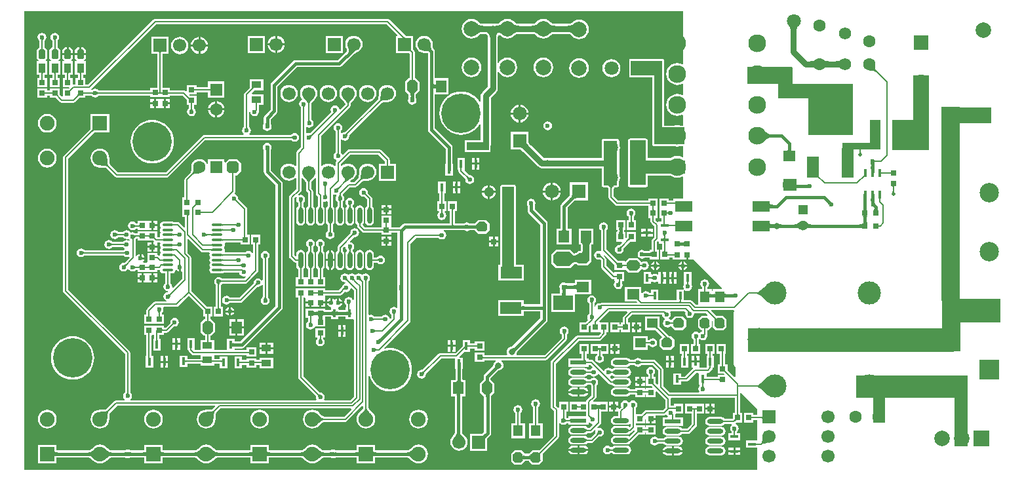
<source format=gtl>
%FSLAX25Y25*%
%MOIN*%
G70*
G01*
G75*
G04 Layer_Physical_Order=1*
G04 Layer_Color=255*
%ADD10R,0.01772X0.03937*%
%ADD11R,0.05500X0.06200*%
%ADD12R,0.02606X0.03000*%
%ADD13R,0.03000X0.02606*%
G04:AMPARAMS|DCode=14|XSize=55mil|YSize=50mil|CornerRadius=0mil|HoleSize=0mil|Usage=FLASHONLY|Rotation=180.000|XOffset=0mil|YOffset=0mil|HoleType=Round|Shape=Octagon|*
%AMOCTAGOND14*
4,1,8,-0.02750,0.01250,-0.02750,-0.01250,-0.01500,-0.02500,0.01500,-0.02500,0.02750,-0.01250,0.02750,0.01250,0.01500,0.02500,-0.01500,0.02500,-0.02750,0.01250,0.0*
%
%ADD14OCTAGOND14*%

%ADD15R,0.05500X0.05000*%
G04:AMPARAMS|DCode=16|XSize=63.78mil|YSize=53.94mil|CornerRadius=0mil|HoleSize=0mil|Usage=FLASHONLY|Rotation=0.000|XOffset=0mil|YOffset=0mil|HoleType=Round|Shape=Octagon|*
%AMOCTAGOND16*
4,1,8,0.03189,-0.01348,0.03189,0.01348,0.01841,0.02697,-0.01841,0.02697,-0.03189,0.01348,-0.03189,-0.01348,-0.01841,-0.02697,0.01841,-0.02697,0.03189,-0.01348,0.0*
%
%ADD16OCTAGOND16*%

%ADD17R,0.06378X0.05394*%
%ADD18R,0.05000X0.05500*%
G04:AMPARAMS|DCode=19|XSize=55mil|YSize=50mil|CornerRadius=0mil|HoleSize=0mil|Usage=FLASHONLY|Rotation=270.000|XOffset=0mil|YOffset=0mil|HoleType=Round|Shape=Octagon|*
%AMOCTAGOND19*
4,1,8,-0.01250,-0.02750,0.01250,-0.02750,0.02500,-0.01500,0.02500,0.01500,0.01250,0.02750,-0.01250,0.02750,-0.02500,0.01500,-0.02500,-0.01500,-0.01250,-0.02750,0.0*
%
%ADD19OCTAGOND19*%

%ADD20R,0.05000X0.03500*%
%ADD21O,0.05906X0.01181*%
G04:AMPARAMS|DCode=22|XSize=50mil|YSize=35mil|CornerRadius=0mil|HoleSize=0mil|Usage=FLASHONLY|Rotation=90.000|XOffset=0mil|YOffset=0mil|HoleType=Round|Shape=Octagon|*
%AMOCTAGOND22*
4,1,8,0.00875,0.02500,-0.00875,0.02500,-0.01750,0.01625,-0.01750,-0.01625,-0.00875,-0.02500,0.00875,-0.02500,0.01750,-0.01625,0.01750,0.01625,0.00875,0.02500,0.0*
%
%ADD22OCTAGOND22*%

%ADD23R,0.03500X0.05000*%
%ADD24O,0.08268X0.02362*%
%ADD25R,0.08268X0.02362*%
%ADD26R,0.03937X0.01772*%
%ADD27R,0.08661X0.05512*%
%ADD28O,0.02362X0.08268*%
%ADD29R,0.05394X0.06378*%
G04:AMPARAMS|DCode=30|XSize=63.78mil|YSize=53.94mil|CornerRadius=0mil|HoleSize=0mil|Usage=FLASHONLY|Rotation=270.000|XOffset=0mil|YOffset=0mil|HoleType=Round|Shape=Octagon|*
%AMOCTAGOND30*
4,1,8,-0.01348,-0.03189,0.01348,-0.03189,0.02697,-0.01841,0.02697,0.01841,0.01348,0.03189,-0.01348,0.03189,-0.02697,0.01841,-0.02697,-0.01841,-0.01348,-0.03189,0.0*
%
%ADD30OCTAGOND30*%

%ADD31R,0.06000X0.11000*%
%ADD32R,0.23000X0.24500*%
%ADD33R,0.10000X0.07480*%
G04:AMPARAMS|DCode=34|XSize=100mil|YSize=74.8mil|CornerRadius=0mil|HoleSize=0mil|Usage=FLASHONLY|Rotation=180.000|XOffset=0mil|YOffset=0mil|HoleType=Round|Shape=Octagon|*
%AMOCTAGOND34*
4,1,8,-0.05000,0.01870,-0.05000,-0.01870,-0.03130,-0.03740,0.03130,-0.03740,0.05000,-0.01870,0.05000,0.01870,0.03130,0.03740,-0.03130,0.03740,-0.05000,0.01870,0.0*
%
%ADD34OCTAGOND34*%

%ADD35R,0.24500X0.23000*%
%ADD36R,0.11000X0.06000*%
%ADD37C,0.03000*%
%ADD38C,0.00600*%
%ADD39C,0.01500*%
%ADD40R,0.28400X0.26800*%
%ADD41R,0.07900X0.22700*%
%ADD42R,0.06900X0.11300*%
%ADD43R,0.24800X0.08400*%
%ADD44R,0.09200X0.98600*%
%ADD45R,0.23200X0.12400*%
%ADD46R,0.07000X0.06000*%
%ADD47R,0.15300X0.08500*%
%ADD48R,0.06500X0.36000*%
%ADD49R,0.56000X0.11500*%
%ADD50R,0.06000X0.16000*%
%ADD51R,0.09500X0.26900*%
%ADD52R,1.04500X0.12000*%
%ADD53R,0.06000X0.44500*%
%ADD54R,0.27000X0.07000*%
%ADD55R,0.13100X0.15500*%
%ADD56R,0.08000X0.38000*%
%ADD57R,0.19600X0.03800*%
%ADD58R,0.05500X0.15000*%
%ADD59R,0.10000X0.14000*%
%ADD60R,0.07000X0.16800*%
%ADD61R,0.22800X0.08500*%
%ADD62R,0.38200X0.07200*%
%ADD63R,0.07300X0.15800*%
%ADD64R,0.05900X0.05000*%
%ADD65R,0.11200X0.03900*%
%ADD66R,0.04200X0.42200*%
%ADD67R,0.14500X0.07500*%
%ADD68C,0.06200*%
%ADD69C,0.07087*%
%ADD70R,0.07087X0.07087*%
%ADD71C,0.09843*%
%ADD72R,0.09843X0.09843*%
%ADD73R,0.07087X0.07087*%
%ADD74C,0.20000*%
%ADD75C,0.06299*%
%ADD76R,0.06299X0.06299*%
G04:AMPARAMS|DCode=77|XSize=62.99mil|YSize=62.99mil|CornerRadius=0mil|HoleSize=0mil|Usage=FLASHONLY|Rotation=180.000|XOffset=0mil|YOffset=0mil|HoleType=Round|Shape=Octagon|*
%AMOCTAGOND77*
4,1,8,-0.03150,0.01575,-0.03150,-0.01575,-0.01575,-0.03150,0.01575,-0.03150,0.03150,-0.01575,0.03150,0.01575,0.01575,0.03150,-0.01575,0.03150,-0.03150,0.01575,0.0*
%
%ADD77OCTAGOND77*%

%ADD78R,0.06299X0.06299*%
%ADD79C,0.07874*%
%ADD80R,0.06693X0.06693*%
%ADD81C,0.06693*%
%ADD82C,0.11811*%
%ADD83R,0.06693X0.06693*%
%ADD84R,0.07874X0.07874*%
%ADD85C,0.07480*%
%ADD86R,0.07480X0.07480*%
%ADD87C,0.05118*%
%ADD88R,0.05118X0.05118*%
%ADD89C,0.09055*%
%ADD90R,0.05118X0.05118*%
G04:AMPARAMS|DCode=91|XSize=70.87mil|YSize=70.87mil|CornerRadius=0mil|HoleSize=0mil|Usage=FLASHONLY|Rotation=0.000|XOffset=0mil|YOffset=0mil|HoleType=Round|Shape=Octagon|*
%AMOCTAGOND91*
4,1,8,0.03543,-0.01772,0.03543,0.01772,0.01772,0.03543,-0.01772,0.03543,-0.03543,0.01772,-0.03543,-0.01772,-0.01772,-0.03543,0.01772,-0.03543,0.03543,-0.01772,0.0*
%
%ADD91OCTAGOND91*%

%ADD92C,0.03150*%
%ADD93C,0.02362*%
%ADD94C,0.01969*%
G36*
X429700Y134603D02*
X429743Y134123D01*
X429781Y133928D01*
X429829Y133763D01*
X429889Y133628D01*
X429959Y133523D01*
X430040Y133448D01*
X430132Y133403D01*
X430235Y133388D01*
X427653D01*
X427756Y133403D01*
X427848Y133448D01*
X427929Y133523D01*
X427999Y133628D01*
X428059Y133763D01*
X428108Y133928D01*
X428145Y134123D01*
X428172Y134348D01*
X428189Y134603D01*
X428194Y134888D01*
X429694D01*
X429700Y134603D01*
D02*
G37*
G36*
X435211D02*
X435255Y134123D01*
X435292Y133928D01*
X435341Y133763D01*
X435401Y133628D01*
X435471Y133523D01*
X435552Y133448D01*
X435644Y133403D01*
X435747Y133388D01*
X433165D01*
X433268Y133403D01*
X433360Y133448D01*
X433441Y133523D01*
X433511Y133628D01*
X433571Y133763D01*
X433619Y133928D01*
X433657Y134123D01*
X433684Y134348D01*
X433701Y134603D01*
X433706Y134888D01*
X435206D01*
X435211Y134603D01*
D02*
G37*
G36*
X284465Y32900D02*
X284459Y32957D01*
X284440Y33008D01*
X284410Y33053D01*
X284367Y33092D01*
X284312Y33125D01*
X284245Y33152D01*
X284165Y33173D01*
X284073Y33188D01*
X283969Y33197D01*
X283853Y33200D01*
Y33800D01*
X283969Y33803D01*
X284073Y33812D01*
X284165Y33827D01*
X284245Y33848D01*
X284312Y33875D01*
X284367Y33908D01*
X284410Y33947D01*
X284440Y33992D01*
X284459Y34043D01*
X284465Y34100D01*
Y32900D01*
D02*
G37*
G36*
X329156Y131173D02*
X329053Y131273D01*
X328951Y131363D01*
X328849Y131442D01*
X328748Y131510D01*
X328646Y131568D01*
X328546Y131616D01*
X328446Y131653D01*
X328356Y131676D01*
X328335Y131673D01*
X328255Y131652D01*
X328188Y131625D01*
X328133Y131592D01*
X328090Y131553D01*
X328060Y131508D01*
X328041Y131457D01*
X328035Y131400D01*
Y132600D01*
X328041Y132543D01*
X328060Y132492D01*
X328090Y132447D01*
X328133Y132408D01*
X328188Y132375D01*
X328255Y132348D01*
X328335Y132327D01*
X328356Y132324D01*
X328446Y132347D01*
X328546Y132384D01*
X328646Y132432D01*
X328748Y132490D01*
X328849Y132558D01*
X328951Y132637D01*
X329053Y132727D01*
X329156Y132827D01*
Y131173D01*
D02*
G37*
G36*
X430132Y130397D02*
X430040Y130352D01*
X429959Y130277D01*
X429889Y130172D01*
X429829Y130037D01*
X429781Y129872D01*
X429743Y129677D01*
X429716Y129452D01*
X429700Y129197D01*
X429694Y128912D01*
X428194D01*
X428189Y129197D01*
X428145Y129677D01*
X428108Y129872D01*
X428059Y130037D01*
X427999Y130172D01*
X427929Y130277D01*
X427848Y130352D01*
X427756Y130397D01*
X427653Y130412D01*
X430235D01*
X430132Y130397D01*
D02*
G37*
G36*
X321787Y130518D02*
X321736Y130499D01*
X321691Y130469D01*
X321652Y130426D01*
X321619Y130371D01*
X321592Y130304D01*
X321571Y130224D01*
X321556Y130132D01*
X321547Y130028D01*
X321544Y129912D01*
X320944D01*
X320941Y130028D01*
X320932Y130132D01*
X320917Y130224D01*
X320896Y130304D01*
X320869Y130371D01*
X320836Y130426D01*
X320797Y130469D01*
X320752Y130499D01*
X320701Y130518D01*
X320644Y130524D01*
X321844D01*
X321787Y130518D01*
D02*
G37*
G36*
X327299D02*
X327248Y130499D01*
X327203Y130469D01*
X327164Y130426D01*
X327131Y130371D01*
X327104Y130304D01*
X327083Y130224D01*
X327068Y130132D01*
X327059Y130028D01*
X327056Y129912D01*
X326456D01*
X326453Y130028D01*
X326444Y130132D01*
X326429Y130224D01*
X326408Y130304D01*
X326381Y130371D01*
X326348Y130426D01*
X326309Y130469D01*
X326264Y130499D01*
X326213Y130518D01*
X326156Y130524D01*
X327356D01*
X327299Y130518D01*
D02*
G37*
G36*
X307610Y33489D02*
X307510Y33426D01*
X307201Y33206D01*
X307095Y33121D01*
X306656Y32729D01*
X306542Y32618D01*
X306003Y32927D01*
X306076Y33008D01*
X306134Y33090D01*
X306178Y33174D01*
X306206Y33258D01*
X306219Y33343D01*
X306218Y33429D01*
X306201Y33516D01*
X306169Y33604D01*
X306123Y33693D01*
X306061Y33784D01*
X307610Y33489D01*
D02*
G37*
G36*
X332965Y32184D02*
X332959Y32241D01*
X332941Y32292D01*
X332910Y32337D01*
X332867Y32376D01*
X332812Y32409D01*
X332745Y32436D01*
X332665Y32457D01*
X332573Y32472D01*
X332469Y32481D01*
X332353Y32484D01*
Y33084D01*
X332469Y33087D01*
X332573Y33096D01*
X332665Y33111D01*
X332745Y33132D01*
X332812Y33159D01*
X332867Y33192D01*
X332910Y33231D01*
X332941Y33276D01*
X332959Y33327D01*
X332965Y33384D01*
Y32184D01*
D02*
G37*
G36*
X276287Y32018D02*
X276236Y31999D01*
X276191Y31969D01*
X276152Y31926D01*
X276119Y31871D01*
X276092Y31804D01*
X276071Y31724D01*
X276056Y31632D01*
X276047Y31528D01*
X276044Y31412D01*
X275444D01*
X275441Y31528D01*
X275432Y31632D01*
X275417Y31724D01*
X275396Y31804D01*
X275369Y31871D01*
X275336Y31926D01*
X275297Y31969D01*
X275252Y31999D01*
X275201Y32018D01*
X275144Y32024D01*
X276344D01*
X276287Y32018D01*
D02*
G37*
G36*
X311727Y33553D02*
X311637Y33451D01*
X311558Y33349D01*
X311490Y33248D01*
X311432Y33147D01*
X311384Y33046D01*
X311347Y32946D01*
X311321Y32847D01*
X311305Y32748D01*
X311300Y32649D01*
X310700D01*
X310695Y32748D01*
X310679Y32847D01*
X310653Y32946D01*
X310616Y33046D01*
X310568Y33147D01*
X310510Y33248D01*
X310442Y33349D01*
X310363Y33451D01*
X310273Y33553D01*
X310173Y33656D01*
X311827D01*
X311727Y33553D01*
D02*
G37*
G36*
X282541Y34043D02*
X282559Y33992D01*
X282590Y33947D01*
X282633Y33908D01*
X282688Y33875D01*
X282755Y33848D01*
X282835Y33827D01*
X282927Y33812D01*
X283031Y33803D01*
X283147Y33800D01*
Y33200D01*
X283031Y33197D01*
X282927Y33188D01*
X282835Y33173D01*
X282755Y33152D01*
X282688Y33125D01*
X282633Y33092D01*
X282590Y33053D01*
X282559Y33008D01*
X282541Y32957D01*
X282535Y32900D01*
Y34100D01*
X282541Y34043D01*
D02*
G37*
G36*
X321547Y133974D02*
X321556Y133872D01*
X321571Y133782D01*
X321592Y133704D01*
X321619Y133638D01*
X321652Y133584D01*
X321691Y133542D01*
X321736Y133512D01*
X321787Y133494D01*
X321844Y133488D01*
X320644D01*
X320701Y133494D01*
X320752Y133512D01*
X320797Y133542D01*
X320836Y133584D01*
X320869Y133638D01*
X320896Y133704D01*
X320917Y133782D01*
X320932Y133872D01*
X320941Y133974D01*
X320944Y134088D01*
X321544D01*
X321547Y133974D01*
D02*
G37*
G36*
X380507Y136857D02*
X380552Y136730D01*
X380628Y136618D01*
X380734Y136520D01*
X380870Y136437D01*
X381036Y136370D01*
X381233Y136318D01*
X381459Y136280D01*
X381716Y136258D01*
X382004Y136250D01*
Y134750D01*
X381716Y134742D01*
X381459Y134720D01*
X381233Y134683D01*
X381036Y134630D01*
X380870Y134563D01*
X380734Y134480D01*
X380628Y134382D01*
X380552Y134270D01*
X380507Y134142D01*
X380492Y134000D01*
Y137000D01*
X380507Y136857D01*
D02*
G37*
G36*
X327059Y127098D02*
X327068Y126994D01*
X327083Y126902D01*
X327104Y126822D01*
X327131Y126755D01*
X327164Y126700D01*
X327203Y126657D01*
X327248Y126627D01*
X327299Y126608D01*
X327356Y126602D01*
X326156D01*
X326213Y126608D01*
X326264Y126627D01*
X326309Y126657D01*
X326348Y126700D01*
X326381Y126755D01*
X326408Y126822D01*
X326429Y126902D01*
X326444Y126994D01*
X326453Y127098D01*
X326456Y127214D01*
X327056D01*
X327059Y127098D01*
D02*
G37*
G36*
X315982Y41543D02*
X316001Y41492D01*
X316031Y41447D01*
X316074Y41408D01*
X316129Y41375D01*
X316196Y41348D01*
X316276Y41327D01*
X316368Y41312D01*
X316472Y41303D01*
X316588Y41300D01*
Y40700D01*
X316472Y40697D01*
X316368Y40688D01*
X316276Y40673D01*
X316196Y40652D01*
X316129Y40625D01*
X316074Y40592D01*
X316031Y40553D01*
X316001Y40508D01*
X315982Y40457D01*
X315976Y40400D01*
Y41600D01*
X315982Y41543D01*
D02*
G37*
G36*
X380507Y126857D02*
X380552Y126730D01*
X380628Y126618D01*
X380734Y126520D01*
X380870Y126437D01*
X381036Y126370D01*
X381233Y126318D01*
X381459Y126280D01*
X381716Y126258D01*
X381846Y126254D01*
X381994Y126264D01*
X382140Y126282D01*
X382276Y126306D01*
X382401Y126338D01*
X382517Y126377D01*
X382622Y126423D01*
X382717Y126476D01*
X382801Y126535D01*
X382875Y126602D01*
X384000Y125500D01*
X382875Y124398D01*
X382801Y124465D01*
X382717Y124524D01*
X382622Y124577D01*
X382517Y124623D01*
X382401Y124662D01*
X382276Y124694D01*
X382140Y124718D01*
X381844Y124746D01*
X381716Y124742D01*
X381459Y124720D01*
X381233Y124682D01*
X381036Y124630D01*
X380870Y124563D01*
X380734Y124480D01*
X380628Y124382D01*
X380552Y124270D01*
X380507Y124143D01*
X380492Y124000D01*
Y127000D01*
X380507Y126857D01*
D02*
G37*
G36*
X385199Y126535D02*
X385283Y126476D01*
X385378Y126423D01*
X385483Y126377D01*
X385599Y126338D01*
X385724Y126306D01*
X385860Y126282D01*
X386006Y126264D01*
X386163Y126253D01*
X386330Y126250D01*
Y124750D01*
X386163Y124747D01*
X385860Y124718D01*
X385724Y124694D01*
X385599Y124662D01*
X385483Y124623D01*
X385378Y124577D01*
X385283Y124524D01*
X385199Y124465D01*
X385125Y124398D01*
X384000Y125500D01*
X385125Y126602D01*
X385199Y126535D01*
D02*
G37*
G36*
X318524Y40400D02*
X318518Y40457D01*
X318499Y40508D01*
X318469Y40553D01*
X318426Y40592D01*
X318371Y40625D01*
X318304Y40652D01*
X318224Y40673D01*
X318132Y40688D01*
X318028Y40697D01*
X317912Y40700D01*
Y41300D01*
X318028Y41303D01*
X318132Y41312D01*
X318224Y41327D01*
X318304Y41348D01*
X318371Y41375D01*
X318426Y41408D01*
X318469Y41447D01*
X318499Y41492D01*
X318518Y41543D01*
X318524Y41600D01*
Y40400D01*
D02*
G37*
G36*
X397300Y125395D02*
X395666Y123793D01*
X395436Y123975D01*
X395207Y124138D01*
X394979Y124281D01*
X394752Y124406D01*
X394527Y124511D01*
X394302Y124597D01*
X394078Y124664D01*
X393856Y124712D01*
X393635Y124740D01*
X393414Y124750D01*
X393252Y126250D01*
X393482Y126261D01*
X393707Y126294D01*
X393925Y126350D01*
X394139Y126427D01*
X394346Y126527D01*
X394548Y126648D01*
X394744Y126792D01*
X394934Y126959D01*
X395119Y127147D01*
X395298Y127357D01*
X397300Y125395D01*
D02*
G37*
G36*
X399481Y127147D02*
X399666Y126959D01*
X399856Y126792D01*
X400052Y126648D01*
X400254Y126527D01*
X400461Y126427D01*
X400675Y126350D01*
X400893Y126294D01*
X401118Y126261D01*
X401348Y126250D01*
X401186Y124750D01*
X400965Y124740D01*
X400744Y124712D01*
X400522Y124664D01*
X400298Y124597D01*
X400073Y124511D01*
X399848Y124406D01*
X399621Y124281D01*
X399393Y124138D01*
X399164Y123975D01*
X398934Y123793D01*
X397300Y125395D01*
X399302Y127357D01*
X399481Y127147D01*
D02*
G37*
G36*
X427665Y124000D02*
X427649Y124143D01*
X427603Y124270D01*
X427528Y124382D01*
X427422Y124480D01*
X427285Y124563D01*
X427119Y124630D01*
X426923Y124682D01*
X426696Y124720D01*
X426440Y124742D01*
X426153Y124750D01*
Y126250D01*
X426438Y126256D01*
X426693Y126276D01*
X426918Y126307D01*
X427113Y126352D01*
X427278Y126409D01*
X427413Y126480D01*
X427518Y126563D01*
X427593Y126658D01*
X427638Y126767D01*
X427653Y126888D01*
X427665Y124000D01*
D02*
G37*
G36*
X332508Y125140D02*
X332502Y125197D01*
X332484Y125248D01*
X332453Y125293D01*
X332410Y125332D01*
X332355Y125365D01*
X332288Y125392D01*
X332208Y125413D01*
X332117Y125428D01*
X332013Y125437D01*
X331896Y125440D01*
Y126040D01*
X332013Y126043D01*
X332117Y126052D01*
X332208Y126067D01*
X332288Y126088D01*
X332355Y126115D01*
X332410Y126148D01*
X332453Y126187D01*
X332484Y126232D01*
X332502Y126283D01*
X332508Y126340D01*
Y125140D01*
D02*
G37*
G36*
X364544Y39500D02*
X363944Y38600D01*
X363938Y38714D01*
X363920Y38816D01*
X363890Y38906D01*
X363848Y38984D01*
X363794Y39050D01*
X363728Y39104D01*
X363650Y39146D01*
X363560Y39176D01*
X363458Y39194D01*
X363344Y39200D01*
Y39800D01*
X363458Y39806D01*
X363560Y39824D01*
X363650Y39854D01*
X363728Y39896D01*
X363794Y39950D01*
X363848Y40016D01*
X363890Y40094D01*
X363920Y40184D01*
X363938Y40286D01*
X363944Y40400D01*
X364544Y39500D01*
D02*
G37*
G36*
X294465Y33446D02*
X295300Y32750D01*
X295015Y32744D01*
X294760Y32726D01*
X294535Y32696D01*
X294465Y32681D01*
Y32547D01*
X294455Y32586D01*
X294426Y32620D01*
X294378Y32651D01*
X294359Y32658D01*
X294340Y32654D01*
X294175Y32600D01*
X294040Y32534D01*
X293935Y32456D01*
X293860Y32366D01*
X293848Y32338D01*
X293828Y32132D01*
X293821Y32061D01*
X293802Y31586D01*
X293800Y31313D01*
X293200D01*
X293198Y31586D01*
X293171Y32000D01*
X293148Y32347D01*
X293140Y32366D01*
X293065Y32456D01*
X292960Y32534D01*
X292825Y32600D01*
X292660Y32654D01*
X292641Y32658D01*
X292622Y32651D01*
X292574Y32620D01*
X292545Y32586D01*
X292535Y32547D01*
Y32681D01*
X292465Y32696D01*
X291985Y32744D01*
X291700Y32750D01*
X292535Y33446D01*
Y34453D01*
X292545Y34414D01*
X292574Y34380D01*
X292622Y34349D01*
X292689Y34323D01*
X292776Y34301D01*
X292882Y34282D01*
X293008Y34268D01*
X293317Y34252D01*
X293500Y34250D01*
X293683Y34252D01*
X294118Y34282D01*
X294224Y34301D01*
X294311Y34323D01*
X294378Y34349D01*
X294426Y34380D01*
X294455Y34414D01*
X294465Y34453D01*
Y33446D01*
D02*
G37*
G36*
X328915Y126283D02*
X328934Y126232D01*
X328964Y126187D01*
X329007Y126148D01*
X329062Y126115D01*
X329129Y126088D01*
X329209Y126067D01*
X329301Y126052D01*
X329405Y126043D01*
X329521Y126040D01*
Y125440D01*
X329405Y125437D01*
X329301Y125428D01*
X329209Y125413D01*
X329129Y125392D01*
X329062Y125365D01*
X329007Y125332D01*
X328964Y125293D01*
X328934Y125248D01*
X328915Y125197D01*
X328909Y125140D01*
Y126340D01*
X328915Y126283D01*
D02*
G37*
G36*
X313012Y40400D02*
X313006Y40457D01*
X312988Y40508D01*
X312958Y40553D01*
X312916Y40592D01*
X312862Y40625D01*
X312796Y40652D01*
X312718Y40673D01*
X312628Y40688D01*
X312526Y40697D01*
X312412Y40700D01*
Y41300D01*
X312526Y41303D01*
X312628Y41312D01*
X312718Y41327D01*
X312796Y41348D01*
X312862Y41375D01*
X312916Y41408D01*
X312958Y41447D01*
X312988Y41492D01*
X313006Y41543D01*
X313012Y41600D01*
Y40400D01*
D02*
G37*
G36*
X378840Y39930D02*
X378111Y40659D01*
X375655Y42805D01*
X375155Y43150D01*
X374702Y43419D01*
X374294Y43611D01*
X373932Y43726D01*
X373616Y43764D01*
Y44364D01*
X373932Y44402D01*
X374294Y44517D01*
X374702Y44709D01*
X375155Y44977D01*
X375655Y45322D01*
X376200Y45744D01*
X377428Y46818D01*
X378840Y48198D01*
Y39930D01*
D02*
G37*
G36*
X435741Y125943D02*
X435759Y125892D01*
X435790Y125847D01*
X435833Y125808D01*
X435888Y125775D01*
X435955Y125748D01*
X436035Y125727D01*
X436127Y125712D01*
X436231Y125703D01*
X436347Y125700D01*
Y125100D01*
X436231Y125097D01*
X436127Y125088D01*
X436035Y125073D01*
X435955Y125052D01*
X435888Y125025D01*
X435833Y124992D01*
X435790Y124953D01*
X435759Y124908D01*
X435741Y124857D01*
X435735Y124800D01*
Y126000D01*
X435741Y125943D01*
D02*
G37*
G36*
X321787Y135518D02*
X321736Y135500D01*
X321691Y135469D01*
X321652Y135426D01*
X321619Y135371D01*
X321592Y135304D01*
X321571Y135224D01*
X321556Y135132D01*
X321547Y135028D01*
X321544Y134912D01*
X320944D01*
X320941Y135028D01*
X320932Y135132D01*
X320917Y135224D01*
X320896Y135304D01*
X320869Y135371D01*
X320836Y135426D01*
X320797Y135469D01*
X320752Y135500D01*
X320701Y135518D01*
X320644Y135524D01*
X321844D01*
X321787Y135518D01*
D02*
G37*
G36*
X400057Y144873D02*
X400035Y144888D01*
X400001Y144901D01*
X399955Y144912D01*
X399896Y144922D01*
X399741Y144938D01*
X399535Y144947D01*
X399279Y144950D01*
Y146450D01*
X399413Y146451D01*
X399955Y146488D01*
X400001Y146499D01*
X400035Y146512D01*
X400057Y146527D01*
Y144873D01*
D02*
G37*
G36*
X443843Y145659D02*
X443792Y145641D01*
X443747Y145610D01*
X443708Y145567D01*
X443675Y145512D01*
X443648Y145445D01*
X443627Y145365D01*
X443612Y145273D01*
X443603Y145169D01*
X443600Y145053D01*
X443000D01*
X442997Y145169D01*
X442988Y145273D01*
X442973Y145365D01*
X442952Y145445D01*
X442925Y145512D01*
X442892Y145567D01*
X442853Y145610D01*
X442808Y145641D01*
X442757Y145659D01*
X442700Y145665D01*
X443900D01*
X443843Y145659D01*
D02*
G37*
G36*
X276044Y28257D02*
X276048Y28166D01*
X276062Y28071D01*
X276084Y27972D01*
X276114Y27868D01*
X276154Y27760D01*
X276202Y27648D01*
X276325Y27410D01*
X276400Y27284D01*
X276421Y27252D01*
X276447Y27227D01*
X276549Y27137D01*
X276651Y27058D01*
X276752Y26990D01*
X276853Y26932D01*
X276954Y26884D01*
X277054Y26847D01*
X277153Y26821D01*
X277253Y26805D01*
X277351Y26800D01*
Y26200D01*
X277253Y26195D01*
X277153Y26179D01*
X277054Y26153D01*
X276954Y26116D01*
X276853Y26068D01*
X276752Y26010D01*
X276651Y25942D01*
X276549Y25863D01*
X276447Y25773D01*
X276343Y25673D01*
Y27184D01*
X274865Y27496D01*
X274975Y27571D01*
X275074Y27650D01*
X275161Y27731D01*
X275236Y27816D01*
X275299Y27904D01*
X275352Y27994D01*
X275392Y28088D01*
X275421Y28185D01*
X275438Y28285D01*
X275444Y28388D01*
X276044Y28257D01*
D02*
G37*
G36*
X301945Y147002D02*
X300975Y145858D01*
X300739Y145528D01*
X300545Y145222D01*
X300394Y144942D01*
X300286Y144687D01*
X300221Y144457D01*
X300200Y144252D01*
X299600Y144237D01*
X299578Y144450D01*
X299512Y144685D01*
X299401Y144940D01*
X299247Y145216D01*
X299049Y145513D01*
X298806Y145830D01*
X298189Y146527D01*
X297814Y146907D01*
X297395Y147308D01*
X302354Y147433D01*
X301945Y147002D01*
D02*
G37*
G36*
X443604Y143240D02*
X443616Y143153D01*
X443635Y143067D01*
X443662Y142983D01*
X443697Y142900D01*
X443740Y142818D01*
X443791Y142737D01*
X443849Y142658D01*
X443915Y142580D01*
X443989Y142503D01*
X442611D01*
X442685Y142580D01*
X442751Y142658D01*
X442809Y142737D01*
X442860Y142818D01*
X442903Y142900D01*
X442938Y142983D01*
X442965Y143067D01*
X442984Y143153D01*
X442996Y143240D01*
X443000Y143328D01*
X443600D01*
X443604Y143240D01*
D02*
G37*
G36*
X279063Y25900D02*
X279057Y25957D01*
X279039Y26008D01*
X279008Y26053D01*
X278965Y26092D01*
X278910Y26125D01*
X278843Y26152D01*
X278764Y26173D01*
X278672Y26188D01*
X278568Y26197D01*
X278451Y26200D01*
Y26800D01*
X278568Y26803D01*
X278672Y26812D01*
X278764Y26827D01*
X278843Y26848D01*
X278910Y26875D01*
X278965Y26908D01*
X279008Y26947D01*
X279039Y26992D01*
X279057Y27043D01*
X279063Y27100D01*
Y25900D01*
D02*
G37*
G36*
X393749Y147057D02*
X393761Y146930D01*
X393812Y146818D01*
X393902Y146720D01*
X394033Y146637D01*
X394202Y146570D01*
X394412Y146518D01*
X394661Y146480D01*
X394949Y146458D01*
X395277Y146450D01*
X395073Y144950D01*
X394688Y144942D01*
X394025Y144883D01*
X393747Y144830D01*
X393504Y144763D01*
X393297Y144680D01*
X393125Y144582D01*
X392989Y144470D01*
X392888Y144343D01*
X392823Y144200D01*
X393777Y147200D01*
X393749Y147057D01*
D02*
G37*
G36*
X441812Y151856D02*
X441806Y151913D01*
X441788Y151964D01*
X441758Y152009D01*
X441716Y152048D01*
X441662Y152081D01*
X441596Y152108D01*
X441518Y152129D01*
X441428Y152144D01*
X441326Y152153D01*
X441212Y152156D01*
Y152756D01*
X441326Y152759D01*
X441428Y152768D01*
X441518Y152783D01*
X441596Y152804D01*
X441662Y152831D01*
X441716Y152864D01*
X441758Y152903D01*
X441788Y152948D01*
X441806Y152999D01*
X441812Y153056D01*
Y151856D01*
D02*
G37*
G36*
X433451Y155571D02*
X433529Y154417D01*
X433550Y154372D01*
X433574Y154357D01*
X431826D01*
X431850Y154372D01*
X431871Y154417D01*
X431889Y154491D01*
X431905Y154596D01*
X431930Y154896D01*
X431949Y155571D01*
X431950Y155857D01*
X433450D01*
X433451Y155571D01*
D02*
G37*
G36*
X433512Y157535D02*
X433499Y157501D01*
X433488Y157455D01*
X433478Y157396D01*
X433462Y157240D01*
X433453Y157035D01*
X433450Y156779D01*
X431950D01*
X431949Y156913D01*
X431912Y157455D01*
X431901Y157501D01*
X431888Y157535D01*
X431873Y157556D01*
X433527D01*
X433512Y157535D01*
D02*
G37*
G36*
X437308Y152999D02*
X437326Y152948D01*
X437357Y152903D01*
X437400Y152864D01*
X437455Y152831D01*
X437522Y152804D01*
X437602Y152783D01*
X437694Y152768D01*
X437798Y152759D01*
X437914Y152756D01*
Y152156D01*
X437798Y152153D01*
X437694Y152144D01*
X437602Y152129D01*
X437522Y152108D01*
X437455Y152081D01*
X437400Y152048D01*
X437357Y152009D01*
X437326Y151964D01*
X437308Y151913D01*
X437302Y151856D01*
Y153056D01*
X437308Y152999D01*
D02*
G37*
G36*
X356791Y26537D02*
X356813Y26487D01*
X356850Y26443D01*
X356901Y26405D01*
X356967Y26373D01*
X357048Y26347D01*
X357144Y26326D01*
X357254Y26312D01*
X357379Y26303D01*
X357519Y26300D01*
Y25700D01*
X357379Y25697D01*
X357144Y25674D01*
X357048Y25653D01*
X356967Y25627D01*
X356901Y25595D01*
X356850Y25557D01*
X356813Y25513D01*
X356791Y25463D01*
X356783Y25407D01*
Y26593D01*
X356791Y26537D01*
D02*
G37*
G36*
X405400Y150867D02*
X405384Y150811D01*
X405385Y150747D01*
X405403Y150674D01*
X405437Y150593D01*
X405488Y150505D01*
X405555Y150407D01*
X405639Y150302D01*
X405857Y150067D01*
X405465Y149611D01*
X405341Y149731D01*
X405118Y149919D01*
X405020Y149988D01*
X404931Y150039D01*
X404850Y150073D01*
X404779Y150089D01*
X404716Y150088D01*
X404662Y150070D01*
X404617Y150035D01*
X405433Y150916D01*
X405400Y150867D01*
D02*
G37*
G36*
X428892Y150455D02*
X428848Y150490D01*
X428795Y150507D01*
X428733Y150507D01*
X428662Y150490D01*
X428582Y150455D01*
X428493Y150402D01*
X428394Y150333D01*
X428286Y150246D01*
X428044Y150019D01*
X427662Y150486D01*
X427780Y150608D01*
X427966Y150828D01*
X428035Y150925D01*
X428087Y151014D01*
X428122Y151095D01*
X428141Y151167D01*
X428143Y151231D01*
X428129Y151287D01*
X428098Y151335D01*
X428892Y150455D01*
D02*
G37*
G36*
X363605Y26524D02*
X363568Y26566D01*
X363520Y26588D01*
X363462Y26592D01*
X363393Y26576D01*
X363314Y26542D01*
X363224Y26489D01*
X363123Y26417D01*
X363011Y26326D01*
X362756Y26088D01*
X362529Y26709D01*
X362640Y26824D01*
X362817Y27035D01*
X362884Y27130D01*
X362935Y27218D01*
X362971Y27299D01*
X362992Y27374D01*
X362998Y27442D01*
X362989Y27503D01*
X362965Y27557D01*
X363605Y26524D01*
D02*
G37*
G36*
X433550Y139428D02*
X433529Y139383D01*
X433511Y139309D01*
X433495Y139204D01*
X433470Y138903D01*
X433451Y138228D01*
X433451Y138170D01*
X433451Y138130D01*
X433473Y137808D01*
X433486Y137726D01*
X433501Y137658D01*
X433520Y137602D01*
X433541Y137560D01*
X433565Y137531D01*
X433592Y137514D01*
X432099Y136828D01*
X431976Y137943D01*
X431950D01*
X431949Y138228D01*
X431871Y139383D01*
X431850Y139428D01*
X431826Y139444D01*
X433574D01*
X433550Y139428D01*
D02*
G37*
G36*
X364547Y29972D02*
X364556Y29868D01*
X364571Y29776D01*
X364592Y29696D01*
X364619Y29629D01*
X364652Y29574D01*
X364691Y29531D01*
X364736Y29500D01*
X364787Y29482D01*
X364844Y29476D01*
X363644D01*
X363701Y29482D01*
X363752Y29500D01*
X363797Y29531D01*
X363836Y29574D01*
X363869Y29629D01*
X363896Y29696D01*
X363917Y29776D01*
X363932Y29868D01*
X363941Y29972D01*
X363944Y30088D01*
X364544D01*
X364547Y29972D01*
D02*
G37*
G36*
X316412Y28744D02*
X316283Y28611D01*
X316083Y28377D01*
X316011Y28277D01*
X315958Y28186D01*
X315924Y28107D01*
X315908Y28038D01*
X315912Y27980D01*
X315934Y27932D01*
X315976Y27895D01*
X314943Y28535D01*
X314997Y28511D01*
X315058Y28502D01*
X315126Y28508D01*
X315201Y28529D01*
X315282Y28565D01*
X315370Y28616D01*
X315465Y28683D01*
X315567Y28764D01*
X315791Y28971D01*
X316412Y28744D01*
D02*
G37*
G36*
X332508Y136400D02*
X332502Y136457D01*
X332484Y136508D01*
X332453Y136553D01*
X332410Y136592D01*
X332355Y136625D01*
X332288Y136652D01*
X332208Y136673D01*
X332117Y136688D01*
X332013Y136697D01*
X331896Y136700D01*
Y137300D01*
X332013Y137303D01*
X332117Y137312D01*
X332208Y137327D01*
X332288Y137348D01*
X332355Y137375D01*
X332410Y137408D01*
X332453Y137447D01*
X332484Y137492D01*
X332502Y137543D01*
X332508Y137600D01*
Y136400D01*
D02*
G37*
G36*
X411191Y137871D02*
X411557Y137552D01*
X411609Y137518D01*
X411652Y137495D01*
X411689Y137481D01*
X411718Y137478D01*
X410620Y136241D01*
X410615Y136262D01*
X410599Y136291D01*
X410573Y136328D01*
X410538Y136373D01*
X410437Y136489D01*
X410118Y136821D01*
X411096Y137965D01*
X411191Y137871D01*
D02*
G37*
G36*
X319965Y136400D02*
X319959Y136457D01*
X319940Y136508D01*
X319910Y136553D01*
X319867Y136592D01*
X319812Y136625D01*
X319745Y136652D01*
X319665Y136673D01*
X319573Y136688D01*
X319469Y136697D01*
X319353Y136700D01*
Y137300D01*
X319469Y137303D01*
X319573Y137312D01*
X319665Y137327D01*
X319745Y137348D01*
X319812Y137375D01*
X319867Y137408D01*
X319910Y137447D01*
X319940Y137492D01*
X319959Y137543D01*
X319965Y137600D01*
Y136400D01*
D02*
G37*
G36*
X328041Y137543D02*
X328060Y137492D01*
X328090Y137447D01*
X328133Y137408D01*
X328188Y137375D01*
X328255Y137348D01*
X328335Y137327D01*
X328427Y137312D01*
X328531Y137303D01*
X328647Y137300D01*
Y136700D01*
X328531Y136697D01*
X328427Y136688D01*
X328335Y136673D01*
X328255Y136652D01*
X328188Y136625D01*
X328133Y136592D01*
X328090Y136553D01*
X328060Y136508D01*
X328041Y136457D01*
X328035Y136400D01*
Y137600D01*
X328041Y137543D01*
D02*
G37*
G36*
X371041Y28543D02*
X371059Y28492D01*
X371090Y28447D01*
X371133Y28408D01*
X371188Y28375D01*
X371255Y28348D01*
X371335Y28327D01*
X371427Y28312D01*
X371531Y28303D01*
X371647Y28300D01*
Y27700D01*
X371531Y27697D01*
X371427Y27688D01*
X371335Y27673D01*
X371255Y27652D01*
X371188Y27625D01*
X371133Y27592D01*
X371090Y27553D01*
X371059Y27508D01*
X371041Y27457D01*
X371035Y27400D01*
Y28600D01*
X371041Y28543D01*
D02*
G37*
G36*
X331476Y27653D02*
X331485Y27549D01*
X331500Y27457D01*
X331521Y27377D01*
X331548Y27310D01*
X331581Y27255D01*
X331620Y27212D01*
X331665Y27182D01*
X331716Y27163D01*
X331773Y27157D01*
X330573D01*
X330630Y27163D01*
X330681Y27182D01*
X330726Y27212D01*
X330765Y27255D01*
X330798Y27310D01*
X330825Y27377D01*
X330846Y27457D01*
X330861Y27549D01*
X330870Y27653D01*
X330873Y27769D01*
X331473D01*
X331476Y27653D01*
D02*
G37*
G36*
X289477Y28455D02*
X289558Y28396D01*
X289647Y28345D01*
X289744Y28300D01*
X289848Y28262D01*
X289961Y28232D01*
X290081Y28209D01*
X290209Y28192D01*
X290345Y28183D01*
X290488Y28181D01*
X289319Y27012D01*
X289317Y27155D01*
X289308Y27291D01*
X289292Y27419D01*
X289268Y27539D01*
X289238Y27652D01*
X289200Y27756D01*
X289156Y27853D01*
X289104Y27942D01*
X289045Y28023D01*
X288979Y28097D01*
X289403Y28521D01*
X289477Y28455D01*
D02*
G37*
G36*
X436983Y139449D02*
X436932Y139431D01*
X436887Y139400D01*
X436848Y139358D01*
X436815Y139303D01*
X436788Y139235D01*
X436767Y139156D01*
X436752Y139064D01*
X436743Y138960D01*
X436740Y138844D01*
X436140D01*
X436137Y138960D01*
X436128Y139064D01*
X436113Y139156D01*
X436092Y139235D01*
X436065Y139303D01*
X436032Y139358D01*
X435993Y139400D01*
X435948Y139431D01*
X435897Y139449D01*
X435840Y139455D01*
X437040D01*
X436983Y139449D01*
D02*
G37*
G36*
X305130Y28163D02*
X305139Y28059D01*
X305154Y27967D01*
X305175Y27887D01*
X305202Y27820D01*
X305235Y27765D01*
X305274Y27722D01*
X305319Y27692D01*
X305370Y27673D01*
X305427Y27667D01*
X304227D01*
X304284Y27673D01*
X304335Y27692D01*
X304380Y27722D01*
X304419Y27765D01*
X304452Y27820D01*
X304479Y27887D01*
X304500Y27967D01*
X304515Y28059D01*
X304524Y28163D01*
X304527Y28279D01*
X305127D01*
X305130Y28163D01*
D02*
G37*
G36*
X429807Y139428D02*
X429783Y139383D01*
X429763Y139309D01*
X429744Y139204D01*
X429729Y139068D01*
X429700Y138484D01*
X429694Y137943D01*
X428194D01*
X428193Y138228D01*
X428125Y139383D01*
X428106Y139428D01*
X428086Y139444D01*
X429834D01*
X429807Y139428D01*
D02*
G37*
G36*
X376678Y27400D02*
X376671Y27457D01*
X376653Y27508D01*
X376623Y27553D01*
X376580Y27592D01*
X376524Y27625D01*
X376457Y27652D01*
X376378Y27673D01*
X376286Y27688D01*
X376182Y27697D01*
X376065Y27700D01*
Y28300D01*
X376182Y28303D01*
X376286Y28312D01*
X376378Y28327D01*
X376457Y28348D01*
X376524Y28375D01*
X376580Y28408D01*
X376623Y28447D01*
X376653Y28492D01*
X376671Y28543D01*
X376678Y28600D01*
Y27400D01*
D02*
G37*
G36*
X308791Y41537D02*
X308813Y41487D01*
X308850Y41443D01*
X308901Y41405D01*
X308967Y41373D01*
X309048Y41347D01*
X309144Y41326D01*
X309254Y41312D01*
X309379Y41303D01*
X309519Y41300D01*
Y40700D01*
X309379Y40697D01*
X309144Y40674D01*
X309048Y40653D01*
X308967Y40627D01*
X308901Y40595D01*
X308850Y40557D01*
X308813Y40513D01*
X308791Y40463D01*
X308783Y40407D01*
Y41593D01*
X308791Y41537D01*
D02*
G37*
G36*
X321138Y89435D02*
X321132Y89492D01*
X321114Y89543D01*
X321083Y89588D01*
X321040Y89627D01*
X320985Y89660D01*
X320918Y89687D01*
X320838Y89708D01*
X320746Y89723D01*
X320642Y89732D01*
X320526Y89735D01*
Y90335D01*
X320642Y90338D01*
X320746Y90347D01*
X320838Y90362D01*
X320918Y90383D01*
X320985Y90410D01*
X321040Y90443D01*
X321083Y90482D01*
X321114Y90527D01*
X321132Y90578D01*
X321138Y90635D01*
Y89435D01*
D02*
G37*
G36*
X348043Y73286D02*
X347992Y73268D01*
X347947Y73238D01*
X347908Y73195D01*
X347875Y73141D01*
X347848Y73075D01*
X347827Y72997D01*
X347812Y72908D01*
X347803Y72806D01*
X347800Y72692D01*
X347200D01*
X347197Y72806D01*
X347188Y72908D01*
X347173Y72997D01*
X347152Y73075D01*
X347125Y73141D01*
X347092Y73195D01*
X347053Y73238D01*
X347008Y73268D01*
X346957Y73286D01*
X346900Y73291D01*
X348100D01*
X348043Y73286D01*
D02*
G37*
G36*
X296787Y72506D02*
X296736Y72488D01*
X296691Y72458D01*
X296652Y72416D01*
X296619Y72362D01*
X296592Y72296D01*
X296571Y72218D01*
X296556Y72128D01*
X296547Y72026D01*
X296544Y71912D01*
X295944D01*
X295941Y72026D01*
X295932Y72128D01*
X295917Y72218D01*
X295896Y72296D01*
X295869Y72362D01*
X295836Y72416D01*
X295797Y72458D01*
X295752Y72488D01*
X295701Y72506D01*
X295644Y72512D01*
X296844D01*
X296787Y72506D01*
D02*
G37*
G36*
X318482Y90762D02*
X318584Y90673D01*
X318687Y90594D01*
X318788Y90525D01*
X318889Y90467D01*
X318989Y90420D01*
X319090Y90383D01*
X319189Y90356D01*
X319288Y90341D01*
X319387Y90335D01*
Y89735D01*
X319288Y89730D01*
X319189Y89714D01*
X319090Y89688D01*
X318989Y89651D01*
X318889Y89604D01*
X318788Y89546D01*
X318687Y89477D01*
X318584Y89398D01*
X318482Y89309D01*
X318379Y89209D01*
Y90862D01*
X318482Y90762D01*
D02*
G37*
G36*
X303041Y74543D02*
X303060Y74492D01*
X303090Y74447D01*
X303133Y74408D01*
X303188Y74375D01*
X303255Y74348D01*
X303335Y74327D01*
X303427Y74312D01*
X303531Y74303D01*
X303647Y74300D01*
Y73700D01*
X303531Y73697D01*
X303427Y73688D01*
X303335Y73673D01*
X303255Y73652D01*
X303188Y73625D01*
X303133Y73592D01*
X303090Y73553D01*
X303060Y73508D01*
X303041Y73457D01*
X303035Y73400D01*
Y74600D01*
X303041Y74543D01*
D02*
G37*
G36*
X357491Y91357D02*
X357537Y91230D01*
X357612Y91118D01*
X357718Y91020D01*
X357854Y90938D01*
X358020Y90870D01*
X358217Y90817D01*
X358444Y90780D01*
X358701Y90758D01*
X358988Y90750D01*
Y89250D01*
X358701Y89243D01*
X358444Y89220D01*
X358217Y89183D01*
X358020Y89130D01*
X357854Y89062D01*
X357718Y88980D01*
X357612Y88882D01*
X357537Y88770D01*
X357491Y88643D01*
X357476Y88500D01*
Y91500D01*
X357491Y91357D01*
D02*
G37*
G36*
X362157Y89173D02*
X362135Y89188D01*
X362101Y89201D01*
X362055Y89212D01*
X361996Y89222D01*
X361841Y89238D01*
X361635Y89247D01*
X361379Y89250D01*
Y90750D01*
X361513Y90751D01*
X362055Y90788D01*
X362101Y90799D01*
X362135Y90812D01*
X362157Y90827D01*
Y89173D01*
D02*
G37*
G36*
X343727Y68554D02*
X343637Y68451D01*
X343558Y68349D01*
X343490Y68247D01*
X343432Y68147D01*
X343384Y68046D01*
X343347Y67946D01*
X343321Y67847D01*
X343305Y67747D01*
X343300Y67649D01*
X342700D01*
X342695Y67747D01*
X342679Y67847D01*
X342653Y67946D01*
X342616Y68046D01*
X342568Y68147D01*
X342510Y68247D01*
X342442Y68349D01*
X342363Y68451D01*
X342273Y68554D01*
X342173Y68656D01*
X343827D01*
X343727Y68554D01*
D02*
G37*
G36*
X339283Y97002D02*
X339232Y96984D01*
X339187Y96954D01*
X339148Y96912D01*
X339115Y96858D01*
X339088Y96792D01*
X339067Y96714D01*
X339052Y96624D01*
X339043Y96522D01*
X339040Y96410D01*
X339045Y96312D01*
X339061Y96213D01*
X339088Y96114D01*
X339124Y96014D01*
X339172Y95913D01*
X339230Y95812D01*
X339298Y95711D01*
X339377Y95609D01*
X339467Y95506D01*
X339567Y95403D01*
X337913D01*
X338014Y95506D01*
X338103Y95609D01*
X338182Y95711D01*
X338250Y95812D01*
X338309Y95913D01*
X338356Y96014D01*
X338393Y96114D01*
X338419Y96213D01*
X338435Y96312D01*
X338440Y96410D01*
X338437Y96522D01*
X338428Y96624D01*
X338413Y96714D01*
X338392Y96792D01*
X338365Y96858D01*
X338332Y96912D01*
X338293Y96954D01*
X338248Y96984D01*
X338197Y97002D01*
X338140Y97008D01*
X339340D01*
X339283Y97002D01*
D02*
G37*
G36*
X343303Y64972D02*
X343312Y64868D01*
X343327Y64776D01*
X343348Y64696D01*
X343375Y64629D01*
X343408Y64574D01*
X343447Y64531D01*
X343492Y64500D01*
X343543Y64482D01*
X343600Y64476D01*
X342400D01*
X342457Y64482D01*
X342508Y64500D01*
X342553Y64531D01*
X342592Y64574D01*
X342625Y64629D01*
X342652Y64696D01*
X342673Y64776D01*
X342688Y64868D01*
X342697Y64972D01*
X342700Y65088D01*
X343300D01*
X343303Y64972D01*
D02*
G37*
G36*
X348227Y95053D02*
X348137Y94951D01*
X348058Y94849D01*
X347990Y94748D01*
X347932Y94647D01*
X347884Y94546D01*
X347847Y94446D01*
X347821Y94346D01*
X347805Y94248D01*
X347800Y94149D01*
X347200D01*
X347195Y94248D01*
X347179Y94346D01*
X347153Y94446D01*
X347116Y94546D01*
X347068Y94647D01*
X347010Y94748D01*
X346942Y94849D01*
X346863Y94951D01*
X346773Y95053D01*
X346673Y95157D01*
X348327D01*
X348227Y95053D01*
D02*
G37*
G36*
X347802Y91444D02*
X347858Y90589D01*
X347883Y90436D01*
X347913Y90306D01*
X347948Y90200D01*
X347987Y90118D01*
X348031Y90060D01*
X346969D01*
X347013Y90118D01*
X347052Y90200D01*
X347087Y90306D01*
X347117Y90436D01*
X347142Y90589D01*
X347179Y90969D01*
X347198Y91444D01*
X347200Y91717D01*
X347800D01*
X347802Y91444D01*
D02*
G37*
G36*
X352512Y88500D02*
X352497Y88643D01*
X352452Y88770D01*
X352377Y88882D01*
X352272Y88980D01*
X352137Y89062D01*
X351972Y89130D01*
X351777Y89183D01*
X351552Y89220D01*
X351297Y89243D01*
X351249Y89244D01*
X351201Y89243D01*
X350944Y89220D01*
X350717Y89183D01*
X350520Y89130D01*
X350354Y89062D01*
X350218Y88980D01*
X350112Y88882D01*
X350037Y88770D01*
X349991Y88643D01*
X349976Y88500D01*
Y91500D01*
X349991Y91357D01*
X350037Y91230D01*
X350112Y91118D01*
X350218Y91020D01*
X350354Y90938D01*
X350520Y90870D01*
X350717Y90817D01*
X350944Y90780D01*
X351201Y90758D01*
X351249Y90756D01*
X351297Y90758D01*
X351552Y90780D01*
X351777Y90817D01*
X351972Y90870D01*
X352137Y90938D01*
X352272Y91020D01*
X352377Y91118D01*
X352452Y91230D01*
X352497Y91357D01*
X352512Y91500D01*
Y88500D01*
D02*
G37*
G36*
X347803Y92751D02*
X347812Y92647D01*
X347827Y92555D01*
X347848Y92476D01*
X347875Y92409D01*
X347908Y92353D01*
X347947Y92311D01*
X347992Y92280D01*
X348043Y92262D01*
X348100Y92256D01*
X346900D01*
X346957Y92262D01*
X347008Y92280D01*
X347053Y92311D01*
X347092Y92353D01*
X347125Y92409D01*
X347152Y92476D01*
X347173Y92555D01*
X347188Y92647D01*
X347197Y92751D01*
X347200Y92867D01*
X347800D01*
X347803Y92751D01*
D02*
G37*
G36*
X314177Y88012D02*
X314168Y88008D01*
X314170Y87995D01*
X314180Y87974D01*
X314201Y87944D01*
X314232Y87906D01*
X314383Y87740D01*
X314533Y87588D01*
X313685D01*
X313598Y87670D01*
X313512Y87744D01*
X313427Y87809D01*
X313341Y87865D01*
X313256Y87913D01*
X313172Y87952D01*
X313087Y87983D01*
X313003Y88005D01*
X312920Y88019D01*
X312836Y88024D01*
X314177Y88012D01*
D02*
G37*
G36*
X339051Y82380D02*
X339126Y82322D01*
X339211Y82267D01*
X339305Y82214D01*
X339409Y82164D01*
X339646Y82071D01*
X339778Y82028D01*
X340071Y81950D01*
X338656Y81094D01*
X338685Y81223D01*
X338702Y81345D01*
X338709Y81463D01*
X338704Y81574D01*
X338689Y81680D01*
X338664Y81780D01*
X338627Y81875D01*
X338579Y81963D01*
X338521Y82047D01*
X338452Y82124D01*
X338985Y82440D01*
X339051Y82380D01*
D02*
G37*
G36*
X307547Y75972D02*
X307556Y75868D01*
X307571Y75776D01*
X307592Y75696D01*
X307619Y75629D01*
X307652Y75574D01*
X307691Y75531D01*
X307736Y75501D01*
X307787Y75482D01*
X307844Y75476D01*
X306644D01*
X306701Y75482D01*
X306752Y75501D01*
X306797Y75531D01*
X306836Y75574D01*
X306869Y75629D01*
X306896Y75696D01*
X306917Y75776D01*
X306932Y75868D01*
X306941Y75972D01*
X306944Y76088D01*
X307544D01*
X307547Y75972D01*
D02*
G37*
G36*
X287960Y75291D02*
X287848Y75176D01*
X287671Y74965D01*
X287605Y74870D01*
X287554Y74782D01*
X287517Y74701D01*
X287496Y74626D01*
X287490Y74558D01*
X287499Y74497D01*
X287523Y74443D01*
X286884Y75476D01*
X286920Y75434D01*
X286968Y75412D01*
X287026Y75408D01*
X287095Y75424D01*
X287175Y75458D01*
X287265Y75511D01*
X287366Y75583D01*
X287477Y75674D01*
X287732Y75912D01*
X287960Y75291D01*
D02*
G37*
G36*
X326991Y81840D02*
X327075Y81776D01*
X327163Y81721D01*
X327255Y81675D01*
X327352Y81637D01*
X327454Y81608D01*
X327560Y81587D01*
X327672Y81575D01*
X327787Y81572D01*
X327907Y81577D01*
X326823Y80493D01*
X326828Y80613D01*
X326825Y80729D01*
X326813Y80840D01*
X326792Y80946D01*
X326763Y81048D01*
X326725Y81145D01*
X326679Y81238D01*
X326624Y81326D01*
X326560Y81409D01*
X326488Y81488D01*
X326912Y81912D01*
X326991Y81840D01*
D02*
G37*
G36*
X352881Y78577D02*
X352961Y78510D01*
X353037Y78455D01*
X353108Y78414D01*
X353174Y78385D01*
X353237Y78370D01*
X353295Y78367D01*
X353348Y78377D01*
X353397Y78400D01*
X353442Y78436D01*
X352593Y77588D01*
X352629Y77632D01*
X352652Y77681D01*
X352662Y77735D01*
X352660Y77793D01*
X352644Y77855D01*
X352616Y77922D01*
X352574Y77993D01*
X352520Y78068D01*
X352453Y78148D01*
X352373Y78233D01*
X352797Y78657D01*
X352881Y78577D01*
D02*
G37*
G36*
X290305Y80752D02*
X290321Y80654D01*
X290347Y80554D01*
X290384Y80454D01*
X290432Y80353D01*
X290490Y80252D01*
X290558Y80151D01*
X290637Y80049D01*
X290727Y79947D01*
X290827Y79843D01*
X289173D01*
X289273Y79947D01*
X289363Y80049D01*
X289442Y80151D01*
X289510Y80252D01*
X289568Y80353D01*
X289616Y80454D01*
X289653Y80554D01*
X289679Y80654D01*
X289695Y80752D01*
X289700Y80851D01*
X290300D01*
X290305Y80752D01*
D02*
G37*
G36*
X292059Y75974D02*
X292068Y75872D01*
X292083Y75782D01*
X292104Y75704D01*
X292131Y75638D01*
X292164Y75584D01*
X292203Y75542D01*
X292248Y75512D01*
X292299Y75494D01*
X292356Y75488D01*
X291156D01*
X291213Y75494D01*
X291264Y75512D01*
X291309Y75542D01*
X291348Y75584D01*
X291381Y75638D01*
X291408Y75704D01*
X291429Y75782D01*
X291444Y75872D01*
X291453Y75974D01*
X291456Y76088D01*
X292056D01*
X292059Y75974D01*
D02*
G37*
G36*
X305965Y73400D02*
X305959Y73457D01*
X305941Y73508D01*
X305910Y73553D01*
X305867Y73592D01*
X305812Y73625D01*
X305745Y73652D01*
X305665Y73673D01*
X305573Y73688D01*
X305469Y73697D01*
X305353Y73700D01*
Y74300D01*
X305469Y74303D01*
X305573Y74312D01*
X305665Y74327D01*
X305745Y74348D01*
X305812Y74375D01*
X305867Y74408D01*
X305910Y74447D01*
X305941Y74492D01*
X305959Y74543D01*
X305965Y74600D01*
Y73400D01*
D02*
G37*
G36*
X378840Y87174D02*
X378111Y87903D01*
X375655Y90050D01*
X375155Y90395D01*
X374702Y90663D01*
X374294Y90855D01*
X373932Y90970D01*
X373616Y91008D01*
Y91608D01*
X373932Y91646D01*
X374294Y91761D01*
X374702Y91953D01*
X375155Y92221D01*
X375655Y92567D01*
X376200Y92988D01*
X377428Y94062D01*
X378840Y95442D01*
Y87174D01*
D02*
G37*
G36*
X335543Y88073D02*
X335492Y88055D01*
X335447Y88025D01*
X335408Y87983D01*
X335375Y87929D01*
X335348Y87863D01*
X335327Y87785D01*
X335312Y87695D01*
X335303Y87593D01*
X335300Y87479D01*
X334700D01*
X334697Y87593D01*
X334688Y87695D01*
X334673Y87785D01*
X334652Y87863D01*
X334625Y87929D01*
X334592Y87983D01*
X334553Y88025D01*
X334508Y88055D01*
X334457Y88073D01*
X334400Y88079D01*
X335600D01*
X335543Y88073D01*
D02*
G37*
G36*
X335306Y87286D02*
X335324Y87184D01*
X335354Y87094D01*
X335396Y87016D01*
X335450Y86950D01*
X335516Y86896D01*
X335594Y86854D01*
X335684Y86824D01*
X335786Y86806D01*
X335900Y86800D01*
X335000Y86200D01*
X334100Y86800D01*
X334214Y86806D01*
X334316Y86824D01*
X334406Y86854D01*
X334484Y86896D01*
X334550Y86950D01*
X334604Y87016D01*
X334646Y87094D01*
X334676Y87184D01*
X334694Y87286D01*
X334700Y87400D01*
X335300D01*
X335306Y87286D01*
D02*
G37*
G36*
X331524Y75400D02*
X331518Y75457D01*
X331500Y75508D01*
X331469Y75553D01*
X331426Y75592D01*
X331371Y75625D01*
X331304Y75652D01*
X331224Y75673D01*
X331132Y75688D01*
X331028Y75697D01*
X330912Y75700D01*
Y76300D01*
X331028Y76303D01*
X331132Y76312D01*
X331224Y76327D01*
X331304Y76348D01*
X331371Y76375D01*
X331426Y76408D01*
X331469Y76447D01*
X331500Y76492D01*
X331518Y76543D01*
X331524Y76600D01*
Y75400D01*
D02*
G37*
G36*
X329447Y76727D02*
X329549Y76637D01*
X329651Y76558D01*
X329752Y76490D01*
X329854Y76432D01*
X329954Y76384D01*
X330054Y76347D01*
X330153Y76321D01*
X330253Y76305D01*
X330351Y76300D01*
Y75700D01*
X330253Y75695D01*
X330153Y75679D01*
X330054Y75653D01*
X329954Y75616D01*
X329854Y75568D01*
X329752Y75510D01*
X329651Y75442D01*
X329549Y75363D01*
X329447Y75273D01*
X329344Y75173D01*
Y76827D01*
X329447Y76727D01*
D02*
G37*
G36*
X290727Y86954D02*
X290637Y86851D01*
X290558Y86749D01*
X290490Y86647D01*
X290432Y86546D01*
X290384Y86446D01*
X290347Y86346D01*
X290321Y86247D01*
X290305Y86147D01*
X290300Y86049D01*
X289700D01*
X289695Y86147D01*
X289679Y86247D01*
X289653Y86346D01*
X289616Y86446D01*
X289568Y86546D01*
X289510Y86647D01*
X289442Y86749D01*
X289363Y86851D01*
X289273Y86954D01*
X289173Y87056D01*
X290827D01*
X290727Y86954D01*
D02*
G37*
G36*
X357000Y61506D02*
X356958Y61488D01*
X356921Y61458D01*
X356889Y61416D01*
X356862Y61362D01*
X356839Y61296D01*
X356822Y61218D01*
X356810Y61128D01*
X356803Y61026D01*
X356800Y60912D01*
X356200D01*
X356197Y61026D01*
X356188Y61128D01*
X356173Y61218D01*
X356152Y61296D01*
X356125Y61362D01*
X356092Y61416D01*
X356053Y61458D01*
X356008Y61488D01*
X355957Y61506D01*
X355900Y61512D01*
X357047D01*
X357000Y61506D01*
D02*
G37*
G36*
X334368Y48078D02*
X334386Y48027D01*
X334417Y47982D01*
X334460Y47943D01*
X334515Y47910D01*
X334582Y47883D01*
X334662Y47862D01*
X334753Y47847D01*
X334858Y47838D01*
X334974Y47835D01*
Y47235D01*
X334858Y47232D01*
X334753Y47223D01*
X334662Y47208D01*
X334582Y47187D01*
X334515Y47160D01*
X334460Y47127D01*
X334417Y47088D01*
X334386Y47043D01*
X334368Y46992D01*
X334362Y46935D01*
Y48135D01*
X334368Y48078D01*
D02*
G37*
G36*
X355024Y46644D02*
X355018Y46701D01*
X354999Y46752D01*
X354969Y46797D01*
X354926Y46836D01*
X354871Y46869D01*
X354804Y46896D01*
X354724Y46917D01*
X354632Y46932D01*
X354528Y46941D01*
X354412Y46944D01*
Y47544D01*
X354528Y47547D01*
X354632Y47556D01*
X354724Y47571D01*
X354804Y47592D01*
X354871Y47619D01*
X354926Y47652D01*
X354969Y47691D01*
X354999Y47736D01*
X355018Y47787D01*
X355024Y47844D01*
Y46644D01*
D02*
G37*
G36*
X327691Y121018D02*
X327602Y120916D01*
X327523Y120814D01*
X327454Y120712D01*
X327396Y120611D01*
X327349Y120510D01*
X327312Y120411D01*
X327286Y120311D01*
X327270Y120212D01*
X327265Y120114D01*
X326665D01*
X326659Y120212D01*
X326643Y120311D01*
X326617Y120411D01*
X326580Y120510D01*
X326533Y120611D01*
X326475Y120712D01*
X326406Y120814D01*
X326327Y120916D01*
X326238Y121018D01*
X326138Y121121D01*
X327791D01*
X327691Y121018D01*
D02*
G37*
G36*
X320303Y48031D02*
X320312Y47927D01*
X320327Y47835D01*
X320348Y47755D01*
X320375Y47688D01*
X320408Y47633D01*
X320447Y47590D01*
X320492Y47559D01*
X320543Y47541D01*
X320600Y47535D01*
X319400D01*
X319457Y47541D01*
X319508Y47559D01*
X319553Y47590D01*
X319592Y47633D01*
X319625Y47688D01*
X319652Y47755D01*
X319673Y47835D01*
X319688Y47927D01*
X319697Y48031D01*
X319700Y48147D01*
X320300D01*
X320303Y48031D01*
D02*
G37*
G36*
X357934Y52080D02*
X357912Y52032D01*
X357908Y51974D01*
X357924Y51905D01*
X357958Y51825D01*
X358011Y51735D01*
X358083Y51635D01*
X358174Y51523D01*
X358412Y51268D01*
X357791Y51041D01*
X357676Y51152D01*
X357465Y51329D01*
X357370Y51395D01*
X357282Y51446D01*
X357201Y51483D01*
X357126Y51504D01*
X357058Y51510D01*
X356997Y51501D01*
X356943Y51477D01*
X357976Y52116D01*
X357934Y52080D01*
D02*
G37*
G36*
X327268Y119617D02*
X327277Y119513D01*
X327292Y119422D01*
X327313Y119342D01*
X327340Y119275D01*
X327373Y119220D01*
X327412Y119177D01*
X327457Y119146D01*
X327508Y119128D01*
X327565Y119122D01*
X326365D01*
X326422Y119128D01*
X326473Y119146D01*
X326518Y119177D01*
X326557Y119220D01*
X326590Y119275D01*
X326617Y119342D01*
X326638Y119422D01*
X326653Y119513D01*
X326662Y119617D01*
X326665Y119734D01*
X327265D01*
X327268Y119617D01*
D02*
G37*
G36*
X320727Y50554D02*
X320637Y50451D01*
X320558Y50349D01*
X320490Y50248D01*
X320432Y50147D01*
X320384Y50046D01*
X320347Y49946D01*
X320321Y49847D01*
X320305Y49747D01*
X320300Y49649D01*
X319700D01*
X319695Y49747D01*
X319679Y49847D01*
X319653Y49946D01*
X319616Y50046D01*
X319568Y50147D01*
X319510Y50248D01*
X319442Y50349D01*
X319363Y50451D01*
X319273Y50554D01*
X319173Y50656D01*
X320827D01*
X320727Y50554D01*
D02*
G37*
G36*
X321432Y45526D02*
X321408Y45481D01*
X321403Y45424D01*
X321417Y45356D01*
X321451Y45276D01*
X321504Y45186D01*
X321577Y45084D01*
X321669Y44971D01*
X321912Y44712D01*
X321235Y44541D01*
X321122Y44649D01*
X320915Y44823D01*
X320821Y44889D01*
X320733Y44940D01*
X320651Y44976D01*
X320576Y44998D01*
X320507Y45005D01*
X320444Y44998D01*
X320387Y44977D01*
X321476Y45561D01*
X321432Y45526D01*
D02*
G37*
G36*
X291727Y45053D02*
X291637Y44951D01*
X291558Y44849D01*
X291490Y44747D01*
X291432Y44646D01*
X291384Y44546D01*
X291347Y44446D01*
X291321Y44346D01*
X291305Y44247D01*
X291300Y44149D01*
X290700D01*
X290695Y44247D01*
X290679Y44346D01*
X290653Y44446D01*
X290616Y44546D01*
X290568Y44646D01*
X290510Y44747D01*
X290442Y44849D01*
X290363Y44951D01*
X290273Y45053D01*
X290173Y45156D01*
X291827D01*
X291727Y45053D01*
D02*
G37*
G36*
X346805Y44252D02*
X346821Y44153D01*
X346847Y44054D01*
X346884Y43954D01*
X346932Y43854D01*
X346990Y43753D01*
X347058Y43651D01*
X347137Y43549D01*
X347227Y43446D01*
X347327Y43343D01*
X345673D01*
X345773Y43446D01*
X345863Y43549D01*
X345942Y43651D01*
X346010Y43753D01*
X346068Y43854D01*
X346116Y43954D01*
X346153Y44054D01*
X346179Y44153D01*
X346195Y44252D01*
X346200Y44351D01*
X346800D01*
X346805Y44252D01*
D02*
G37*
G36*
X347043Y45573D02*
X346992Y45555D01*
X346947Y45525D01*
X346908Y45483D01*
X346875Y45429D01*
X346848Y45363D01*
X346827Y45285D01*
X346812Y45195D01*
X346803Y45093D01*
X346800Y44979D01*
X346200D01*
X346197Y45093D01*
X346188Y45195D01*
X346173Y45285D01*
X346152Y45363D01*
X346125Y45429D01*
X346092Y45483D01*
X346053Y45525D01*
X346008Y45555D01*
X345957Y45573D01*
X345900Y45579D01*
X347100D01*
X347043Y45573D01*
D02*
G37*
G36*
X347368Y47787D02*
X347386Y47736D01*
X347417Y47691D01*
X347460Y47652D01*
X347515Y47619D01*
X347582Y47592D01*
X347662Y47571D01*
X347754Y47556D01*
X347857Y47547D01*
X347974Y47544D01*
Y46944D01*
X347857Y46941D01*
X347754Y46932D01*
X347662Y46917D01*
X347582Y46896D01*
X347515Y46869D01*
X347460Y46836D01*
X347417Y46797D01*
X347386Y46752D01*
X347368Y46701D01*
X347362Y46644D01*
Y47844D01*
X347368Y47787D01*
D02*
G37*
G36*
X287137Y46537D02*
X287159Y46487D01*
X287196Y46443D01*
X287247Y46405D01*
X287314Y46373D01*
X287395Y46347D01*
X287490Y46326D01*
X287601Y46312D01*
X287726Y46303D01*
X287866Y46300D01*
Y45700D01*
X287726Y45697D01*
X287490Y45674D01*
X287395Y45653D01*
X287314Y45627D01*
X287247Y45595D01*
X287196Y45557D01*
X287159Y45513D01*
X287137Y45463D01*
X287130Y45407D01*
Y46593D01*
X287137Y46537D01*
D02*
G37*
G36*
X290157Y45173D02*
X290054Y45273D01*
X289951Y45363D01*
X289849Y45442D01*
X289748Y45510D01*
X289647Y45568D01*
X289546Y45616D01*
X289446Y45653D01*
X289347Y45679D01*
X289247Y45695D01*
X289149Y45700D01*
Y46300D01*
X289247Y46305D01*
X289347Y46321D01*
X289446Y46347D01*
X289546Y46384D01*
X289647Y46432D01*
X289748Y46490D01*
X289849Y46558D01*
X289951Y46637D01*
X290054Y46727D01*
X290157Y46827D01*
Y45173D01*
D02*
G37*
G36*
X337012Y114965D02*
X336997Y115068D01*
X336952Y115160D01*
X336877Y115241D01*
X336772Y115311D01*
X336637Y115371D01*
X336472Y115419D01*
X336277Y115457D01*
X336052Y115484D01*
X336035Y115485D01*
X335723Y115457D01*
X335528Y115419D01*
X335363Y115371D01*
X335228Y115311D01*
X335123Y115241D01*
X335048Y115160D01*
X335003Y115068D01*
X334988Y114965D01*
Y117547D01*
X335003Y117444D01*
X335048Y117352D01*
X335123Y117271D01*
X335228Y117201D01*
X335363Y117141D01*
X335528Y117093D01*
X335723Y117055D01*
X335948Y117028D01*
X335965Y117026D01*
X336277Y117055D01*
X336472Y117093D01*
X336637Y117141D01*
X336772Y117201D01*
X336877Y117271D01*
X336952Y117352D01*
X336997Y117444D01*
X337012Y117547D01*
Y114965D01*
D02*
G37*
G36*
X332012Y110144D02*
X332006Y110201D01*
X331988Y110252D01*
X331958Y110297D01*
X331916Y110336D01*
X331862Y110369D01*
X331796Y110396D01*
X331718Y110417D01*
X331628Y110432D01*
X331526Y110441D01*
X331412Y110444D01*
Y111044D01*
X331526Y111047D01*
X331628Y111056D01*
X331718Y111071D01*
X331796Y111092D01*
X331862Y111119D01*
X331916Y111152D01*
X331958Y111191D01*
X331988Y111236D01*
X332006Y111287D01*
X332012Y111344D01*
Y110144D01*
D02*
G37*
G36*
X316465Y111812D02*
X316499Y111799D01*
X316545Y111788D01*
X316604Y111778D01*
X316759Y111762D01*
X316965Y111753D01*
X317221Y111750D01*
Y110250D01*
X317087Y110249D01*
X316545Y110212D01*
X316499Y110201D01*
X316465Y110188D01*
X316443Y110173D01*
Y111827D01*
X316465Y111812D01*
D02*
G37*
G36*
X322045Y113041D02*
X322047Y112974D01*
X322056Y112872D01*
X322071Y112782D01*
X322092Y112704D01*
X322119Y112638D01*
X322152Y112584D01*
X322191Y112542D01*
X322236Y112512D01*
X322287Y112494D01*
X322344Y112488D01*
X322074D01*
X322102Y112060D01*
X322127Y111906D01*
X322157Y111776D01*
X322192Y111670D01*
X322231Y111588D01*
X322275Y111530D01*
X321213D01*
X321257Y111588D01*
X321297Y111670D01*
X321331Y111776D01*
X321361Y111906D01*
X321386Y112060D01*
X321423Y112439D01*
X321425Y112488D01*
X321144D01*
X321201Y112494D01*
X321252Y112512D01*
X321297Y112542D01*
X321336Y112584D01*
X321369Y112638D01*
X321396Y112704D01*
X321417Y112782D01*
X321432Y112872D01*
X321441Y112974D01*
X321443Y113041D01*
X321444Y113187D01*
X322044D01*
X322045Y113041D01*
D02*
G37*
G36*
X328541Y111287D02*
X328559Y111236D01*
X328590Y111191D01*
X328633Y111152D01*
X328688Y111119D01*
X328755Y111092D01*
X328835Y111071D01*
X328927Y111056D01*
X329031Y111047D01*
X329147Y111044D01*
Y110444D01*
X329031Y110441D01*
X328927Y110432D01*
X328835Y110417D01*
X328755Y110396D01*
X328688Y110369D01*
X328633Y110336D01*
X328590Y110297D01*
X328559Y110252D01*
X328541Y110201D01*
X328535Y110144D01*
Y111344D01*
X328541Y111287D01*
D02*
G37*
G36*
X350783Y61506D02*
X350732Y61488D01*
X350687Y61458D01*
X350648Y61416D01*
X350615Y61362D01*
X350588Y61296D01*
X350567Y61218D01*
X350552Y61128D01*
X350543Y61026D01*
X350540Y60912D01*
X349940D01*
X349937Y61026D01*
X349928Y61128D01*
X349913Y61218D01*
X349892Y61296D01*
X349865Y61362D01*
X349832Y61416D01*
X349793Y61458D01*
X349748Y61488D01*
X349697Y61506D01*
X349640Y61512D01*
X350840D01*
X350783Y61506D01*
D02*
G37*
G36*
X350543Y58905D02*
X350552Y58801D01*
X350567Y58709D01*
X350588Y58629D01*
X350615Y58562D01*
X350648Y58507D01*
X350687Y58464D01*
X350732Y58434D01*
X350783Y58415D01*
X350840Y58409D01*
X349640D01*
X349697Y58415D01*
X349748Y58434D01*
X349793Y58464D01*
X349832Y58507D01*
X349865Y58562D01*
X349892Y58629D01*
X349913Y58709D01*
X349928Y58801D01*
X349937Y58905D01*
X349940Y59021D01*
X350540D01*
X350543Y58905D01*
D02*
G37*
G36*
X320453Y109512D02*
X320438Y109652D01*
X320393Y109778D01*
X320318Y109888D01*
X320213Y109984D01*
X320078Y110065D01*
X319913Y110132D01*
X319718Y110184D01*
X319493Y110221D01*
X319238Y110243D01*
X318953Y110250D01*
Y111750D01*
X319238Y111757D01*
X319493Y111779D01*
X319718Y111816D01*
X319913Y111868D01*
X320078Y111934D01*
X320213Y112016D01*
X320318Y112112D01*
X320393Y112222D01*
X320438Y112348D01*
X320453Y112488D01*
Y109512D01*
D02*
G37*
G36*
X356803Y54531D02*
X356812Y54427D01*
X356827Y54335D01*
X356848Y54255D01*
X356875Y54188D01*
X356908Y54133D01*
X356947Y54090D01*
X356992Y54059D01*
X357043Y54041D01*
X357100Y54035D01*
X355900D01*
X355957Y54041D01*
X356008Y54059D01*
X356053Y54090D01*
X356092Y54133D01*
X356125Y54188D01*
X356152Y54255D01*
X356173Y54335D01*
X356188Y54427D01*
X356197Y54531D01*
X356200Y54647D01*
X356800D01*
X356803Y54531D01*
D02*
G37*
G36*
X350783Y54502D02*
X350732Y54484D01*
X350687Y54454D01*
X350648Y54412D01*
X350615Y54358D01*
X350588Y54292D01*
X350567Y54214D01*
X350552Y54124D01*
X350543Y54022D01*
X350540Y53908D01*
X349940D01*
X349937Y54022D01*
X349928Y54124D01*
X349913Y54214D01*
X349892Y54292D01*
X349865Y54358D01*
X349832Y54412D01*
X349793Y54454D01*
X349748Y54484D01*
X349697Y54502D01*
X349640Y54508D01*
X350840D01*
X350783Y54502D01*
D02*
G37*
G36*
X327508Y117392D02*
X327457Y117374D01*
X327412Y117343D01*
X327373Y117300D01*
X327340Y117245D01*
X327313Y117178D01*
X327292Y117098D01*
X327277Y117006D01*
X327268Y116902D01*
X327265Y116786D01*
X326665D01*
X326662Y116902D01*
X326653Y117006D01*
X326638Y117098D01*
X326617Y117178D01*
X326590Y117245D01*
X326557Y117300D01*
X326518Y117343D01*
X326473Y117374D01*
X326422Y117392D01*
X326365Y117398D01*
X327565D01*
X327508Y117392D01*
D02*
G37*
G36*
X312656Y55173D02*
X312554Y55273D01*
X312451Y55363D01*
X312349Y55442D01*
X312247Y55510D01*
X312146Y55568D01*
X312046Y55616D01*
X311946Y55653D01*
X311846Y55679D01*
X311748Y55695D01*
X311649Y55700D01*
Y56300D01*
X311748Y56305D01*
X311846Y56321D01*
X311946Y56347D01*
X312046Y56384D01*
X312146Y56432D01*
X312247Y56490D01*
X312349Y56558D01*
X312451Y56637D01*
X312554Y56727D01*
X312656Y56827D01*
Y55173D01*
D02*
G37*
G36*
X327268Y112974D02*
X327277Y112872D01*
X327292Y112782D01*
X327313Y112704D01*
X327340Y112638D01*
X327373Y112584D01*
X327412Y112542D01*
X327457Y112512D01*
X327508Y112494D01*
X327565Y112488D01*
X326365D01*
X326422Y112494D01*
X326473Y112512D01*
X326518Y112542D01*
X326557Y112584D01*
X326590Y112638D01*
X326617Y112704D01*
X326638Y112782D01*
X326653Y112872D01*
X326662Y112974D01*
X326665Y113088D01*
X327265D01*
X327268Y112974D01*
D02*
G37*
G36*
X308791Y56537D02*
X308813Y56487D01*
X308850Y56443D01*
X308901Y56405D01*
X308967Y56373D01*
X309048Y56347D01*
X309144Y56326D01*
X309254Y56312D01*
X309379Y56303D01*
X309519Y56300D01*
Y55700D01*
X309379Y55697D01*
X309144Y55674D01*
X309048Y55653D01*
X308967Y55627D01*
X308901Y55595D01*
X308850Y55557D01*
X308813Y55513D01*
X308791Y55463D01*
X308783Y55407D01*
Y56593D01*
X308791Y56537D01*
D02*
G37*
G36*
X314446Y56727D02*
X314549Y56637D01*
X314651Y56558D01*
X314753Y56490D01*
X314854Y56432D01*
X314954Y56384D01*
X315054Y56347D01*
X315154Y56321D01*
X315252Y56305D01*
X315351Y56300D01*
Y55700D01*
X315252Y55695D01*
X315154Y55679D01*
X315054Y55653D01*
X314954Y55616D01*
X314854Y55568D01*
X314753Y55510D01*
X314651Y55442D01*
X314549Y55363D01*
X314446Y55273D01*
X314344Y55173D01*
Y56827D01*
X314446Y56727D01*
D02*
G37*
G36*
X363262Y21518D02*
X363173Y21416D01*
X363094Y21314D01*
X363025Y21212D01*
X362967Y21111D01*
X362920Y21011D01*
X362883Y20910D01*
X362857Y20811D01*
X362841Y20712D01*
X362835Y20614D01*
X362235D01*
X362230Y20712D01*
X362214Y20811D01*
X362188Y20910D01*
X362151Y21011D01*
X362104Y21111D01*
X362046Y21212D01*
X361977Y21314D01*
X361898Y21416D01*
X361809Y21518D01*
X361709Y21621D01*
X363362D01*
X363262Y21518D01*
D02*
G37*
G36*
X287137Y22037D02*
X287159Y21987D01*
X287196Y21943D01*
X287247Y21905D01*
X287314Y21873D01*
X287395Y21847D01*
X287490Y21826D01*
X287601Y21812D01*
X287726Y21803D01*
X287866Y21800D01*
Y21200D01*
X287726Y21197D01*
X287490Y21174D01*
X287395Y21153D01*
X287314Y21127D01*
X287247Y21095D01*
X287196Y21057D01*
X287159Y21013D01*
X287137Y20963D01*
X287130Y20907D01*
Y22093D01*
X287137Y22037D01*
D02*
G37*
G36*
X379818Y14879D02*
X379318Y14898D01*
X378429Y14885D01*
X378041Y14852D01*
X377689Y14802D01*
X377375Y14734D01*
X377099Y14649D01*
X376859Y14546D01*
X376657Y14426D01*
X376492Y14288D01*
X376067Y14712D01*
X376205Y14877D01*
X376325Y15079D01*
X376428Y15319D01*
X376513Y15596D01*
X376581Y15910D01*
X376632Y16261D01*
X376665Y16650D01*
X376678Y17538D01*
X376659Y18039D01*
X379818Y14879D01*
D02*
G37*
G36*
X263259Y9085D02*
X263067Y8890D01*
X262502Y8247D01*
X262411Y8120D01*
X262341Y8007D01*
X262290Y7907D01*
X262260Y7822D01*
X262250Y7750D01*
X261500Y8500D01*
X261572Y8510D01*
X261657Y8540D01*
X261757Y8591D01*
X261870Y8662D01*
X261997Y8752D01*
X262291Y8994D01*
X262640Y9317D01*
X262835Y9509D01*
X263259Y9085D01*
D02*
G37*
G36*
X315994Y22287D02*
X316012Y22236D01*
X316042Y22191D01*
X316084Y22152D01*
X316138Y22119D01*
X316204Y22092D01*
X316282Y22071D01*
X316372Y22056D01*
X316474Y22047D01*
X316588Y22044D01*
Y21444D01*
X316474Y21441D01*
X316372Y21432D01*
X316282Y21417D01*
X316204Y21396D01*
X316138Y21369D01*
X316084Y21336D01*
X316042Y21297D01*
X316012Y21252D01*
X315994Y21201D01*
X315988Y21144D01*
Y22344D01*
X315994Y22287D01*
D02*
G37*
G36*
X391258Y165001D02*
X391280Y164744D01*
X391318Y164517D01*
X391370Y164320D01*
X391438Y164154D01*
X391520Y164018D01*
X391617Y163912D01*
X391730Y163837D01*
X391858Y163791D01*
X392000Y163776D01*
X389000D01*
X389142Y163791D01*
X389270Y163837D01*
X389383Y163912D01*
X389480Y164018D01*
X389563Y164154D01*
X389630Y164320D01*
X389683Y164517D01*
X389720Y164744D01*
X389742Y165001D01*
X389750Y165288D01*
X391250D01*
X391258Y165001D01*
D02*
G37*
G36*
X308817Y21992D02*
X308837Y21951D01*
X308872Y21916D01*
X308920Y21885D01*
X308982Y21859D01*
X309058Y21838D01*
X309148Y21821D01*
X309251Y21810D01*
X309369Y21802D01*
X309500Y21800D01*
Y21200D01*
X309369Y21198D01*
X309148Y21179D01*
X309058Y21162D01*
X308982Y21141D01*
X308920Y21115D01*
X308872Y21084D01*
X308837Y21048D01*
X308817Y21008D01*
X308810Y20963D01*
Y22037D01*
X308817Y21992D01*
D02*
G37*
G36*
X377700Y173958D02*
X378585Y173184D01*
X379003Y172869D01*
X379406Y172603D01*
X379793Y172385D01*
X380164Y172216D01*
X380519Y172095D01*
X380858Y172022D01*
X381182Y171998D01*
Y170498D01*
X380858Y170474D01*
X380519Y170401D01*
X380164Y170280D01*
X379793Y170111D01*
X379406Y169893D01*
X379003Y169627D01*
X378585Y169313D01*
X377700Y168538D01*
X377233Y168079D01*
Y174417D01*
X377700Y173958D01*
D02*
G37*
G36*
X314057Y20465D02*
X314003Y20489D01*
X313942Y20498D01*
X313874Y20492D01*
X313799Y20471D01*
X313718Y20435D01*
X313630Y20383D01*
X313535Y20317D01*
X313433Y20236D01*
X313209Y20029D01*
X312588Y20256D01*
X312717Y20389D01*
X312917Y20623D01*
X312989Y20723D01*
X313042Y20814D01*
X313076Y20893D01*
X313092Y20962D01*
X313088Y21020D01*
X313066Y21068D01*
X313024Y21105D01*
X314057Y20465D01*
D02*
G37*
G36*
X416586Y205556D02*
X416444Y205683D01*
X416282Y205797D01*
X416098Y205898D01*
X415894Y205985D01*
X415668Y206059D01*
X415422Y206119D01*
X415154Y206166D01*
X414866Y206199D01*
X414227Y206226D01*
Y209226D01*
X414557Y209233D01*
X415154Y209286D01*
X415422Y209333D01*
X415668Y209394D01*
X415894Y209467D01*
X416098Y209554D01*
X416282Y209655D01*
X416444Y209769D01*
X416586Y209896D01*
Y205556D01*
D02*
G37*
G36*
X264127Y9953D02*
X264047Y9869D01*
X263980Y9789D01*
X263926Y9713D01*
X263884Y9642D01*
X263856Y9576D01*
X263840Y9513D01*
X263838Y9455D01*
X263848Y9402D01*
X263871Y9353D01*
X263907Y9308D01*
X263058Y10157D01*
X263103Y10121D01*
X263152Y10098D01*
X263205Y10087D01*
X263263Y10090D01*
X263326Y10106D01*
X263392Y10134D01*
X263463Y10176D01*
X263539Y10230D01*
X263619Y10297D01*
X263703Y10377D01*
X264127Y9953D01*
D02*
G37*
G36*
X293988Y19319D02*
X293845Y19317D01*
X293709Y19308D01*
X293581Y19291D01*
X293461Y19268D01*
X293348Y19238D01*
X293244Y19200D01*
X293147Y19155D01*
X293058Y19104D01*
X292977Y19045D01*
X292903Y18979D01*
X292479Y19403D01*
X292545Y19477D01*
X292604Y19558D01*
X292655Y19647D01*
X292700Y19744D01*
X292738Y19848D01*
X292768Y19961D01*
X292792Y20081D01*
X292808Y20209D01*
X292817Y20345D01*
X292819Y20488D01*
X293988Y19319D01*
D02*
G37*
G36*
X362838Y19598D02*
X362847Y19494D01*
X362862Y19402D01*
X362883Y19322D01*
X362910Y19255D01*
X362943Y19200D01*
X362982Y19157D01*
X363027Y19127D01*
X363078Y19108D01*
X363135Y19102D01*
X361935D01*
X361992Y19108D01*
X362043Y19127D01*
X362088Y19157D01*
X362127Y19200D01*
X362160Y19255D01*
X362187Y19322D01*
X362208Y19402D01*
X362223Y19494D01*
X362232Y19598D01*
X362235Y19714D01*
X362835D01*
X362838Y19598D01*
D02*
G37*
G36*
X405800Y207753D02*
X403503Y205502D01*
X403357Y205640D01*
X403190Y205763D01*
X403002Y205871D01*
X402794Y205965D01*
X402564Y206045D01*
X402314Y206110D01*
X402043Y206161D01*
X401438Y206219D01*
X401105Y206226D01*
X401179Y209226D01*
X401826Y209253D01*
X402119Y209288D01*
X402391Y209335D01*
X402644Y209397D01*
X402876Y209472D01*
X403087Y209561D01*
X403278Y209664D01*
X403449Y209781D01*
X403599Y209911D01*
X405800Y207753D01*
D02*
G37*
G36*
X434151Y207050D02*
X434235Y205753D01*
X434290Y205402D01*
X434358Y205091D01*
X434440Y204821D01*
X434535Y204591D01*
X434644Y204402D01*
X434765Y204253D01*
X434341Y203829D01*
X434192Y203951D01*
X434003Y204059D01*
X433773Y204154D01*
X433503Y204236D01*
X433192Y204304D01*
X432841Y204359D01*
X432017Y204429D01*
X431545Y204444D01*
X431032Y204445D01*
X434149Y207563D01*
X434151Y207050D01*
D02*
G37*
G36*
X408151Y209781D02*
X408322Y209664D01*
X408513Y209561D01*
X408724Y209472D01*
X408956Y209397D01*
X409208Y209335D01*
X409481Y209288D01*
X409774Y209253D01*
X410421Y209226D01*
X410495Y206226D01*
X410162Y206219D01*
X409557Y206161D01*
X409286Y206110D01*
X409036Y206045D01*
X408807Y205965D01*
X408598Y205871D01*
X408410Y205763D01*
X408243Y205640D01*
X408097Y205502D01*
X405800Y207753D01*
X408001Y209911D01*
X408151Y209781D01*
D02*
G37*
G36*
X373427Y15043D02*
X373445Y14992D01*
X373475Y14947D01*
X373517Y14908D01*
X373571Y14875D01*
X373637Y14848D01*
X373715Y14827D01*
X373805Y14812D01*
X373907Y14803D01*
X374021Y14800D01*
Y14200D01*
X373907Y14197D01*
X373805Y14188D01*
X373715Y14173D01*
X373637Y14152D01*
X373571Y14125D01*
X373517Y14092D01*
X373475Y14053D01*
X373445Y14008D01*
X373427Y13957D01*
X373421Y13900D01*
Y15100D01*
X373427Y15043D01*
D02*
G37*
G36*
X426804Y163040D02*
X426816Y162953D01*
X426835Y162867D01*
X426862Y162783D01*
X426897Y162700D01*
X426940Y162618D01*
X426991Y162537D01*
X427049Y162458D01*
X427115Y162380D01*
X427189Y162303D01*
X425811D01*
X425885Y162380D01*
X425951Y162458D01*
X426009Y162537D01*
X426060Y162618D01*
X426103Y162700D01*
X426138Y162783D01*
X426165Y162867D01*
X426184Y162953D01*
X426196Y163040D01*
X426200Y163128D01*
X426800D01*
X426804Y163040D01*
D02*
G37*
G36*
X433646Y159127D02*
X433749Y159037D01*
X433851Y158958D01*
X433953Y158890D01*
X434054Y158832D01*
X434154Y158784D01*
X434254Y158747D01*
X434353Y158721D01*
X434425Y158710D01*
X434614Y158702D01*
X434887Y158700D01*
Y158100D01*
X434614Y158098D01*
X434373Y158082D01*
X434353Y158079D01*
X434254Y158053D01*
X434154Y158016D01*
X434054Y157968D01*
X433953Y157910D01*
X433851Y157842D01*
X433749Y157763D01*
X433646Y157673D01*
X433543Y157573D01*
Y158002D01*
X433476Y157987D01*
X433370Y157952D01*
X433288Y157913D01*
X433230Y157869D01*
Y158931D01*
X433288Y158887D01*
X433370Y158848D01*
X433476Y158813D01*
X433543Y158798D01*
Y159227D01*
X433646Y159127D01*
D02*
G37*
G36*
X254989Y9101D02*
X255034Y8975D01*
X255110Y8863D01*
X255216Y8767D01*
X255352Y8685D01*
X255519Y8619D01*
X255716Y8567D01*
X255943Y8530D01*
X256200Y8507D01*
X256488Y8500D01*
Y7000D01*
X256200Y6993D01*
X255943Y6970D01*
X255716Y6933D01*
X255519Y6881D01*
X255352Y6815D01*
X255216Y6733D01*
X255110Y6637D01*
X255034Y6525D01*
X254989Y6399D01*
X254974Y6259D01*
Y9241D01*
X254989Y9101D01*
D02*
G37*
G36*
X318512Y21144D02*
X318506Y21201D01*
X318488Y21252D01*
X318458Y21297D01*
X318416Y21336D01*
X318362Y21369D01*
X318296Y21396D01*
X318218Y21417D01*
X318128Y21432D01*
X318026Y21441D01*
X317912Y21444D01*
Y22044D01*
X318026Y22047D01*
X318128Y22056D01*
X318218Y22071D01*
X318296Y22092D01*
X318362Y22119D01*
X318416Y22152D01*
X318458Y22191D01*
X318488Y22236D01*
X318506Y22287D01*
X318512Y22344D01*
Y21144D01*
D02*
G37*
G36*
X395108Y227214D02*
X394916Y227018D01*
X394745Y226804D01*
X394594Y226571D01*
X394463Y226321D01*
X394352Y226052D01*
X394261Y225764D01*
X394191Y225459D01*
X394140Y225135D01*
X394110Y224793D01*
X394100Y224432D01*
X391100Y224526D01*
X391090Y224886D01*
X391062Y225229D01*
X391014Y225554D01*
X390948Y225863D01*
X390862Y226154D01*
X390758Y226428D01*
X390634Y226685D01*
X390492Y226925D01*
X390330Y227148D01*
X390149Y227354D01*
X395108Y227214D01*
D02*
G37*
G36*
X256657Y169183D02*
X256568Y168911D01*
X256565Y168596D01*
X256648Y168237D01*
X256818Y167834D01*
X257073Y167388D01*
X257414Y166899D01*
X257841Y166366D01*
X258953Y165169D01*
X256721Y163158D01*
X256111Y163747D01*
X255014Y164673D01*
X254528Y165011D01*
X254083Y165265D01*
X253680Y165435D01*
X253317Y165522D01*
X252996Y165525D01*
X252717Y165444D01*
X252478Y165279D01*
X256831Y169411D01*
X256657Y169183D01*
D02*
G37*
G36*
X259027Y6259D02*
X259011Y6399D01*
X258966Y6525D01*
X258890Y6637D01*
X258784Y6733D01*
X258648Y6815D01*
X258481Y6881D01*
X258284Y6933D01*
X258057Y6970D01*
X257800Y6993D01*
X257512Y7000D01*
Y8500D01*
X257800Y8507D01*
X258057Y8530D01*
X258284Y8567D01*
X258481Y8619D01*
X258648Y8685D01*
X258784Y8767D01*
X258890Y8863D01*
X258966Y8975D01*
X259011Y9101D01*
X259027Y9241D01*
Y6259D01*
D02*
G37*
G36*
X287137Y17037D02*
X287159Y16987D01*
X287196Y16943D01*
X287247Y16905D01*
X287314Y16873D01*
X287395Y16847D01*
X287490Y16826D01*
X287601Y16812D01*
X287726Y16803D01*
X287866Y16800D01*
Y16200D01*
X287726Y16197D01*
X287490Y16174D01*
X287395Y16153D01*
X287314Y16127D01*
X287247Y16095D01*
X287196Y16057D01*
X287159Y16013D01*
X287137Y15963D01*
X287130Y15907D01*
Y17093D01*
X287137Y17037D01*
D02*
G37*
G36*
X336500Y223718D02*
X336000Y223426D01*
X334892Y223885D01*
X333949Y224009D01*
Y218500D01*
Y212991D01*
X334892Y213115D01*
X336000Y213574D01*
X336500Y213282D01*
Y207968D01*
X336000Y207676D01*
X334892Y208135D01*
X333449Y208325D01*
X332006Y208135D01*
X330661Y207578D01*
X329506Y206692D01*
X328621Y205538D01*
X328064Y204193D01*
X327874Y202750D01*
X328064Y201307D01*
X328621Y199962D01*
X329506Y198808D01*
X330661Y197922D01*
X332006Y197365D01*
X333449Y197175D01*
X334892Y197365D01*
X336000Y197824D01*
X336500Y197532D01*
Y192218D01*
X336000Y191926D01*
X334892Y192385D01*
X333449Y192575D01*
X332006Y192385D01*
X330661Y191828D01*
X329506Y190942D01*
X328621Y189788D01*
X328064Y188443D01*
X327874Y187000D01*
X328064Y185557D01*
X328621Y184212D01*
X329506Y183058D01*
X330661Y182172D01*
X332006Y181615D01*
X333449Y181425D01*
X334892Y181615D01*
X336000Y182074D01*
X336500Y181782D01*
Y176520D01*
X335171D01*
X334892Y176635D01*
X333449Y176825D01*
X332006Y176635D01*
X331727Y176520D01*
X326920D01*
Y209500D01*
X326842Y209890D01*
X326621Y210221D01*
X326290Y210442D01*
X325900Y210520D01*
X310000D01*
X309610Y210442D01*
X309279Y210221D01*
X309058Y209890D01*
X308980Y209500D01*
Y202000D01*
X309058Y201610D01*
X309279Y201279D01*
X309610Y201058D01*
X310000Y200980D01*
X320680D01*
Y175500D01*
Y167300D01*
Y167000D01*
X320758Y166610D01*
X320979Y166279D01*
X321310Y166058D01*
X321700Y165980D01*
X331727D01*
X332006Y165865D01*
X333449Y165675D01*
X334892Y165865D01*
X335171Y165980D01*
X336500D01*
Y160718D01*
X336000Y160426D01*
X334892Y160885D01*
X333449Y161075D01*
X332006Y160885D01*
X330661Y160328D01*
X330259Y160020D01*
X318420D01*
Y168900D01*
X318342Y169290D01*
X318121Y169621D01*
X317790Y169842D01*
X317400Y169920D01*
X309500D01*
X309110Y169842D01*
X308779Y169621D01*
X308558Y169290D01*
X308480Y168900D01*
Y146200D01*
X308558Y145810D01*
X308779Y145479D01*
X309110Y145258D01*
X309500Y145180D01*
X317400D01*
X317790Y145258D01*
X318121Y145479D01*
X318342Y145810D01*
X318420Y146200D01*
Y150980D01*
X330259D01*
X330661Y150672D01*
X332006Y150115D01*
X333449Y149925D01*
X334892Y150115D01*
X336000Y150574D01*
X336500Y150282D01*
Y139256D01*
X331484D01*
Y138326D01*
X329059D01*
Y139500D01*
X324453D01*
Y134500D01*
Y129500D01*
X325430D01*
Y127626D01*
X323996D01*
Y127585D01*
X323496Y127378D01*
X322570Y128305D01*
Y129500D01*
X323547D01*
Y134500D01*
Y139500D01*
X318941D01*
Y138326D01*
X303449D01*
X301225Y140549D01*
Y144255D01*
X301226Y144264D01*
X301250Y144349D01*
X301314Y144501D01*
X301425Y144707D01*
X301584Y144957D01*
X301744Y145180D01*
X302900D01*
X303290Y145258D01*
X303621Y145479D01*
X303842Y145810D01*
X303920Y146200D01*
Y147949D01*
X304237Y148714D01*
X304393Y149900D01*
X304237Y151086D01*
X303967Y151736D01*
X304020Y152000D01*
Y163490D01*
X304237Y164014D01*
X304393Y165200D01*
X304237Y166386D01*
X304020Y166910D01*
Y168800D01*
X303942Y169190D01*
X303721Y169521D01*
X303390Y169742D01*
X303000Y169820D01*
X296000D01*
X295610Y169742D01*
X295279Y169521D01*
X295058Y169190D01*
X294980Y168800D01*
Y159949D01*
X268416D01*
X268272Y160009D01*
X267600Y160097D01*
X266928Y160009D01*
X266784Y159949D01*
X265656D01*
X259142Y166463D01*
X258613Y167032D01*
X258231Y167509D01*
X257935Y167934D01*
X257843Y168094D01*
Y169353D01*
X257851Y169385D01*
X257843Y169427D01*
Y173354D01*
X248757D01*
Y164267D01*
X252420D01*
X252452Y164260D01*
X252494Y164267D01*
X253775D01*
X253983Y164148D01*
X254393Y163864D01*
X255289Y163107D01*
X262798Y155598D01*
X263625Y155045D01*
X264600Y154851D01*
X294980D01*
Y152000D01*
Y146200D01*
X295058Y145810D01*
X295279Y145479D01*
X295610Y145258D01*
X296000Y145180D01*
X298019D01*
X298219Y144919D01*
X298377Y144683D01*
X298486Y144488D01*
X298549Y144343D01*
X298573Y144258D01*
X298574Y144241D01*
Y140000D01*
X298675Y139493D01*
X298963Y139063D01*
X301963Y136063D01*
X302393Y135775D01*
X302900Y135675D01*
X318941D01*
Y134500D01*
Y129500D01*
X319919D01*
Y127756D01*
X320020Y127249D01*
X320307Y126819D01*
X321674Y125451D01*
Y119549D01*
X320807Y118681D01*
X320519Y118251D01*
X320419Y117744D01*
Y113501D01*
X320415Y113500D01*
X319441D01*
Y112804D01*
X319366Y112792D01*
X319278Y112784D01*
X316856D01*
X316451Y113055D01*
X315600Y113224D01*
X314749Y113055D01*
X314028Y112573D01*
X313545Y111851D01*
X313376Y111000D01*
X313545Y110149D01*
X314028Y109427D01*
X314749Y108946D01*
X315600Y108776D01*
X316451Y108946D01*
X316849Y109211D01*
X316917Y109216D01*
X319278D01*
X319366Y109208D01*
X319441Y109196D01*
Y108500D01*
X320415D01*
X320453Y108492D01*
X320491Y108500D01*
X320541D01*
X320561Y108498D01*
X320567Y108500D01*
X324047D01*
Y113500D01*
X323070D01*
Y117195D01*
X323496Y117622D01*
X323996Y117414D01*
Y116374D01*
X325639D01*
Y113500D01*
X324953D01*
Y108500D01*
X329559D01*
Y109419D01*
X331000D01*
Y108441D01*
X338000D01*
Y110744D01*
X339000D01*
Y108441D01*
X341000D01*
X341000Y108441D01*
Y108441D01*
X341448Y108552D01*
X356259Y93742D01*
X356067Y93279D01*
X351500D01*
Y92664D01*
X351250Y92518D01*
X351000Y92665D01*
Y93279D01*
X348826D01*
Y94151D01*
X348826Y94151D01*
X348836Y94174D01*
X348856Y94208D01*
X348885Y94251D01*
X348925Y94303D01*
X348977Y94362D01*
X348980Y94366D01*
X349073Y94428D01*
X349555Y95149D01*
X349724Y96000D01*
X349555Y96851D01*
X349073Y97572D01*
X348351Y98054D01*
X347500Y98224D01*
X346649Y98054D01*
X345928Y97572D01*
X345445Y96851D01*
X345276Y96000D01*
X345445Y95149D01*
X345928Y94428D01*
X346020Y94366D01*
X346023Y94362D01*
X346075Y94303D01*
X346115Y94251D01*
X346144Y94208D01*
X346164Y94174D01*
X346175Y94151D01*
X346175Y94151D01*
Y93279D01*
X344000D01*
Y85780D01*
X344000D01*
X343889Y85325D01*
X343049D01*
X340937Y87437D01*
X340507Y87725D01*
X340000Y87826D01*
X336886D01*
Y92578D01*
X337386Y92842D01*
X337889Y92505D01*
X338740Y92336D01*
X339591Y92505D01*
X340313Y92987D01*
X340795Y93709D01*
X340964Y94560D01*
X340795Y95411D01*
X340730Y95508D01*
X340626Y95996D01*
X340626D01*
X340626Y95996D01*
Y101933D01*
X336854D01*
Y95996D01*
X336854Y95996D01*
X336854D01*
X336755Y95515D01*
X336686Y95411D01*
X336516Y94560D01*
X336686Y93709D01*
X336823Y93504D01*
X336555Y93004D01*
X333114D01*
Y87826D01*
X323886D01*
Y93004D01*
X320114D01*
Y91361D01*
X319384D01*
X319384Y91361D01*
X319361Y91372D01*
X319327Y91391D01*
X319284Y91420D01*
X319233Y91460D01*
X319173Y91512D01*
X319170Y91515D01*
X319108Y91608D01*
X318387Y92090D01*
X317535Y92259D01*
X316684Y92090D01*
X315963Y91608D01*
X315689Y91198D01*
X315189Y91350D01*
Y94394D01*
X306811D01*
Y87000D01*
X312794D01*
X313074Y86671D01*
X312884Y86225D01*
X294900D01*
X294446Y86135D01*
X294000Y86224D01*
X293149Y86054D01*
X292427Y85572D01*
X291945Y84851D01*
X291826Y84248D01*
X291325Y84297D01*
Y86051D01*
X291325Y86051D01*
X291336Y86075D01*
X291356Y86108D01*
X291385Y86151D01*
X291425Y86203D01*
X291477Y86262D01*
X291480Y86266D01*
X291572Y86327D01*
X292055Y87049D01*
X292224Y87900D01*
X292055Y88751D01*
X291572Y89473D01*
X290851Y89955D01*
X290000Y90124D01*
X289149Y89955D01*
X288427Y89473D01*
X287945Y88751D01*
X287776Y87900D01*
X287945Y87049D01*
X288427Y86327D01*
X288520Y86266D01*
X288523Y86263D01*
X288575Y86203D01*
X288615Y86151D01*
X288644Y86108D01*
X288664Y86075D01*
X288674Y86051D01*
X288674Y86051D01*
Y80849D01*
X288674Y80849D01*
X288664Y80826D01*
X288644Y80792D01*
X288615Y80749D01*
X288575Y80697D01*
X288523Y80638D01*
X288520Y80634D01*
X288427Y80572D01*
X287945Y79851D01*
X287776Y79000D01*
X287945Y78149D01*
X288175Y77805D01*
X286894Y76525D01*
X286868Y76500D01*
X283941D01*
Y71500D01*
X288547D01*
Y74423D01*
X288577Y74459D01*
X288991Y74872D01*
X289453Y74681D01*
Y71500D01*
X294418D01*
X294625Y71000D01*
X293451Y69826D01*
X283000D01*
X282493Y69725D01*
X282063Y69437D01*
X269563Y56937D01*
X269275Y56507D01*
X269175Y56000D01*
Y33500D01*
X269275Y32993D01*
X269563Y32563D01*
X270674Y31451D01*
Y18799D01*
X263313Y11437D01*
X263250Y11500D01*
X259750D01*
X258000Y9750D01*
Y9553D01*
X257931Y9542D01*
X257840Y9534D01*
X256160D01*
X256069Y9542D01*
X256000Y9553D01*
Y9750D01*
X254250Y11500D01*
X250750D01*
X249000Y9750D01*
Y5750D01*
X250750Y4000D01*
X254250D01*
X256000Y5750D01*
Y5947D01*
X256069Y5958D01*
X256160Y5966D01*
X257840D01*
X257931Y5958D01*
X258000Y5947D01*
Y5750D01*
X259750Y4000D01*
X263250D01*
X265000Y5750D01*
Y9375D01*
X272937Y17313D01*
X273225Y17743D01*
X273325Y18250D01*
Y24929D01*
X273826Y25080D01*
X273927Y24927D01*
X274649Y24445D01*
X275500Y24276D01*
X276351Y24445D01*
X277073Y24927D01*
X277134Y25020D01*
X277137Y25023D01*
X277197Y25075D01*
X277249Y25115D01*
X277292Y25144D01*
X277326Y25164D01*
X277349Y25174D01*
X277349Y25174D01*
X278039D01*
Y24319D01*
X288307D01*
Y25456D01*
X288807Y25608D01*
X288928Y25427D01*
X289649Y24945D01*
X290245Y24827D01*
X290413Y24288D01*
X288951Y22826D01*
X287863D01*
X287699Y23073D01*
X286977Y23555D01*
X286126Y23724D01*
X280221D01*
X279369Y23555D01*
X278648Y23073D01*
X278166Y22351D01*
X277997Y21500D01*
X278166Y20649D01*
X278648Y19928D01*
X279369Y19445D01*
X280221Y19276D01*
X286126D01*
X286977Y19445D01*
X287699Y19928D01*
X287863Y20175D01*
X289500D01*
X290007Y20275D01*
X290437Y20563D01*
X291583Y21708D01*
X291971Y21390D01*
X291945Y21351D01*
X291776Y20500D01*
X291798Y20391D01*
X291798Y20386D01*
X291792Y20308D01*
X291784Y20242D01*
X291774Y20191D01*
X291764Y20154D01*
X291756Y20130D01*
X289451Y17826D01*
X287863D01*
X287699Y18072D01*
X286977Y18555D01*
X286126Y18724D01*
X280221D01*
X279369Y18555D01*
X278648Y18072D01*
X278166Y17351D01*
X277997Y16500D01*
X278166Y15649D01*
X278648Y14928D01*
X279369Y14445D01*
X280221Y14276D01*
X286126D01*
X286977Y14445D01*
X287699Y14928D01*
X287863Y15175D01*
X290000D01*
X290507Y15275D01*
X290937Y15563D01*
X293630Y18256D01*
X293654Y18264D01*
X293691Y18274D01*
X293742Y18284D01*
X293808Y18293D01*
X293886Y18298D01*
X293891Y18298D01*
X294000Y18276D01*
X294851Y18445D01*
X295572Y18927D01*
X296055Y19649D01*
X296224Y20500D01*
X296055Y21351D01*
X295572Y22072D01*
X294851Y22555D01*
X294000Y22724D01*
X293149Y22555D01*
X293110Y22529D01*
X292792Y22917D01*
X294437Y24563D01*
X294725Y24993D01*
X294826Y25500D01*
Y31000D01*
X298047D01*
Y36000D01*
X291028D01*
X290836Y36462D01*
X291937Y37563D01*
X292225Y37993D01*
X292325Y38500D01*
Y44151D01*
X292325Y44151D01*
X292336Y44175D01*
X292356Y44208D01*
X292385Y44251D01*
X292425Y44303D01*
X292477Y44362D01*
X292480Y44366D01*
X292572Y44427D01*
X293055Y45149D01*
X293224Y46000D01*
X293055Y46851D01*
X292572Y47572D01*
X291851Y48055D01*
X291000Y48224D01*
X290149Y48055D01*
X289427Y47572D01*
X289366Y47480D01*
X289363Y47477D01*
X289303Y47425D01*
X289251Y47385D01*
X289208Y47356D01*
X289175Y47336D01*
X289151Y47326D01*
X289151Y47326D01*
X287863D01*
X287699Y47572D01*
X286977Y48055D01*
X286126Y48224D01*
X280221D01*
X279369Y48055D01*
X278648Y47572D01*
X278166Y46851D01*
X277997Y46000D01*
X278166Y45149D01*
X278648Y44427D01*
X279369Y43945D01*
X280221Y43776D01*
X286126D01*
X286977Y43945D01*
X287699Y44427D01*
X287863Y44675D01*
X289151D01*
X289151Y44675D01*
X289175Y44664D01*
X289208Y44644D01*
X289251Y44615D01*
X289303Y44575D01*
X289362Y44523D01*
X289366Y44520D01*
X289427Y44427D01*
X289520Y44366D01*
X289523Y44363D01*
X289575Y44303D01*
X289615Y44251D01*
X289644Y44208D01*
X289664Y44175D01*
X289674Y44151D01*
X289674Y44151D01*
Y39049D01*
X287563Y36937D01*
X287275Y36507D01*
X287175Y36000D01*
X278953D01*
Y31000D01*
X287175D01*
Y29000D01*
X286913Y28681D01*
X278039D01*
Y27825D01*
X277349D01*
X277349Y27825D01*
X277326Y27836D01*
X277292Y27856D01*
X277249Y27885D01*
X277213Y27913D01*
X277125Y28083D01*
X277102Y28137D01*
X277083Y28188D01*
X277071Y28227D01*
X277070Y28235D01*
Y31000D01*
X278047D01*
Y36000D01*
X273441D01*
Y33083D01*
X272941Y32932D01*
X272937Y32937D01*
X271826Y34049D01*
Y55451D01*
X283549Y67175D01*
X294000D01*
X294507Y67275D01*
X294937Y67563D01*
X297181Y69807D01*
X297469Y70237D01*
X297570Y70744D01*
Y71500D01*
X298547D01*
Y76500D01*
X294028D01*
X293836Y76962D01*
X298849Y81975D01*
X307847D01*
X308038Y81513D01*
X306307Y79781D01*
X306019Y79351D01*
X305919Y78844D01*
Y76500D01*
X304941D01*
Y75326D01*
X304059D01*
Y76500D01*
X299453D01*
Y71500D01*
X304059D01*
Y72675D01*
X304941D01*
Y71500D01*
X309547D01*
Y76500D01*
X308570D01*
Y78295D01*
X310649Y80374D01*
X325781D01*
X325945Y79549D01*
X326428Y78828D01*
X327149Y78346D01*
X327176Y78340D01*
X327282Y77809D01*
X326927Y77573D01*
X326445Y76851D01*
X326276Y76000D01*
X326445Y75149D01*
X326927Y74427D01*
X327649Y73945D01*
X328500Y73776D01*
X329351Y73945D01*
X330000Y74379D01*
X330417Y74272D01*
X330533Y74217D01*
X332250Y72500D01*
X336250D01*
X338000Y74250D01*
Y77750D01*
X336250Y79500D01*
X332250D01*
X330533Y77783D01*
X330417Y77728D01*
X330000Y77621D01*
X329351Y78054D01*
X329324Y78060D01*
X329218Y78591D01*
X329573Y78828D01*
X330055Y79549D01*
X330224Y80400D01*
X330055Y81251D01*
X329905Y81475D01*
X330172Y81975D01*
X337151D01*
X337686Y81440D01*
X337681Y81405D01*
X337661Y81314D01*
X337658Y81213D01*
X337576Y80800D01*
X337745Y79949D01*
X338228Y79228D01*
X338949Y78746D01*
X339800Y78576D01*
X340651Y78746D01*
X341372Y79228D01*
X341855Y79949D01*
X342024Y80800D01*
X342249Y81075D01*
X348080D01*
X348875Y80279D01*
X348668Y79779D01*
X345750D01*
X344000Y78030D01*
Y74029D01*
X345750Y72280D01*
X346175D01*
Y71659D01*
X345649Y71554D01*
X344928Y71073D01*
X344572D01*
X343851Y71554D01*
X343000Y71724D01*
X342149Y71554D01*
X341427Y71073D01*
X340945Y70351D01*
X340776Y69500D01*
X340945Y68649D01*
X341427Y67927D01*
X341520Y67866D01*
X341523Y67862D01*
X341575Y67803D01*
X341615Y67751D01*
X341644Y67708D01*
X341664Y67674D01*
X341674Y67651D01*
X341674Y67651D01*
Y65500D01*
X340453D01*
Y60500D01*
X345059D01*
Y65500D01*
X344325D01*
Y67651D01*
X344325Y67651D01*
X344336Y67674D01*
X344356Y67708D01*
X344385Y67751D01*
X344425Y67803D01*
X344928Y67927D01*
X345649Y67445D01*
X346500Y67276D01*
X347351Y67445D01*
X348073Y67927D01*
X348555Y68649D01*
X348724Y69500D01*
X348649Y69879D01*
X348725Y69993D01*
X348826Y70500D01*
Y72280D01*
X349250D01*
X351000Y74029D01*
Y76938D01*
X351500Y77205D01*
Y74029D01*
X353250Y72280D01*
X356750D01*
X358500Y74029D01*
Y78030D01*
X356750Y79779D01*
X353250D01*
X353187Y79717D01*
X350691Y82213D01*
X350883Y82674D01*
X362118D01*
X362241Y82543D01*
X362410Y82174D01*
X362165Y81583D01*
X362063Y80808D01*
Y55808D01*
X362165Y55033D01*
X362464Y54311D01*
X362940Y53691D01*
X363000Y53645D01*
Y52500D01*
Y48784D01*
X362538Y48592D01*
X359025Y52106D01*
X359000Y52132D01*
Y55059D01*
X357825D01*
Y60500D01*
X358059D01*
Y61474D01*
X358067Y61512D01*
X358059Y61550D01*
Y65500D01*
X353453D01*
Y60500D01*
X355174D01*
Y55059D01*
X354000D01*
Y50453D01*
X356923D01*
X356959Y50423D01*
X357372Y50009D01*
X357181Y49547D01*
X354000D01*
Y48570D01*
X348739D01*
X348386Y48923D01*
Y50174D01*
X348386Y50504D01*
X348815Y50674D01*
X348815Y50674D01*
X349000D01*
X349507Y50775D01*
X349937Y51063D01*
X351177Y52303D01*
X351465Y52733D01*
X351566Y53240D01*
Y53496D01*
X352126D01*
Y59433D01*
X351566D01*
Y60500D01*
X352547D01*
Y65500D01*
X347941D01*
Y60500D01*
X348915D01*
Y59433D01*
X348354D01*
Y53496D01*
X347925Y53325D01*
X345075D01*
X344646Y53496D01*
X344646Y53825D01*
Y55965D01*
X340874D01*
Y53496D01*
X341499D01*
X341651Y52996D01*
X341563Y52937D01*
X337486Y48861D01*
X335386D01*
Y50504D01*
X331614D01*
Y44567D01*
X335386D01*
Y46210D01*
X338035D01*
X338543Y46311D01*
X338973Y46598D01*
X343049Y50674D01*
X344185D01*
X344614Y50504D01*
X344614Y50174D01*
Y44567D01*
X344726D01*
X344731Y44563D01*
X344781Y44523D01*
X344848Y44448D01*
X344853Y44439D01*
X344928Y44072D01*
X344445Y43351D01*
X344276Y42500D01*
X344445Y41649D01*
X344662Y41326D01*
X344394Y40826D01*
X329549D01*
X326325Y44049D01*
Y52500D01*
X326225Y53007D01*
X325937Y53437D01*
X322437Y56937D01*
X322007Y57225D01*
X321500Y57326D01*
X315349D01*
X315349Y57326D01*
X315325Y57336D01*
X315292Y57356D01*
X315249Y57385D01*
X315197Y57425D01*
X315138Y57477D01*
X315134Y57480D01*
X315072Y57573D01*
X314351Y58055D01*
X313500Y58224D01*
X312649Y58055D01*
X311928Y57573D01*
X311866Y57480D01*
X311862Y57477D01*
X311803Y57425D01*
X311751Y57385D01*
X311708Y57356D01*
X311674Y57336D01*
X311651Y57326D01*
X311651Y57326D01*
X309517D01*
X309352Y57573D01*
X308630Y58055D01*
X307780Y58224D01*
X301874D01*
X301023Y58055D01*
X300302Y57573D01*
X299819Y56851D01*
X299650Y56000D01*
X299819Y55149D01*
X300302Y54427D01*
X301023Y53945D01*
X301874Y53776D01*
X307780D01*
X308630Y53945D01*
X309352Y54427D01*
X309517Y54675D01*
X311651D01*
X311651Y54675D01*
X311674Y54664D01*
X311708Y54644D01*
X311751Y54615D01*
X311803Y54575D01*
X311862Y54523D01*
X311866Y54520D01*
X311928Y54427D01*
X312649Y53945D01*
X313500Y53776D01*
X314351Y53945D01*
X315072Y54427D01*
X315134Y54520D01*
X315138Y54523D01*
X315197Y54575D01*
X315249Y54615D01*
X315292Y54644D01*
X315325Y54664D01*
X315349Y54675D01*
X315349Y54675D01*
X320951D01*
X323675Y51951D01*
Y45053D01*
X323213Y44862D01*
X322522Y45552D01*
X322500Y45576D01*
Y48559D01*
X321325D01*
Y49651D01*
X321325Y49651D01*
X321336Y49674D01*
X321356Y49708D01*
X321385Y49751D01*
X321425Y49803D01*
X321477Y49862D01*
X321480Y49866D01*
X321572Y49927D01*
X322055Y50649D01*
X322224Y51500D01*
X322055Y52351D01*
X321572Y53073D01*
X320851Y53554D01*
X320000Y53724D01*
X319149Y53554D01*
X318427Y53073D01*
X317945Y52351D01*
X317776Y51500D01*
X317945Y50649D01*
X318427Y49927D01*
X318520Y49866D01*
X318523Y49863D01*
X318575Y49803D01*
X318615Y49751D01*
X318644Y49708D01*
X318664Y49674D01*
X318674Y49651D01*
X318674Y49651D01*
Y48559D01*
X317500D01*
Y43953D01*
X320366D01*
X320406Y43919D01*
X320816Y43509D01*
X320625Y43047D01*
X317500D01*
Y42325D01*
X317000D01*
Y43047D01*
X312000D01*
Y42325D01*
X309517D01*
X309352Y42573D01*
X308630Y43055D01*
X307780Y43224D01*
X301874D01*
X301023Y43055D01*
X300302Y42573D01*
X299819Y41851D01*
X299650Y41000D01*
X299819Y40149D01*
X300302Y39428D01*
X301023Y38945D01*
X301874Y38776D01*
X307780D01*
X308630Y38945D01*
X309352Y39428D01*
X309517Y39674D01*
X312000D01*
Y38441D01*
X317000D01*
Y39674D01*
X317500D01*
Y38441D01*
X322500D01*
Y41172D01*
X322962Y41364D01*
X327459Y36866D01*
Y33064D01*
X326221Y31826D01*
X317744D01*
X317237Y31725D01*
X316807Y31437D01*
X314971Y29601D01*
X314925Y29559D01*
X312326D01*
Y32651D01*
X312326Y32651D01*
X312336Y32675D01*
X312356Y32708D01*
X312385Y32751D01*
X312425Y32803D01*
X312477Y32862D01*
X312480Y32866D01*
X312573Y32928D01*
X313055Y33649D01*
X313224Y34500D01*
X313055Y35351D01*
X312573Y36072D01*
X311851Y36555D01*
X311000Y36724D01*
X310149Y36555D01*
X309427Y36072D01*
X309250Y35807D01*
X308750D01*
X308573Y36072D01*
X307851Y36555D01*
X307000Y36724D01*
X306149Y36555D01*
X305428Y36072D01*
X304945Y35351D01*
X304776Y34500D01*
X304945Y33649D01*
X305077Y33452D01*
X304059Y32434D01*
X303559Y32641D01*
Y33000D01*
X301756D01*
Y31000D01*
X303501D01*
Y28724D01*
X301874D01*
X301023Y28555D01*
X300302Y28073D01*
X299819Y27351D01*
X299650Y26500D01*
X299819Y25649D01*
X300302Y24927D01*
X301023Y24445D01*
X301874Y24276D01*
X307780D01*
X308630Y24445D01*
X309174Y24809D01*
X309675Y24579D01*
Y23549D01*
X309260Y23134D01*
X308630Y23555D01*
X307780Y23724D01*
X301874D01*
X301023Y23555D01*
X300302Y23073D01*
X299819Y22351D01*
X299650Y21500D01*
X299819Y20649D01*
X300302Y19928D01*
X301023Y19445D01*
X301874Y19276D01*
X307780D01*
X308630Y19445D01*
X309352Y19928D01*
X309520Y20178D01*
X310007Y20275D01*
X310437Y20563D01*
X311274Y21399D01*
X311802Y21221D01*
X311838Y20956D01*
X309113Y18232D01*
X308630Y18555D01*
X307780Y18724D01*
X301874D01*
X301023Y18555D01*
X300302Y18072D01*
X299819Y17351D01*
X299650Y16500D01*
X299819Y15649D01*
X300302Y14928D01*
X301023Y14445D01*
X301874Y14276D01*
X307780D01*
X308630Y14445D01*
X309352Y14928D01*
X309557Y15234D01*
X309763Y15275D01*
X310193Y15563D01*
X314029Y19399D01*
X314075Y19441D01*
X317000D01*
Y20419D01*
X317500D01*
Y19441D01*
X322500D01*
Y24047D01*
X317500D01*
Y23070D01*
X317000D01*
Y24047D01*
X312326D01*
Y24953D01*
X317000D01*
Y27394D01*
X317500Y27127D01*
Y24953D01*
X319500D01*
Y27256D01*
X320000D01*
Y27756D01*
X322500D01*
Y29175D01*
X326770D01*
X327277Y29275D01*
X327624Y29507D01*
X327905Y29476D01*
X327932Y29470D01*
X328207Y29356D01*
X328627Y28727D01*
X328697Y28681D01*
X328545Y28181D01*
X326039D01*
Y23819D01*
X336307D01*
Y28181D01*
X332499D01*
Y29327D01*
X332499Y29327D01*
X332464Y29500D01*
X332842Y30000D01*
X336547D01*
Y35000D01*
X331941D01*
Y34110D01*
X330110D01*
Y37415D01*
X330059Y37674D01*
X330397Y38175D01*
X362919D01*
Y30500D01*
X361941D01*
Y27577D01*
X361911Y27541D01*
X361695Y27325D01*
X357517D01*
X357352Y27573D01*
X356630Y28055D01*
X355780Y28224D01*
X349874D01*
X349023Y28055D01*
X348302Y27573D01*
X347819Y26851D01*
X347650Y26000D01*
X347819Y25149D01*
X348302Y24428D01*
X349023Y23945D01*
X349874Y23776D01*
X355780D01*
X356630Y23945D01*
X357352Y24428D01*
X357517Y24675D01*
X361017D01*
X361169Y24174D01*
X360963Y24037D01*
X360481Y23316D01*
X360312Y22465D01*
X360481Y21613D01*
X360963Y20892D01*
X361055Y20830D01*
X361059Y20827D01*
X361111Y20767D01*
X361151Y20716D01*
X361180Y20673D01*
X361199Y20639D01*
X361210Y20616D01*
X361210Y20616D01*
Y20126D01*
X359567D01*
Y16354D01*
X365504D01*
Y20126D01*
X363861D01*
Y20616D01*
X363861Y20616D01*
X363872Y20639D01*
X363891Y20673D01*
X363920Y20716D01*
X363960Y20767D01*
X364012Y20827D01*
X364016Y20830D01*
X364108Y20892D01*
X364590Y21613D01*
X364759Y22465D01*
X364590Y23316D01*
X364108Y24037D01*
X363387Y24519D01*
X363295Y24537D01*
X363181Y25063D01*
X363594Y25475D01*
X363620Y25500D01*
X366547D01*
Y30500D01*
X365570D01*
Y39500D01*
Y40277D01*
X366032Y40468D01*
X372500Y34000D01*
X374000Y32500D01*
Y29326D01*
X372059D01*
Y30500D01*
X367453D01*
Y25500D01*
X372059D01*
Y26675D01*
X374000D01*
Y16386D01*
X368496D01*
Y12614D01*
X374000D01*
Y1529D01*
X1529D01*
Y234691D01*
X336500D01*
Y223718D01*
D02*
G37*
%LPC*%
G36*
X157500Y113258D02*
Y108681D01*
X159224D01*
Y111134D01*
X159055Y111985D01*
X158572Y112706D01*
X157851Y113188D01*
X157500Y113258D01*
D02*
G37*
G36*
X78260Y64965D02*
X76874D01*
Y62496D01*
X78260D01*
Y64965D01*
D02*
G37*
G36*
X156500Y113258D02*
X156149Y113188D01*
X155428Y112706D01*
X154946Y111985D01*
X154776Y111134D01*
Y108681D01*
X156500D01*
Y113258D01*
D02*
G37*
G36*
X94818Y216721D02*
X91000D01*
Y212902D01*
X91635Y212986D01*
X92692Y213424D01*
X93600Y214121D01*
X94297Y215029D01*
X94735Y216086D01*
X94818Y216721D01*
D02*
G37*
G36*
X342260Y59433D02*
X340874D01*
Y56965D01*
X342260D01*
Y59433D01*
D02*
G37*
G36*
X329260D02*
X327874D01*
Y56965D01*
X329260D01*
Y59433D01*
D02*
G37*
G36*
X331646D02*
X330260D01*
Y56965D01*
X331646D01*
Y59433D01*
D02*
G37*
G36*
X324500Y79500D02*
X317000D01*
Y72500D01*
X322336D01*
X322370Y72493D01*
X322376Y72494D01*
X322413Y72462D01*
X325813Y69063D01*
X324500Y67750D01*
Y64250D01*
X326250Y62500D01*
X330250D01*
X332000Y64250D01*
Y67750D01*
X330250Y69500D01*
X329146D01*
X329140Y69503D01*
X329113Y69521D01*
X329076Y69549D01*
X329072Y69553D01*
X324528Y74097D01*
X324500Y74126D01*
Y74198D01*
X324502Y74219D01*
X324500Y74225D01*
Y79500D01*
D02*
G37*
G36*
X80646Y64965D02*
X79260D01*
Y62496D01*
X80646D01*
Y64965D01*
D02*
G37*
G36*
X344646Y59433D02*
X343260D01*
Y56965D01*
X344646D01*
Y59433D01*
D02*
G37*
G36*
X159224Y107681D02*
X157500D01*
Y103104D01*
X157851Y103174D01*
X158572Y103656D01*
X159055Y104377D01*
X159224Y105228D01*
Y107681D01*
D02*
G37*
G36*
X335840Y107284D02*
X335489Y107214D01*
X334768Y106732D01*
X334286Y106011D01*
X334216Y105660D01*
X335840D01*
Y107284D01*
D02*
G37*
G36*
X336840D02*
Y105660D01*
X338464D01*
X338395Y106011D01*
X337913Y106732D01*
X337191Y107214D01*
X336840Y107284D01*
D02*
G37*
G36*
X22974Y216221D02*
X22099D01*
X20724Y214846D01*
Y213221D01*
X22974D01*
Y216221D01*
D02*
G37*
G36*
X322840Y107284D02*
Y105660D01*
X324465D01*
X324395Y106011D01*
X323913Y106732D01*
X323191Y107214D01*
X322840Y107284D01*
D02*
G37*
G36*
X304059Y62500D02*
X302256D01*
Y60500D01*
X304059D01*
Y62500D01*
D02*
G37*
G36*
X301256D02*
X299453D01*
Y60500D01*
X301256D01*
Y62500D01*
D02*
G37*
G36*
X321840Y107284D02*
X321489Y107214D01*
X320768Y106732D01*
X320286Y106011D01*
X320216Y105660D01*
X321840D01*
Y107284D01*
D02*
G37*
G36*
X124000Y62740D02*
X121000D01*
Y60490D01*
X124000D01*
Y62740D01*
D02*
G37*
G36*
X228126Y67433D02*
X224354D01*
Y64474D01*
X224351Y64469D01*
X224333Y64441D01*
X224306Y64405D01*
X224301Y64400D01*
X220727Y60826D01*
X213000D01*
X212493Y60725D01*
X212063Y60437D01*
X203870Y52244D01*
X203846Y52236D01*
X203809Y52226D01*
X203758Y52216D01*
X203693Y52207D01*
X203614Y52202D01*
X203609Y52202D01*
X203500Y52224D01*
X202649Y52055D01*
X201927Y51573D01*
X201446Y50851D01*
X201276Y50000D01*
X201446Y49149D01*
X201927Y48428D01*
X202649Y47945D01*
X203500Y47776D01*
X204351Y47945D01*
X205072Y48428D01*
X205555Y49149D01*
X205724Y50000D01*
X205702Y50109D01*
X205702Y50114D01*
X205708Y50192D01*
X205716Y50258D01*
X205726Y50309D01*
X205736Y50346D01*
X205745Y50370D01*
X213549Y58175D01*
X220614D01*
Y53617D01*
X220607Y53579D01*
X220614Y53541D01*
Y52567D01*
X220713D01*
X220716Y52529D01*
Y47352D01*
X220708Y47260D01*
X220696Y47189D01*
X218500D01*
Y38811D01*
X220393D01*
X220405Y38740D01*
X220413Y38648D01*
Y20515D01*
X220390Y20380D01*
X220339Y20194D01*
X220263Y19985D01*
X220158Y19754D01*
X220024Y19503D01*
X219865Y19244D01*
X219426Y18637D01*
X219162Y18314D01*
X219119Y18234D01*
X218703Y17692D01*
X218265Y16635D01*
X218116Y15500D01*
X218265Y14365D01*
X218703Y13308D01*
X219400Y12400D01*
X220308Y11703D01*
X221365Y11265D01*
X222500Y11116D01*
X223635Y11265D01*
X224692Y11703D01*
X225600Y12400D01*
X226297Y13308D01*
X226735Y14365D01*
X226884Y15500D01*
X226735Y16635D01*
X226297Y17692D01*
X225600Y18600D01*
X225322Y18813D01*
X225281Y18865D01*
X224985Y19120D01*
X224745Y19351D01*
X224541Y19573D01*
X224371Y19786D01*
X224236Y19988D01*
X224132Y20177D01*
X224056Y20354D01*
X224006Y20518D01*
X223981Y20654D01*
Y38648D01*
X223989Y38740D01*
X224001Y38811D01*
X225894D01*
Y47189D01*
X224304D01*
X224292Y47260D01*
X224284Y47352D01*
Y52567D01*
X224386D01*
Y53541D01*
X224393Y53579D01*
X224386Y53617D01*
Y58504D01*
X222861D01*
X222654Y59004D01*
X225146Y61496D01*
X228126D01*
Y62930D01*
X230500D01*
Y61953D01*
X235500D01*
Y66559D01*
X230500D01*
Y65581D01*
X228126D01*
Y67433D01*
D02*
G37*
G36*
X332949Y218000D02*
X327939D01*
X328064Y217057D01*
X328621Y215712D01*
X329506Y214558D01*
X330661Y213672D01*
X332006Y213115D01*
X332949Y212991D01*
Y218000D01*
D02*
G37*
G36*
X128000Y62740D02*
X125000D01*
Y60490D01*
X128000D01*
Y62740D01*
D02*
G37*
G36*
X218260Y63965D02*
X216874D01*
Y61496D01*
X218260D01*
Y63965D01*
D02*
G37*
G36*
X220646D02*
X219260D01*
Y61496D01*
X220646D01*
Y63965D01*
D02*
G37*
G36*
X177000Y113358D02*
X176149Y113188D01*
X175427Y112706D01*
X174945Y111985D01*
X174776Y111134D01*
Y105228D01*
X174945Y104377D01*
X175427Y103656D01*
X176149Y103174D01*
X177000Y103005D01*
X177851Y103174D01*
X178572Y103656D01*
X179054Y104377D01*
X179224Y105228D01*
Y106856D01*
X180832D01*
X180833Y106856D01*
X180856Y106845D01*
X180889Y106825D01*
X180932Y106796D01*
X180984Y106756D01*
X181044Y106704D01*
X181047Y106701D01*
X181109Y106609D01*
X181830Y106126D01*
X182681Y105957D01*
X183532Y106126D01*
X184254Y106609D01*
X184736Y107330D01*
X184905Y108181D01*
X184736Y109032D01*
X184254Y109754D01*
X183532Y110236D01*
X182681Y110405D01*
X181830Y110236D01*
X181109Y109754D01*
X181047Y109661D01*
X181044Y109658D01*
X180984Y109606D01*
X180932Y109566D01*
X180889Y109537D01*
X180856Y109518D01*
X180833Y109507D01*
X180832Y109507D01*
X179224D01*
Y111134D01*
X179054Y111985D01*
X178572Y112706D01*
X177851Y113188D01*
X177000Y113358D01*
D02*
G37*
G36*
X90000Y216721D02*
X86182D01*
X86265Y216086D01*
X86703Y215029D01*
X87400Y214121D01*
X88308Y213424D01*
X89365Y212986D01*
X90000Y212902D01*
Y216721D01*
D02*
G37*
G36*
X288033Y147543D02*
X278946D01*
Y141176D01*
X278847Y141033D01*
X278498Y140621D01*
X274628Y136751D01*
X274241Y136173D01*
X274106Y135490D01*
Y124263D01*
X274097Y124171D01*
X274086Y124100D01*
X272140D01*
Y115900D01*
X279640D01*
Y124100D01*
X277694D01*
X277682Y124171D01*
X277674Y124263D01*
Y134751D01*
X280875Y137952D01*
X281139Y138198D01*
X281353Y138369D01*
X281477Y138457D01*
X288033D01*
Y147543D01*
D02*
G37*
G36*
X288547Y65500D02*
X283941D01*
Y60500D01*
X284919D01*
Y58181D01*
X278039D01*
Y53819D01*
X288307D01*
Y54675D01*
X289251D01*
X290376Y53549D01*
X290231Y53071D01*
X290149Y53054D01*
X289427Y52573D01*
X289366Y52480D01*
X289363Y52477D01*
X289303Y52425D01*
X289251Y52385D01*
X289208Y52356D01*
X289175Y52336D01*
X289151Y52325D01*
X289151Y52325D01*
X287863D01*
X287699Y52573D01*
X286977Y53054D01*
X286126Y53224D01*
X280221D01*
X279369Y53054D01*
X278648Y52573D01*
X278166Y51851D01*
X277997Y51000D01*
X278166Y50149D01*
X278648Y49428D01*
X279369Y48945D01*
X280221Y48776D01*
X286126D01*
X286977Y48945D01*
X287699Y49428D01*
X287863Y49674D01*
X289151D01*
X289151Y49674D01*
X289175Y49664D01*
X289208Y49644D01*
X289251Y49615D01*
X289303Y49575D01*
X289362Y49523D01*
X289366Y49520D01*
X289427Y49428D01*
X290149Y48945D01*
X291000Y48776D01*
X291851Y48945D01*
X292572Y49428D01*
X293055Y50149D01*
X293071Y50231D01*
X293549Y50376D01*
X298863Y45063D01*
X299293Y44775D01*
X299800Y44675D01*
X300136D01*
X300302Y44427D01*
X301023Y43945D01*
X301874Y43776D01*
X307780D01*
X308630Y43945D01*
X309352Y44427D01*
X309834Y45149D01*
X310003Y46000D01*
X309834Y46851D01*
X309352Y47572D01*
X308630Y48055D01*
X307780Y48224D01*
X301874D01*
X301023Y48055D01*
X300302Y47572D01*
X300120Y47555D01*
X299206Y48468D01*
X299311Y48815D01*
X299402Y48980D01*
X300073Y49428D01*
X300553Y49259D01*
X301023Y48945D01*
X301874Y48776D01*
X307780D01*
X308630Y48945D01*
X309352Y49428D01*
X309834Y50149D01*
X310003Y51000D01*
X309834Y51851D01*
X309352Y52573D01*
X308630Y53054D01*
X307780Y53224D01*
X301874D01*
X301023Y53054D01*
X300302Y52573D01*
X300073D01*
X299351Y53054D01*
X298500Y53224D01*
X297649Y53054D01*
X296927Y52573D01*
X296480Y51902D01*
X296315Y51811D01*
X295968Y51706D01*
X290737Y56937D01*
X290307Y57225D01*
X289800Y57326D01*
X288307D01*
Y58181D01*
X287570D01*
Y60500D01*
X288547D01*
Y65500D01*
D02*
G37*
G36*
X300010Y210282D02*
X298824Y210126D01*
X297719Y209669D01*
X296770Y208940D01*
X296042Y207991D01*
X295584Y206886D01*
X295428Y205700D01*
X295584Y204514D01*
X296042Y203409D01*
X296770Y202460D01*
X297719Y201731D01*
X298824Y201274D01*
X300010Y201117D01*
X301196Y201274D01*
X302302Y201731D01*
X303251Y202460D01*
X303979Y203409D01*
X304437Y204514D01*
X304593Y205700D01*
X304437Y206886D01*
X303979Y207991D01*
X303251Y208940D01*
X302302Y209669D01*
X301196Y210126D01*
X300010Y210282D01*
D02*
G37*
G36*
X188000Y117244D02*
X186000D01*
Y115441D01*
X188000D01*
Y117244D01*
D02*
G37*
G36*
X72140Y55735D02*
X70754D01*
Y53267D01*
X72140D01*
Y55735D01*
D02*
G37*
G36*
X112126Y59004D02*
X108354D01*
Y53067D01*
X112126D01*
Y54710D01*
X114500D01*
Y53441D01*
X119500D01*
Y54710D01*
X121000D01*
Y53010D01*
X128000D01*
Y58510D01*
X121000D01*
Y57361D01*
X119500D01*
Y58047D01*
X114500D01*
Y57361D01*
X112126D01*
Y59004D01*
D02*
G37*
G36*
X185000Y117244D02*
X183000D01*
Y115441D01*
X185000D01*
Y117244D01*
D02*
G37*
G36*
X188000Y120047D02*
X186000D01*
Y118244D01*
X188000D01*
Y120047D01*
D02*
G37*
G36*
X228900Y211037D02*
X227611Y210867D01*
X226410Y210370D01*
X225379Y209579D01*
X224587Y208547D01*
X224090Y207346D01*
X223920Y206058D01*
X224090Y204769D01*
X224587Y203568D01*
X225379Y202536D01*
X226410Y201745D01*
X227611Y201248D01*
X228900Y201078D01*
X230189Y201248D01*
X231390Y201745D01*
X232421Y202536D01*
X233212Y203568D01*
X233710Y204769D01*
X233880Y206058D01*
X233710Y207346D01*
X233212Y208547D01*
X232421Y209579D01*
X231390Y210370D01*
X230189Y210867D01*
X228900Y211037D01*
D02*
G37*
G36*
X283600Y210737D02*
X282311Y210567D01*
X281110Y210070D01*
X280079Y209279D01*
X279288Y208247D01*
X278790Y207046D01*
X278620Y205757D01*
X278790Y204469D01*
X279288Y203268D01*
X280079Y202236D01*
X281110Y201445D01*
X282311Y200948D01*
X283600Y200778D01*
X284889Y200948D01*
X286090Y201445D01*
X287121Y202236D01*
X287913Y203268D01*
X288410Y204469D01*
X288580Y205757D01*
X288410Y207046D01*
X287913Y208247D01*
X287121Y209279D01*
X286090Y210070D01*
X284889Y210567D01*
X283600Y210737D01*
D02*
G37*
G36*
X185000Y120047D02*
X183000D01*
Y118244D01*
X185000D01*
Y120047D01*
D02*
G37*
G36*
X265367Y211037D02*
X264078Y210867D01*
X262877Y210370D01*
X261845Y209579D01*
X261054Y208547D01*
X260557Y207346D01*
X260387Y206058D01*
X260557Y204769D01*
X261054Y203568D01*
X261845Y202536D01*
X262877Y201745D01*
X264078Y201248D01*
X265367Y201078D01*
X266655Y201248D01*
X267857Y201745D01*
X268888Y202536D01*
X269679Y203568D01*
X270177Y204769D01*
X270346Y206058D01*
X270177Y207346D01*
X269679Y208547D01*
X268888Y209579D01*
X267857Y210370D01*
X266655Y210867D01*
X265367Y211037D01*
D02*
G37*
G36*
X239744Y120000D02*
X237941D01*
Y118000D01*
X239744D01*
Y120000D01*
D02*
G37*
G36*
X242547D02*
X240744D01*
Y118000D01*
X242547D01*
Y120000D01*
D02*
G37*
G36*
X307047Y128500D02*
X302441D01*
Y124550D01*
X302433Y124512D01*
X302441Y124474D01*
Y123500D01*
X302947D01*
X302960Y123354D01*
Y122590D01*
X302957Y122541D01*
X302952Y122500D01*
X302441D01*
Y121526D01*
X302433Y121488D01*
X302441Y121450D01*
Y117500D01*
X305228D01*
X305419Y117038D01*
X304195Y115814D01*
X304194Y115813D01*
X304165Y115798D01*
X304122Y115779D01*
X304065Y115759D01*
X304005Y115741D01*
X303800Y115696D01*
X303682Y115677D01*
X303581Y115640D01*
X303149Y115554D01*
X302428Y115073D01*
X301945Y114351D01*
X301776Y113500D01*
X301945Y112649D01*
X302428Y111927D01*
X303149Y111445D01*
X304000Y111276D01*
X304851Y111445D01*
X305573Y111927D01*
X306055Y112649D01*
X306224Y113500D01*
X306174Y113751D01*
X306178Y113812D01*
X306165Y113914D01*
X306162Y113971D01*
X306163Y114013D01*
X306165Y114034D01*
X309606Y117475D01*
X309632Y117500D01*
X312559D01*
Y122500D01*
X307953D01*
Y119577D01*
X307923Y119541D01*
X307509Y119128D01*
X307047Y119319D01*
Y121450D01*
X307055Y121488D01*
X307047Y121526D01*
Y122500D01*
X306541D01*
X306528Y122646D01*
Y123410D01*
X306532Y123459D01*
X306536Y123500D01*
X307047D01*
Y124474D01*
X307055Y124512D01*
X307047Y124550D01*
Y128500D01*
D02*
G37*
G36*
X298547Y65500D02*
X289453D01*
Y60500D01*
X292674D01*
Y59849D01*
X292674Y59849D01*
X292664Y59825D01*
X292644Y59792D01*
X292615Y59749D01*
X292575Y59697D01*
X292523Y59638D01*
X292520Y59634D01*
X292427Y59572D01*
X291945Y58851D01*
X291776Y58000D01*
X291945Y57149D01*
X292427Y56428D01*
X293149Y55945D01*
X294000Y55776D01*
X294851Y55945D01*
X295572Y56428D01*
X296055Y57149D01*
X296224Y58000D01*
X296055Y58851D01*
X295572Y59572D01*
X295480Y59634D01*
X295477Y59637D01*
X295425Y59697D01*
X295385Y59749D01*
X295356Y59792D01*
X295336Y59825D01*
X295325Y59849D01*
X295325Y59849D01*
Y60500D01*
X298547D01*
Y65500D01*
D02*
G37*
G36*
X296000Y127224D02*
X295149Y127055D01*
X294427Y126573D01*
X293945Y125851D01*
X293776Y125000D01*
X293945Y124149D01*
X294427Y123427D01*
X294520Y123366D01*
X294523Y123363D01*
X294575Y123303D01*
X294615Y123251D01*
X294644Y123208D01*
X294664Y123175D01*
X294674Y123151D01*
X294674Y123151D01*
Y113000D01*
X294688Y112931D01*
X294552Y112779D01*
X294249Y112575D01*
X293500Y112724D01*
X292649Y112555D01*
X291928Y112073D01*
X291445Y111351D01*
X291276Y110500D01*
X291445Y109649D01*
X291928Y108928D01*
X292649Y108446D01*
X293500Y108276D01*
X294073Y108390D01*
X294143Y108396D01*
X294211Y108415D01*
X294674Y107951D01*
Y104750D01*
X294775Y104243D01*
X295063Y103813D01*
X300069Y98807D01*
X300499Y98519D01*
X301006Y98419D01*
X301500D01*
Y97441D01*
X301647D01*
X301840Y96941D01*
X301445Y96351D01*
X301276Y95500D01*
X301445Y94649D01*
X301927Y93928D01*
X302649Y93445D01*
X303500Y93276D01*
X304351Y93445D01*
X305072Y93928D01*
X305555Y94649D01*
X305724Y95500D01*
X305555Y96351D01*
X305507Y96423D01*
X305417Y96672D01*
X305363Y96858D01*
X305344Y96941D01*
X305437Y97185D01*
X305593Y97441D01*
X306500D01*
Y102047D01*
X301500D01*
Y101778D01*
X301038Y101586D01*
X297325Y105299D01*
Y108500D01*
X297225Y109007D01*
X296937Y109437D01*
X296089Y110286D01*
X296094Y110324D01*
X296626Y110500D01*
X301464Y105662D01*
X301500Y105623D01*
Y102953D01*
X306500D01*
Y103059D01*
X307000Y103266D01*
X308660Y101606D01*
X313340D01*
X315036Y103301D01*
X315189Y103455D01*
X315678Y103428D01*
X315946Y103249D01*
X316797Y103079D01*
X317648Y103249D01*
X318369Y103731D01*
X318851Y104452D01*
X319021Y105303D01*
X318851Y106154D01*
X318369Y106876D01*
X317648Y107358D01*
X316797Y107527D01*
X315946Y107358D01*
X315678Y107179D01*
X315189Y107152D01*
X315036Y107305D01*
X313340Y109000D01*
X308660D01*
X307000Y107341D01*
X306500Y107548D01*
Y107559D01*
X303318D01*
X303301Y107574D01*
X297325Y113549D01*
Y123151D01*
X297325Y123151D01*
X297336Y123175D01*
X297356Y123208D01*
X297385Y123251D01*
X297425Y123303D01*
X297477Y123362D01*
X297480Y123366D01*
X297572Y123427D01*
X298055Y124149D01*
X298224Y125000D01*
X298055Y125851D01*
X297572Y126573D01*
X296851Y127055D01*
X296000Y127224D01*
D02*
G37*
G36*
X72140Y59204D02*
X70754D01*
Y56735D01*
X72140D01*
Y59204D01*
D02*
G37*
G36*
X80500Y221604D02*
X79365Y221455D01*
X78308Y221017D01*
X77400Y220320D01*
X76703Y219412D01*
X76265Y218355D01*
X76116Y217220D01*
X76265Y216086D01*
X76703Y215029D01*
X77400Y214121D01*
X78308Y213424D01*
X79365Y212986D01*
X80500Y212837D01*
X81635Y212986D01*
X82692Y213424D01*
X83600Y214121D01*
X84297Y215029D01*
X84735Y216086D01*
X84884Y217220D01*
X84735Y218355D01*
X84297Y219412D01*
X83600Y220320D01*
X82692Y221017D01*
X81635Y221455D01*
X80500Y221604D01*
D02*
G37*
G36*
X169057Y222192D02*
X167923Y222043D01*
X166865Y221605D01*
X165957Y220908D01*
X165261Y220000D01*
X164823Y218943D01*
X164673Y217808D01*
X164823Y216673D01*
X165261Y215616D01*
X165303Y215561D01*
X165355Y215457D01*
X165437Y215247D01*
X165486Y215066D01*
X165507Y214913D01*
X165508Y214785D01*
X165492Y214674D01*
X165460Y214571D01*
X165409Y214465D01*
X165339Y214363D01*
X160761Y209784D01*
X139500D01*
X139500Y209784D01*
X138817Y209648D01*
X138238Y209262D01*
X127238Y198262D01*
X126851Y197683D01*
X126716Y197000D01*
Y184739D01*
X123738Y181762D01*
X123352Y181183D01*
X123216Y180500D01*
Y177255D01*
X122945Y176851D01*
X122776Y176000D01*
X122945Y175149D01*
X123427Y174427D01*
X124149Y173945D01*
X125000Y173776D01*
X125851Y173945D01*
X126573Y174427D01*
X127055Y175149D01*
X127224Y176000D01*
X127055Y176851D01*
X126789Y177249D01*
X126784Y177317D01*
Y179761D01*
X129762Y182738D01*
X129762Y182738D01*
X129955Y183028D01*
X130148Y183317D01*
X130284Y184000D01*
X130284Y184000D01*
Y196261D01*
X140239Y206216D01*
X161500D01*
X162183Y206351D01*
X162762Y206738D01*
X168444Y212421D01*
X168565Y212525D01*
X168698Y212621D01*
X170560Y213682D01*
X170966Y213881D01*
X170975Y213888D01*
X170985Y213891D01*
X171014Y213914D01*
X171249Y214011D01*
X172157Y214708D01*
X172854Y215616D01*
X173292Y216673D01*
X173441Y217808D01*
X173292Y218943D01*
X172854Y220000D01*
X172157Y220908D01*
X171249Y221605D01*
X170192Y222043D01*
X169057Y222192D01*
D02*
G37*
G36*
X74526Y59204D02*
X73140D01*
Y56735D01*
X74526D01*
Y59204D01*
D02*
G37*
G36*
X331646Y55965D02*
X330260D01*
Y53496D01*
X331646D01*
Y55965D01*
D02*
G37*
G36*
X329260D02*
X327874D01*
Y53496D01*
X329260D01*
Y55965D01*
D02*
G37*
G36*
X74526Y55735D02*
X73140D01*
Y53267D01*
X74526D01*
Y55735D01*
D02*
G37*
G36*
X339547Y65500D02*
X334941D01*
Y60500D01*
X335919D01*
Y59433D01*
X335354D01*
Y53496D01*
X339126D01*
Y59433D01*
X338570D01*
Y60500D01*
X339547D01*
Y65500D01*
D02*
G37*
G36*
X290860Y124100D02*
X283360D01*
Y116950D01*
X283353Y116912D01*
X283360Y116874D01*
Y115900D01*
X284248D01*
X284292Y115894D01*
X284297Y115888D01*
X284358Y115767D01*
X284429Y115558D01*
X284491Y115279D01*
X284561Y114594D01*
Y113894D01*
X284537Y113580D01*
X284474Y113169D01*
X284398Y112864D01*
X284333Y112700D01*
X283741D01*
X283715Y112706D01*
X283690Y112703D01*
X283665Y112708D01*
X283627Y112700D01*
X283159D01*
X282505Y112046D01*
X282453Y112007D01*
X282170Y111836D01*
X281860Y111685D01*
X281519Y111554D01*
X281146Y111444D01*
X279130Y113461D01*
X271870D01*
X269500Y111091D01*
Y106350D01*
X271870Y103980D01*
X279130D01*
X281155Y106005D01*
X281517Y106075D01*
X281581Y106081D01*
X281658Y106070D01*
X282008Y106001D01*
X282303Y105922D01*
X282544Y105836D01*
X282708Y105758D01*
X283159Y105306D01*
X283627D01*
X283665Y105299D01*
X283704Y105306D01*
X283710D01*
X283747Y105302D01*
X283762Y105306D01*
X287841D01*
X289689Y107155D01*
Y110326D01*
X289696Y110368D01*
X289689Y110705D01*
Y110852D01*
X289686Y110855D01*
X289659Y112073D01*
Y114679D01*
X289674Y114885D01*
X289726Y115262D01*
X289792Y115558D01*
X289863Y115767D01*
X289923Y115888D01*
X289929Y115894D01*
X289972Y115900D01*
X290860D01*
Y116874D01*
X290868Y116912D01*
X290860Y116950D01*
Y124100D01*
D02*
G37*
G36*
X239744Y117000D02*
X237941D01*
Y115000D01*
X239744D01*
Y117000D01*
D02*
G37*
G36*
X242547D02*
X240744D01*
Y115000D01*
X242547D01*
Y117000D01*
D02*
G37*
G36*
X156500Y107681D02*
X154776D01*
Y105228D01*
X154946Y104377D01*
X155428Y103656D01*
X156149Y103174D01*
X156500Y103104D01*
Y107681D01*
D02*
G37*
G36*
X129057Y217308D02*
X125239D01*
X125323Y216673D01*
X125761Y215616D01*
X126457Y214708D01*
X127365Y214011D01*
X128423Y213574D01*
X129057Y213490D01*
Y217308D01*
D02*
G37*
G36*
X163404Y222154D02*
X154711D01*
Y213462D01*
X163404D01*
Y222154D01*
D02*
G37*
G36*
X315059Y73500D02*
X313256D01*
Y71500D01*
X315059D01*
Y73500D01*
D02*
G37*
G36*
X133875Y217308D02*
X130057D01*
Y213490D01*
X130692Y213574D01*
X131749Y214011D01*
X132657Y214708D01*
X133354Y215616D01*
X133792Y216673D01*
X133875Y217308D01*
D02*
G37*
G36*
X129057Y222126D02*
X128423Y222043D01*
X127365Y221605D01*
X126457Y220908D01*
X125761Y220000D01*
X125323Y218943D01*
X125239Y218308D01*
X129057D01*
Y222126D01*
D02*
G37*
G36*
X91000Y221539D02*
Y217721D01*
X94818D01*
X94735Y218355D01*
X94297Y219412D01*
X93600Y220320D01*
X92692Y221017D01*
X91635Y221455D01*
X91000Y221539D01*
D02*
G37*
G36*
X90000D02*
X89365Y221455D01*
X88308Y221017D01*
X87400Y220320D01*
X86703Y219412D01*
X86265Y218355D01*
X86182Y217721D01*
X90000D01*
Y221539D01*
D02*
G37*
G36*
X312256Y73500D02*
X310453D01*
Y71500D01*
X312256D01*
Y73500D01*
D02*
G37*
G36*
X108860Y73308D02*
X105664D01*
Y69619D01*
X108860D01*
Y73308D01*
D02*
G37*
G36*
X31349Y216221D02*
X30474D01*
Y213221D01*
X32724D01*
Y214846D01*
X31349Y216221D01*
D02*
G37*
G36*
X29474D02*
X28599D01*
X27224Y214846D01*
Y213221D01*
X29474D01*
Y216221D01*
D02*
G37*
G36*
X113057Y73308D02*
X109860D01*
Y69619D01*
X113057D01*
Y73308D01*
D02*
G37*
G36*
X123904Y222154D02*
X115211D01*
Y213462D01*
X123904D01*
Y222154D01*
D02*
G37*
G36*
X219865Y105300D02*
X207115D01*
Y93300D01*
X219865D01*
Y105300D01*
D02*
G37*
G36*
X233615D02*
X220865D01*
Y93300D01*
X233615D01*
Y105300D01*
D02*
G37*
G36*
Y92300D02*
X220865D01*
Y80300D01*
X233615D01*
Y92300D01*
D02*
G37*
G36*
X105500Y84124D02*
X105149Y84054D01*
X104428Y83573D01*
X103946Y82851D01*
X103876Y82500D01*
X105500D01*
Y84124D01*
D02*
G37*
G36*
X106500D02*
Y82500D01*
X108124D01*
X108054Y82851D01*
X107572Y83573D01*
X106851Y84054D01*
X106500Y84124D01*
D02*
G37*
G36*
X219865Y92300D02*
X207115D01*
Y80300D01*
X219865D01*
Y92300D01*
D02*
G37*
G36*
X265367Y230722D02*
X264078Y230552D01*
X262877Y230055D01*
X261845Y229264D01*
X261755Y229145D01*
X261633Y229031D01*
X261432Y228871D01*
X261222Y228731D01*
X261001Y228609D01*
X260768Y228506D01*
X260521Y228420D01*
X260258Y228353D01*
X259979Y228303D01*
X259862Y228292D01*
X252638D01*
X252521Y228303D01*
X252242Y228353D01*
X251979Y228420D01*
X251732Y228506D01*
X251499Y228609D01*
X251278Y228731D01*
X251068Y228871D01*
X250867Y229031D01*
X250745Y229145D01*
X250654Y229264D01*
X249623Y230055D01*
X248422Y230552D01*
X247133Y230722D01*
X245845Y230552D01*
X244643Y230055D01*
X243612Y229264D01*
X243521Y229145D01*
X243400Y229031D01*
X243199Y228871D01*
X242988Y228731D01*
X242768Y228609D01*
X242534Y228506D01*
X242288Y228420D01*
X242025Y228353D01*
X241745Y228303D01*
X241629Y228292D01*
X234404D01*
X234288Y228303D01*
X234008Y228353D01*
X233746Y228420D01*
X233499Y228506D01*
X233266Y228609D01*
X233045Y228731D01*
X232835Y228871D01*
X232633Y229031D01*
X232512Y229145D01*
X232421Y229264D01*
X231390Y230055D01*
X230189Y230552D01*
X228900Y230722D01*
X227611Y230552D01*
X226410Y230055D01*
X225379Y229264D01*
X224587Y228232D01*
X224090Y227031D01*
X223920Y225743D01*
X224090Y224454D01*
X224587Y223253D01*
X225379Y222221D01*
X226410Y221430D01*
X227611Y220933D01*
X228900Y220763D01*
X230189Y220933D01*
X231390Y221430D01*
X232421Y222221D01*
X232512Y222340D01*
X232633Y222454D01*
X232835Y222614D01*
X233045Y222755D01*
X233266Y222876D01*
X233499Y222979D01*
X233746Y223065D01*
X234008Y223132D01*
X234288Y223182D01*
X234404Y223194D01*
X235677D01*
X236029Y223131D01*
X236324Y223033D01*
X236550Y222911D01*
X236725Y222768D01*
X236869Y222593D01*
X236991Y222367D01*
X237089Y222071D01*
X237151Y221720D01*
Y196256D01*
X234298Y193402D01*
X233745Y192576D01*
X233551Y191600D01*
Y188509D01*
X233051Y188368D01*
X232484Y189294D01*
X231360Y190610D01*
X230043Y191735D01*
X228567Y192639D01*
X226967Y193302D01*
X225283Y193706D01*
X223557Y193842D01*
X221831Y193706D01*
X220148Y193302D01*
X218548Y192639D01*
X217072Y191735D01*
X215755Y190610D01*
X214631Y189294D01*
X213726Y187817D01*
X213063Y186218D01*
X212659Y184534D01*
X212523Y182808D01*
X212659Y181082D01*
X213063Y179398D01*
X213726Y177799D01*
X214631Y176322D01*
X215755Y175006D01*
X217072Y173881D01*
X218548Y172977D01*
X220148Y172314D01*
X221831Y171910D01*
X223557Y171774D01*
X225283Y171910D01*
X226967Y172314D01*
X228567Y172977D01*
X230043Y173881D01*
X231360Y175006D01*
X232484Y176322D01*
X233051Y177248D01*
X233551Y177107D01*
Y169020D01*
X229186D01*
Y169033D01*
X225414D01*
Y168170D01*
X225380Y168000D01*
Y164100D01*
X225414Y163930D01*
Y163096D01*
X226321D01*
X226400Y163080D01*
X237600D01*
X237990Y163158D01*
X238321Y163379D01*
X238542Y163710D01*
X238620Y164100D01*
Y166252D01*
X238649Y166400D01*
Y190544D01*
X241502Y193398D01*
X242055Y194225D01*
X242249Y195200D01*
Y203642D01*
X242749Y203741D01*
X242821Y203568D01*
X243612Y202536D01*
X244643Y201745D01*
X245845Y201248D01*
X247133Y201078D01*
X248422Y201248D01*
X249623Y201745D01*
X250654Y202536D01*
X251446Y203568D01*
X251943Y204769D01*
X252113Y206058D01*
X251943Y207346D01*
X251446Y208547D01*
X250654Y209579D01*
X249623Y210370D01*
X248422Y210867D01*
X247133Y211037D01*
X245845Y210867D01*
X244643Y210370D01*
X243612Y209579D01*
X242821Y208547D01*
X242749Y208374D01*
X242249Y208473D01*
Y221720D01*
X242311Y222071D01*
X242409Y222367D01*
X242485Y222506D01*
X242988Y222755D01*
X243199Y222614D01*
X243400Y222454D01*
X243521Y222340D01*
X243612Y222221D01*
X244643Y221430D01*
X245845Y220933D01*
X247133Y220763D01*
X248422Y220933D01*
X249623Y221430D01*
X250654Y222221D01*
X250745Y222340D01*
X250867Y222454D01*
X251068Y222614D01*
X251278Y222755D01*
X251499Y222876D01*
X251732Y222979D01*
X251979Y223065D01*
X252242Y223132D01*
X252521Y223182D01*
X252638Y223194D01*
X259862D01*
X259979Y223182D01*
X260258Y223132D01*
X260521Y223065D01*
X260768Y222979D01*
X261001Y222876D01*
X261222Y222755D01*
X261432Y222614D01*
X261633Y222454D01*
X261755Y222340D01*
X261845Y222221D01*
X262877Y221430D01*
X264078Y220933D01*
X265367Y220763D01*
X266655Y220933D01*
X267857Y221430D01*
X268888Y222221D01*
X268979Y222340D01*
X269100Y222454D01*
X269301Y222614D01*
X269512Y222755D01*
X269732Y222876D01*
X269966Y222979D01*
X270212Y223065D01*
X270475Y223132D01*
X270755Y223182D01*
X270871Y223194D01*
X277968D01*
X278095Y223180D01*
X278366Y223129D01*
X278616Y223059D01*
X278847Y222972D01*
X279063Y222867D01*
X279264Y222744D01*
X279454Y222602D01*
X279634Y222438D01*
X279836Y222219D01*
X279869Y222195D01*
X280079Y221921D01*
X281110Y221130D01*
X282311Y220633D01*
X283600Y220463D01*
X284889Y220633D01*
X286090Y221130D01*
X287121Y221921D01*
X287913Y222953D01*
X288410Y224154D01*
X288580Y225443D01*
X288410Y226731D01*
X287913Y227932D01*
X287121Y228964D01*
X286090Y229755D01*
X284889Y230252D01*
X283600Y230422D01*
X282311Y230252D01*
X281110Y229755D01*
X280421Y229226D01*
X280363Y229196D01*
X280121Y228999D01*
X279901Y228845D01*
X279671Y228711D01*
X279433Y228594D01*
X279184Y228494D01*
X278922Y228412D01*
X278648Y228348D01*
X278359Y228301D01*
X278259Y228292D01*
X270871D01*
X270755Y228303D01*
X270475Y228353D01*
X270212Y228420D01*
X269966Y228506D01*
X269732Y228609D01*
X269512Y228731D01*
X269301Y228871D01*
X269100Y229031D01*
X268979Y229145D01*
X268888Y229264D01*
X267857Y230055D01*
X266655Y230552D01*
X265367Y230722D01*
D02*
G37*
G36*
X105500Y81500D02*
X103876D01*
X103946Y81149D01*
X104428Y80427D01*
X105149Y79945D01*
X105500Y79876D01*
Y81500D01*
D02*
G37*
G36*
X108124D02*
X106500D01*
Y79876D01*
X106851Y79945D01*
X107572Y80427D01*
X108054Y81149D01*
X108124Y81500D01*
D02*
G37*
G36*
X315059Y76500D02*
X313256D01*
Y74500D01*
X315059D01*
Y76500D01*
D02*
G37*
G36*
X77900Y78724D02*
X77049Y78554D01*
X76328Y78073D01*
X75845Y77351D01*
X75676Y76500D01*
X75698Y76391D01*
X75698Y76386D01*
X75692Y76307D01*
X75684Y76242D01*
X75674Y76191D01*
X75664Y76154D01*
X75656Y76130D01*
X73351Y73826D01*
X72500D01*
Y74747D01*
X67900D01*
X67500Y74747D01*
X67450D01*
X67400D01*
X67000Y74747D01*
X62400D01*
Y70141D01*
X63574D01*
Y59204D01*
X63274D01*
Y53267D01*
X67046D01*
Y59204D01*
X66225D01*
Y69787D01*
X66579Y70141D01*
X67000D01*
X67400Y70141D01*
X67575Y69713D01*
Y68133D01*
X67014D01*
Y62196D01*
X70786D01*
Y68133D01*
X70226D01*
Y70141D01*
X72500D01*
Y71175D01*
X73900D01*
X74407Y71275D01*
X74837Y71563D01*
X77530Y74256D01*
X77554Y74264D01*
X77591Y74274D01*
X77642Y74284D01*
X77707Y74292D01*
X77786Y74298D01*
X77791Y74298D01*
X77900Y74276D01*
X78751Y74445D01*
X79473Y74928D01*
X79954Y75649D01*
X80124Y76500D01*
X79954Y77351D01*
X79473Y78073D01*
X78751Y78554D01*
X77900Y78724D01*
D02*
G37*
G36*
X332949Y224009D02*
X332006Y223885D01*
X330661Y223328D01*
X329506Y222442D01*
X328621Y221288D01*
X328064Y219943D01*
X327939Y219000D01*
X332949D01*
Y224009D01*
D02*
G37*
G36*
X130057Y222126D02*
Y218308D01*
X133875D01*
X133792Y218943D01*
X133354Y220000D01*
X132657Y220908D01*
X131749Y221605D01*
X130692Y222043D01*
X130057Y222126D01*
D02*
G37*
G36*
X108860Y77997D02*
X105664D01*
Y74308D01*
X108860D01*
Y77997D01*
D02*
G37*
G36*
X312256Y76500D02*
X310453D01*
Y74500D01*
X312256D01*
Y76500D01*
D02*
G37*
G36*
X113057Y77997D02*
X109860D01*
Y74308D01*
X113057D01*
Y77997D01*
D02*
G37*
G36*
X259200Y139224D02*
X258349Y139055D01*
X257628Y138573D01*
X257145Y137851D01*
X256976Y137000D01*
X257145Y136149D01*
X257411Y135751D01*
X257416Y135683D01*
Y133300D01*
X257552Y132617D01*
X257938Y132038D01*
X263916Y126061D01*
Y110318D01*
Y85629D01*
X255540D01*
X255449Y85637D01*
X255377Y85649D01*
Y87845D01*
X242377D01*
Y79845D01*
X255377D01*
Y82041D01*
X255449Y82053D01*
X255540Y82061D01*
X263916D01*
Y78539D01*
X249597Y64220D01*
X249557Y64189D01*
X249497Y64147D01*
X249449Y64119D01*
X249415Y64102D01*
X249402Y64097D01*
X249400Y64097D01*
X249373Y64094D01*
X249363Y64093D01*
X249357Y64091D01*
X248728Y64008D01*
X248101Y63749D01*
X247564Y63336D01*
X247151Y62799D01*
X246891Y62172D01*
X246803Y61500D01*
X246891Y60828D01*
X247099Y60325D01*
X246874Y59825D01*
X235500D01*
Y61047D01*
X230500D01*
Y56441D01*
X235500D01*
Y57174D01*
X240974D01*
X241023Y57083D01*
X241104Y56674D01*
X240664Y56336D01*
X240251Y55799D01*
X239991Y55172D01*
X239909Y54543D01*
X239907Y54537D01*
X239907Y54527D01*
X239903Y54500D01*
X239903Y54498D01*
X239898Y54485D01*
X239881Y54451D01*
X239853Y54403D01*
X239819Y54354D01*
X239760Y54284D01*
X235542Y50065D01*
X235155Y49486D01*
X235019Y48803D01*
Y47313D01*
X235010Y47197D01*
X235008Y47189D01*
X234955D01*
X233106Y45341D01*
Y40659D01*
X234955Y38811D01*
X235201D01*
X235207Y38773D01*
X235216Y38670D01*
Y20739D01*
X234831Y20355D01*
X234571Y20113D01*
X234361Y19944D01*
X234221Y19846D01*
X228153D01*
Y11153D01*
X236846D01*
Y17221D01*
X236936Y17349D01*
X237290Y17766D01*
X238262Y18738D01*
X238649Y19317D01*
X238784Y20000D01*
Y38724D01*
X238794Y38859D01*
X238809Y38969D01*
X240500Y40659D01*
Y45341D01*
X238652Y47189D01*
X238598D01*
X238597Y47197D01*
X238587Y47313D01*
Y48064D01*
X242303Y51780D01*
X242343Y51811D01*
X242403Y51853D01*
X242451Y51881D01*
X242485Y51898D01*
X242498Y51903D01*
X242500Y51903D01*
X242527Y51907D01*
X242537Y51907D01*
X242543Y51909D01*
X243172Y51991D01*
X243798Y52251D01*
X244336Y52664D01*
X244749Y53202D01*
X245008Y53828D01*
X245097Y54500D01*
X245008Y55172D01*
X244749Y55799D01*
X244336Y56336D01*
X243896Y56674D01*
X243977Y57083D01*
X244026Y57174D01*
X266601D01*
X267108Y57275D01*
X267538Y57563D01*
X276937Y66962D01*
X277225Y67392D01*
X277326Y67899D01*
Y70151D01*
X277326Y70151D01*
X277336Y70174D01*
X277356Y70208D01*
X277385Y70251D01*
X277425Y70303D01*
X277477Y70362D01*
X277480Y70366D01*
X277572Y70428D01*
X278055Y71149D01*
X278224Y72000D01*
X278055Y72851D01*
X277572Y73572D01*
X276851Y74054D01*
X276000Y74224D01*
X275149Y74054D01*
X274428Y73572D01*
X273945Y72851D01*
X273776Y72000D01*
X273945Y71149D01*
X274428Y70428D01*
X274520Y70366D01*
X274523Y70363D01*
X274575Y70303D01*
X274615Y70251D01*
X274644Y70208D01*
X274664Y70174D01*
X274675Y70151D01*
X274675Y70151D01*
Y68448D01*
X266052Y59825D01*
X251926D01*
X251700Y60325D01*
X251908Y60828D01*
X251991Y61457D01*
X251993Y61463D01*
X251993Y61473D01*
X251997Y61500D01*
X251997Y61502D01*
X252002Y61515D01*
X252019Y61549D01*
X252047Y61597D01*
X252081Y61646D01*
X252140Y61716D01*
X266962Y76538D01*
X267349Y77117D01*
X267484Y77800D01*
Y110318D01*
Y126800D01*
X267484Y126800D01*
X267349Y127483D01*
X266962Y128062D01*
X260984Y134039D01*
Y135745D01*
X261255Y136149D01*
X261424Y137000D01*
X261255Y137851D01*
X260772Y138573D01*
X260051Y139055D01*
X259200Y139224D01*
D02*
G37*
G36*
X333146Y98465D02*
X331760D01*
Y95996D01*
X333146D01*
Y98465D01*
D02*
G37*
G36*
Y101933D02*
X331760D01*
Y99465D01*
X333146D01*
Y101933D01*
D02*
G37*
G36*
X61000Y101291D02*
X59000D01*
Y99488D01*
X61000D01*
Y101291D01*
D02*
G37*
G36*
X69000D02*
X67000D01*
Y99488D01*
X69000D01*
Y101291D01*
D02*
G37*
G36*
X330760Y101933D02*
X329374D01*
Y99465D01*
X330376D01*
X330392Y99508D01*
X330398Y99565D01*
Y99465D01*
X330760D01*
Y101933D01*
D02*
G37*
G36*
Y98465D02*
X330398D01*
Y98365D01*
X330392Y98422D01*
X330376Y98465D01*
X329374D01*
Y95996D01*
X330760D01*
Y98465D01*
D02*
G37*
G36*
X125000Y167724D02*
X124149Y167554D01*
X123427Y167072D01*
X122945Y166351D01*
X122776Y165500D01*
X122945Y164649D01*
X123211Y164251D01*
X123216Y164183D01*
Y153000D01*
X123352Y152317D01*
X123738Y151738D01*
X129216Y146261D01*
Y84739D01*
X111225Y66749D01*
X108549D01*
X108457Y66757D01*
X108386Y66769D01*
Y67933D01*
X104614D01*
Y62326D01*
X98000D01*
Y67490D01*
X96080D01*
Y69619D01*
X96602D01*
X98451Y71468D01*
Y76149D01*
X96602Y77997D01*
X96070D01*
Y79500D01*
X97047D01*
Y84500D01*
X94120D01*
X94112Y84506D01*
X86326Y92293D01*
Y109263D01*
X86225Y109770D01*
X85937Y110200D01*
X84325Y111812D01*
Y118647D01*
X84787Y118838D01*
X91342Y112283D01*
X91772Y111996D01*
X92279Y111895D01*
X95546D01*
X95814Y111395D01*
X95738Y111282D01*
X95614Y110661D01*
X95738Y110041D01*
X95934Y109747D01*
X96048Y109382D01*
X95934Y109017D01*
X95738Y108723D01*
X95614Y108102D01*
X95738Y107482D01*
X96090Y106956D01*
Y106690D01*
X95738Y106164D01*
X95614Y105543D01*
X95738Y104923D01*
X95934Y104629D01*
X96048Y104264D01*
X95934Y103899D01*
X95738Y103605D01*
X95614Y102984D01*
X95738Y102364D01*
X96090Y101838D01*
X96616Y101486D01*
X97236Y101363D01*
X101961D01*
X102322Y101435D01*
X102354Y101434D01*
X102394Y101449D01*
X102581Y101486D01*
X102696Y101563D01*
X102726Y101574D01*
X102773Y101603D01*
X102793Y101614D01*
X102814Y101624D01*
X102838Y101633D01*
X102864Y101641D01*
X102893Y101649D01*
X102913Y101652D01*
X102976Y101659D01*
X110844D01*
X110945Y101149D01*
X111427Y100427D01*
X112149Y99945D01*
X113000Y99776D01*
X113851Y99945D01*
X113890Y99971D01*
X114208Y99583D01*
X113451Y98826D01*
X101991D01*
X101983Y98827D01*
X101958Y98835D01*
X101817Y98891D01*
X101763Y98917D01*
X101569Y99028D01*
X101462Y99097D01*
X101376Y99130D01*
X101107Y99310D01*
X100256Y99480D01*
X99405Y99310D01*
X98683Y98828D01*
X98201Y98107D01*
X98032Y97256D01*
X98201Y96405D01*
X98683Y95683D01*
X98776Y95622D01*
X98779Y95618D01*
X98831Y95559D01*
X98871Y95507D01*
X98900Y95464D01*
X98919Y95430D01*
X98930Y95407D01*
X98930Y95407D01*
Y84500D01*
X97953D01*
Y79500D01*
X102559D01*
Y84500D01*
X101581D01*
Y95407D01*
X101581Y95407D01*
X101592Y95430D01*
X101611Y95464D01*
X101641Y95507D01*
X101681Y95559D01*
X101733Y95618D01*
X101736Y95622D01*
X101828Y95683D01*
X102027Y95980D01*
X102093Y96045D01*
X102148Y96125D01*
X102177Y96162D01*
X102189Y96175D01*
X114000D01*
X114507Y96275D01*
X114937Y96563D01*
X120193Y101819D01*
X120481Y102249D01*
X120581Y102756D01*
Y116000D01*
X121559D01*
Y121000D01*
X116953D01*
Y116000D01*
X117930D01*
Y111688D01*
X117430Y111537D01*
X117072Y112073D01*
X116351Y112555D01*
X115500Y112724D01*
X114649Y112555D01*
X114265Y112298D01*
X114169Y112252D01*
X114074Y112182D01*
X113900Y112068D01*
X113847Y112039D01*
X113793Y112013D01*
X113751Y111997D01*
X113721Y111987D01*
X103651D01*
X103383Y112487D01*
X103459Y112600D01*
X103582Y113221D01*
X103459Y113841D01*
X103262Y114135D01*
X103149Y114500D01*
X103262Y114865D01*
X103459Y115159D01*
X103582Y115779D01*
X103459Y116400D01*
X103383Y116513D01*
X103651Y117013D01*
X111441D01*
Y116000D01*
X116047D01*
Y121000D01*
X114825D01*
Y134000D01*
X114725Y134507D01*
X114437Y134937D01*
X110244Y139130D01*
X110236Y139154D01*
X110226Y139191D01*
X110216Y139242D01*
X110207Y139307D01*
X110202Y139386D01*
X110202Y139391D01*
X110224Y139500D01*
X110055Y140351D01*
X109573Y141072D01*
X108851Y141554D01*
X108602Y141604D01*
X108457Y142083D01*
X108494Y142120D01*
X108782Y142550D01*
X108883Y143057D01*
Y151158D01*
X109632D01*
X111707Y153233D01*
Y157383D01*
X109632Y159458D01*
X105482D01*
X103707Y157682D01*
X103207Y157889D01*
Y159458D01*
X94908D01*
Y156955D01*
X94408Y156856D01*
X94182Y157401D01*
X93517Y158268D01*
X92650Y158933D01*
X91641Y159351D01*
X90557Y159494D01*
X89474Y159351D01*
X88465Y158933D01*
X87598Y158268D01*
X86933Y157401D01*
X86515Y156391D01*
X86372Y155308D01*
X86388Y155186D01*
X86387Y154780D01*
X86374Y154350D01*
X86309Y153589D01*
X86265Y153304D01*
X86212Y153062D01*
X86156Y152878D01*
X86105Y152755D01*
X86072Y152697D01*
X83307Y149932D01*
X83020Y149502D01*
X82919Y148995D01*
Y140000D01*
X81941D01*
Y135000D01*
Y130000D01*
X83275D01*
Y124753D01*
X82813Y124562D01*
X80437Y126937D01*
X80007Y127225D01*
X79500Y127325D01*
X77781D01*
X77756Y127329D01*
X77724Y127335D01*
X77694Y127343D01*
X77666Y127352D01*
X77639Y127363D01*
X77612Y127376D01*
X77584Y127391D01*
X77531Y127425D01*
X77501Y127436D01*
X77384Y127514D01*
X77199Y127551D01*
X77159Y127566D01*
X77127Y127565D01*
X76764Y127638D01*
X72039D01*
X71419Y127514D01*
X70893Y127163D01*
X70541Y126636D01*
X70418Y126016D01*
X70541Y125395D01*
X70738Y125101D01*
X70851Y124736D01*
X70738Y124371D01*
X70541Y124077D01*
X70418Y123457D01*
X70541Y122836D01*
X70893Y122310D01*
Y122044D01*
X70541Y121518D01*
X70418Y120898D01*
X70541Y120277D01*
X70603Y120185D01*
X70336Y119685D01*
X69000D01*
Y122547D01*
X64000D01*
Y122547D01*
X59000D01*
Y121570D01*
X58235D01*
X58227Y121571D01*
X58202Y121579D01*
X58061Y121635D01*
X58008Y121661D01*
X57813Y121772D01*
X57706Y121841D01*
X57621Y121874D01*
X57351Y122055D01*
X56500Y122224D01*
X55649Y122055D01*
X55490Y121948D01*
X55072Y122573D01*
X54351Y123055D01*
X53500Y123224D01*
X52649Y123055D01*
X51928Y122573D01*
X51866Y122480D01*
X51863Y122477D01*
X51803Y122425D01*
X51751Y122385D01*
X51708Y122356D01*
X51674Y122336D01*
X51651Y122326D01*
X51651Y122326D01*
X49349D01*
X49349Y122326D01*
X49325Y122336D01*
X49292Y122356D01*
X49249Y122385D01*
X49197Y122425D01*
X49138Y122477D01*
X49134Y122480D01*
X49073Y122573D01*
X48351Y123055D01*
X47500Y123224D01*
X46649Y123055D01*
X45928Y122573D01*
X45445Y121851D01*
X45276Y121000D01*
X45445Y120149D01*
X45928Y119428D01*
X46649Y118946D01*
X47500Y118776D01*
X48351Y118946D01*
X49073Y119428D01*
X49134Y119520D01*
X49137Y119523D01*
X49197Y119575D01*
X49249Y119615D01*
X49292Y119644D01*
X49325Y119664D01*
X49349Y119675D01*
X49349Y119675D01*
X51651D01*
X51651Y119675D01*
X51674Y119664D01*
X51708Y119644D01*
X51751Y119615D01*
X51803Y119575D01*
X51862Y119523D01*
X51866Y119520D01*
X51928Y119428D01*
X52649Y118946D01*
X53500Y118776D01*
X54351Y118946D01*
X54510Y119052D01*
X54927Y118428D01*
X55116Y118301D01*
X55127Y118137D01*
X54738Y117885D01*
X54596Y117891D01*
X54351Y118054D01*
X53500Y118224D01*
X52649Y118054D01*
X51928Y117572D01*
X51866Y117480D01*
X51863Y117477D01*
X51803Y117425D01*
X51751Y117385D01*
X51708Y117356D01*
X51674Y117336D01*
X51651Y117325D01*
X51651Y117325D01*
X46349D01*
X46349Y117325D01*
X46325Y117336D01*
X46292Y117356D01*
X46249Y117385D01*
X46197Y117425D01*
X46138Y117477D01*
X46134Y117480D01*
X46073Y117572D01*
X45351Y118054D01*
X44500Y118224D01*
X43649Y118054D01*
X42928Y117572D01*
X42445Y116851D01*
X42276Y116000D01*
X42445Y115149D01*
X42928Y114427D01*
X43649Y113945D01*
X44500Y113776D01*
X45351Y113945D01*
X46073Y114427D01*
X46134Y114520D01*
X46137Y114523D01*
X46197Y114575D01*
X46249Y114615D01*
X46292Y114644D01*
X46325Y114664D01*
X46349Y114674D01*
X46349Y114674D01*
X51651D01*
X51651Y114674D01*
X51674Y114664D01*
X51708Y114644D01*
X51751Y114615D01*
X51803Y114575D01*
X51862Y114523D01*
X51866Y114520D01*
X51928Y114427D01*
X52415Y114102D01*
X52439Y113516D01*
X52236Y113381D01*
X52174Y113288D01*
X52170Y113285D01*
X52111Y113233D01*
X52059Y113193D01*
X52016Y113164D01*
X51983Y113145D01*
X51960Y113134D01*
X51959Y113134D01*
X32157D01*
X32157Y113134D01*
X32133Y113145D01*
X32100Y113164D01*
X32057Y113193D01*
X32005Y113233D01*
X31946Y113285D01*
X31942Y113288D01*
X31881Y113381D01*
X31159Y113863D01*
X30308Y114032D01*
X29457Y113863D01*
X28736Y113381D01*
X28253Y112659D01*
X28084Y111808D01*
X28253Y110957D01*
X28736Y110236D01*
X29457Y109754D01*
X30308Y109584D01*
X31159Y109754D01*
X31881Y110236D01*
X31942Y110328D01*
X31946Y110331D01*
X32005Y110383D01*
X32057Y110423D01*
X32100Y110452D01*
X32134Y110472D01*
X32157Y110483D01*
X32157Y110483D01*
X51959D01*
X51960Y110483D01*
X51983Y110472D01*
X52016Y110452D01*
X52059Y110423D01*
X52111Y110383D01*
X52170Y110331D01*
X52174Y110328D01*
X52236Y110236D01*
X52957Y109754D01*
X53808Y109584D01*
X54659Y109754D01*
X54698Y109779D01*
X55016Y109391D01*
X52370Y106744D01*
X52346Y106736D01*
X52309Y106726D01*
X52258Y106716D01*
X52192Y106708D01*
X52114Y106702D01*
X52109Y106702D01*
X52000Y106724D01*
X51149Y106554D01*
X50428Y106072D01*
X49945Y105351D01*
X49776Y104500D01*
X49945Y103649D01*
X50428Y102927D01*
X51149Y102445D01*
X52000Y102276D01*
X52851Y102445D01*
X53572Y102927D01*
X53972Y103526D01*
X54091Y103557D01*
X54409D01*
X54528Y103526D01*
X54927Y102927D01*
X55649Y102445D01*
X56500Y102276D01*
X57351Y102445D01*
X58073Y102927D01*
X58134Y103020D01*
X58138Y103023D01*
X58197Y103075D01*
X58249Y103115D01*
X58292Y103144D01*
X58325Y103164D01*
X58349Y103174D01*
X58349Y103174D01*
X59000D01*
Y102197D01*
X69000D01*
Y103174D01*
X69946D01*
X70418Y102984D01*
X70541Y102364D01*
X70893Y101838D01*
X71419Y101486D01*
X72039Y101363D01*
X73175D01*
Y96349D01*
X73175Y96349D01*
X73164Y96325D01*
X73144Y96292D01*
X73115Y96249D01*
X73075Y96197D01*
X73023Y96138D01*
X73020Y96134D01*
X72927Y96073D01*
X72445Y95351D01*
X72276Y94500D01*
X72445Y93649D01*
X72927Y92927D01*
X73649Y92445D01*
X74372Y92302D01*
X74381Y92296D01*
X74547Y91951D01*
X74570Y91791D01*
X74500Y91724D01*
X73649Y91554D01*
X72927Y91072D01*
X72445Y90351D01*
X72276Y89500D01*
X72445Y88649D01*
X72927Y87928D01*
X73649Y87445D01*
X73749Y87426D01*
X73700Y86926D01*
X68000D01*
X67493Y86825D01*
X67063Y86537D01*
X63963Y83437D01*
X63675Y83007D01*
X63574Y82500D01*
Y80259D01*
X62400D01*
Y75653D01*
X67400D01*
Y75653D01*
X67500D01*
Y75653D01*
X72500D01*
Y80259D01*
X71325D01*
Y81151D01*
X71325Y81151D01*
X71336Y81174D01*
X71356Y81208D01*
X71385Y81251D01*
X71425Y81303D01*
X71477Y81362D01*
X71480Y81366D01*
X71573Y81428D01*
X72054Y82149D01*
X72224Y83000D01*
X72070Y83775D01*
X72293Y84275D01*
X78800D01*
X79307Y84375D01*
X79737Y84663D01*
X84972Y89898D01*
X92399Y82471D01*
X92441Y82425D01*
Y79500D01*
X93419D01*
Y77997D01*
X92906D01*
X91057Y76149D01*
Y71468D01*
X92906Y69619D01*
X93429D01*
Y67490D01*
X91000D01*
Y62326D01*
X88555D01*
X88126Y62496D01*
Y68433D01*
X84354D01*
Y62496D01*
X84915D01*
Y62260D01*
X85016Y61753D01*
X85303Y61323D01*
X86563Y60063D01*
X86993Y59775D01*
X87500Y59675D01*
X91000D01*
Y57861D01*
X84386D01*
Y59504D01*
X80614D01*
Y53567D01*
X84386D01*
Y55210D01*
X91000D01*
Y54510D01*
X98000D01*
Y55210D01*
X100874D01*
Y53067D01*
X104646D01*
Y59004D01*
X100874D01*
Y57861D01*
X98000D01*
Y59675D01*
X114500D01*
Y58953D01*
X119500D01*
Y63559D01*
X114500D01*
Y62326D01*
X108386D01*
Y63160D01*
X108457Y63172D01*
X108549Y63180D01*
X111965D01*
X112647Y63316D01*
X113226Y63703D01*
X132262Y82738D01*
X132262Y82738D01*
X132455Y83028D01*
X132649Y83317D01*
X132784Y84000D01*
X132784Y84000D01*
Y147000D01*
X132649Y147683D01*
X132262Y148262D01*
X126784Y153739D01*
Y164244D01*
X127055Y164649D01*
X127224Y165500D01*
X127055Y166351D01*
X126573Y167072D01*
X125851Y167554D01*
X125000Y167724D01*
D02*
G37*
G36*
X327626Y101933D02*
X326240D01*
Y99465D01*
X326602D01*
Y99565D01*
X326608Y99508D01*
X326624Y99465D01*
X327626D01*
Y101933D01*
D02*
G37*
G36*
X325240D02*
X323854D01*
Y100894D01*
X323354Y100659D01*
X322816Y101019D01*
X321965Y101188D01*
X321113Y101019D01*
X320646Y100707D01*
X320146Y100974D01*
Y101933D01*
X316374D01*
Y95996D01*
X320146D01*
Y96955D01*
X320646Y97223D01*
X321113Y96910D01*
X321965Y96741D01*
X322816Y96910D01*
X323354Y97270D01*
X323854Y97035D01*
Y95996D01*
X325240D01*
Y98965D01*
Y101933D01*
D02*
G37*
G36*
X324465Y104660D02*
X322840D01*
Y103035D01*
X323191Y103105D01*
X323913Y103587D01*
X324395Y104309D01*
X324465Y104660D01*
D02*
G37*
G36*
X335840D02*
X334216D01*
X334286Y104309D01*
X334768Y103587D01*
X335489Y103105D01*
X335840Y103035D01*
Y104660D01*
D02*
G37*
G36*
X338464D02*
X336840D01*
Y103035D01*
X337191Y103105D01*
X337913Y103587D01*
X338395Y104309D01*
X338464Y104660D01*
D02*
G37*
G36*
X321840D02*
X320216D01*
X320286Y104309D01*
X320768Y103587D01*
X321489Y103105D01*
X321840Y103035D01*
Y104660D01*
D02*
G37*
G36*
X304059Y65500D02*
X302256D01*
Y63500D01*
X304059D01*
Y65500D01*
D02*
G37*
G36*
X301256D02*
X299453D01*
Y63500D01*
X301256D01*
Y65500D01*
D02*
G37*
G36*
X172000Y113358D02*
X171149Y113188D01*
X170428Y112706D01*
X169946Y111985D01*
X169776Y111134D01*
Y105228D01*
X169946Y104377D01*
X170428Y103656D01*
X171149Y103174D01*
X172000Y103005D01*
X172851Y103174D01*
X173573Y103656D01*
X174055Y104377D01*
X174224Y105228D01*
Y111134D01*
X174055Y111985D01*
X173573Y112706D01*
X172851Y113188D01*
X172000Y113358D01*
D02*
G37*
G36*
X80646Y68433D02*
X79260D01*
Y65965D01*
X80646D01*
Y68433D01*
D02*
G37*
G36*
X78260D02*
X76874D01*
Y65965D01*
X78260D01*
Y68433D01*
D02*
G37*
G36*
X250500Y146320D02*
X244500D01*
X244196Y146259D01*
X243962D01*
Y146143D01*
X243779Y146021D01*
X243558Y145690D01*
X243480Y145300D01*
Y120000D01*
X243453D01*
Y115000D01*
X243480D01*
Y105645D01*
X242477D01*
Y97645D01*
X255477D01*
Y105645D01*
X251520D01*
Y145300D01*
X251442Y145690D01*
X251221Y146021D01*
X251080Y146115D01*
Y146259D01*
X250804D01*
X250500Y146320D01*
D02*
G37*
G36*
X69000Y98488D02*
X67000D01*
Y96685D01*
X69000D01*
Y98488D01*
D02*
G37*
G36*
X289689Y98094D02*
X281311D01*
Y96304D01*
X281240Y96292D01*
X281148Y96284D01*
X276956D01*
X276551Y96554D01*
X275700Y96724D01*
X274849Y96554D01*
X274128Y96073D01*
X273645Y95351D01*
X273476Y94500D01*
X273645Y93649D01*
X273911Y93251D01*
X273916Y93183D01*
Y91186D01*
X273908Y91097D01*
X273895Y91020D01*
X269500D01*
Y81539D01*
X281500D01*
Y90700D01*
X289689D01*
Y98094D01*
D02*
G37*
G36*
X61000Y98488D02*
X59000D01*
Y96685D01*
X61000D01*
Y98488D01*
D02*
G37*
G36*
X66000Y101291D02*
X62000D01*
Y98988D01*
Y96685D01*
X66000D01*
Y98988D01*
Y101291D01*
D02*
G37*
G36*
X124000Y112724D02*
X123149Y112555D01*
X122427Y112073D01*
X121946Y111351D01*
X121776Y110500D01*
X121946Y109649D01*
X122427Y108928D01*
X122520Y108866D01*
X122523Y108862D01*
X122575Y108803D01*
X122615Y108751D01*
X122644Y108708D01*
X122664Y108675D01*
X122675Y108651D01*
X122675Y108651D01*
Y97872D01*
X122175Y97720D01*
X121872Y98172D01*
X121151Y98655D01*
X120300Y98824D01*
X119449Y98655D01*
X118728Y98172D01*
X118245Y97451D01*
X118076Y96600D01*
X118098Y96491D01*
X118098Y96486D01*
X118093Y96408D01*
X118084Y96342D01*
X118074Y96291D01*
X118064Y96254D01*
X118055Y96230D01*
X110851Y89025D01*
X106149D01*
X106149Y89025D01*
X106125Y89036D01*
X106092Y89056D01*
X106049Y89085D01*
X105997Y89125D01*
X105938Y89177D01*
X105934Y89180D01*
X105872Y89272D01*
X105151Y89754D01*
X104300Y89924D01*
X103449Y89754D01*
X102727Y89272D01*
X102245Y88551D01*
X102076Y87700D01*
X102245Y86849D01*
X102727Y86128D01*
X103449Y85646D01*
X104300Y85476D01*
X105151Y85646D01*
X105872Y86128D01*
X105934Y86220D01*
X105938Y86223D01*
X105997Y86275D01*
X106049Y86315D01*
X106092Y86344D01*
X106125Y86364D01*
X106149Y86374D01*
X106149Y86374D01*
X111400D01*
X111907Y86475D01*
X112337Y86763D01*
X119930Y94356D01*
X119954Y94364D01*
X119991Y94374D01*
X120042Y94384D01*
X120107Y94393D01*
X120186Y94398D01*
X120191Y94398D01*
X120300Y94376D01*
X121151Y94546D01*
X121872Y95028D01*
X122175Y95480D01*
X122675Y95328D01*
Y89349D01*
X122675Y89349D01*
X122664Y89325D01*
X122644Y89292D01*
X122615Y89249D01*
X122575Y89197D01*
X122523Y89138D01*
X122520Y89134D01*
X122427Y89073D01*
X121946Y88351D01*
X121776Y87500D01*
X121946Y86649D01*
X122427Y85927D01*
X123149Y85445D01*
X124000Y85276D01*
X124851Y85445D01*
X125573Y85927D01*
X126055Y86649D01*
X126224Y87500D01*
X126055Y88351D01*
X125573Y89073D01*
X125480Y89134D01*
X125477Y89138D01*
X125425Y89197D01*
X125385Y89249D01*
X125356Y89292D01*
X125336Y89325D01*
X125326Y89349D01*
X125326Y89349D01*
Y108651D01*
X125326Y108651D01*
X125336Y108675D01*
X125356Y108708D01*
X125385Y108751D01*
X125425Y108803D01*
X125477Y108862D01*
X125480Y108866D01*
X125573Y108928D01*
X126055Y109649D01*
X126224Y110500D01*
X126055Y111351D01*
X125573Y112073D01*
X124851Y112555D01*
X124000Y112724D01*
D02*
G37*
G36*
X128000Y65990D02*
X125000D01*
Y63740D01*
X128000D01*
Y65990D01*
D02*
G37*
G36*
X124000D02*
X121000D01*
Y63740D01*
X124000D01*
Y65990D01*
D02*
G37*
G36*
X327626Y98465D02*
X326624D01*
X326608Y98422D01*
X326602Y98365D01*
Y98465D01*
X326240D01*
Y95996D01*
X327626D01*
Y98465D01*
D02*
G37*
G36*
X318500Y69500D02*
X311000D01*
Y62500D01*
X318500D01*
Y64675D01*
X319151D01*
X319151Y64675D01*
X319175Y64664D01*
X319208Y64644D01*
X319251Y64615D01*
X319303Y64575D01*
X319362Y64523D01*
X319366Y64520D01*
X319427Y64428D01*
X320149Y63946D01*
X321000Y63776D01*
X321851Y63946D01*
X322572Y64428D01*
X323055Y65149D01*
X323224Y66000D01*
X323055Y66851D01*
X322572Y67572D01*
X321851Y68054D01*
X321000Y68224D01*
X320149Y68054D01*
X319427Y67572D01*
X319366Y67480D01*
X319362Y67477D01*
X319303Y67425D01*
X319251Y67385D01*
X319208Y67356D01*
X319175Y67336D01*
X319151Y67326D01*
X319151Y67326D01*
X318500D01*
Y69500D01*
D02*
G37*
G36*
X220646Y67433D02*
X219260D01*
Y64965D01*
X220646D01*
Y67433D01*
D02*
G37*
G36*
X218260D02*
X216874D01*
Y64965D01*
X218260D01*
Y67433D01*
D02*
G37*
G36*
X24849Y216221D02*
X23974D01*
Y213221D01*
X26224D01*
Y214846D01*
X24849Y216221D01*
D02*
G37*
G36*
X26057Y69342D02*
X24331Y69206D01*
X22648Y68802D01*
X21048Y68139D01*
X19572Y67235D01*
X18255Y66110D01*
X17131Y64794D01*
X16226Y63317D01*
X15563Y61718D01*
X15159Y60034D01*
X15023Y58308D01*
X15159Y56582D01*
X15563Y54898D01*
X16226Y53299D01*
X17131Y51822D01*
X18255Y50506D01*
X19572Y49381D01*
X21048Y48477D01*
X22648Y47814D01*
X24331Y47410D01*
X26057Y47274D01*
X27783Y47410D01*
X29467Y47814D01*
X31067Y48477D01*
X32543Y49381D01*
X33860Y50506D01*
X34984Y51822D01*
X35889Y53299D01*
X36551Y54898D01*
X36955Y56582D01*
X37091Y58308D01*
X36955Y60034D01*
X36551Y61718D01*
X35889Y63317D01*
X34984Y64794D01*
X33860Y66110D01*
X32543Y67235D01*
X31067Y68139D01*
X29467Y68802D01*
X27783Y69206D01*
X26057Y69342D01*
D02*
G37*
G36*
X75500Y187244D02*
X73500D01*
Y185441D01*
X75500D01*
Y187244D01*
D02*
G37*
G36*
X188000Y136059D02*
X186000D01*
Y134256D01*
X188000D01*
Y136059D01*
D02*
G37*
G36*
X67500Y187244D02*
X65500D01*
Y185441D01*
X67500D01*
Y187244D01*
D02*
G37*
G36*
X72500Y190047D02*
X68500D01*
Y187744D01*
Y185441D01*
X72500D01*
Y187744D01*
Y190047D01*
D02*
G37*
G36*
X186200Y230825D02*
X68000D01*
X67493Y230725D01*
X67063Y230437D01*
X33824Y197199D01*
X32500D01*
Y200780D01*
X31326D01*
Y202221D01*
X32724D01*
Y209221D01*
X32003D01*
X31811Y209683D01*
X32724Y210596D01*
Y212221D01*
X27224D01*
Y210596D01*
X28137Y209683D01*
X27946Y209221D01*
X27224D01*
Y202221D01*
X28675D01*
Y200780D01*
X27500D01*
Y197199D01*
X26409D01*
X26386Y197194D01*
X26000Y197511D01*
Y200780D01*
X24825D01*
Y202221D01*
X26224D01*
Y209221D01*
X25503D01*
X25311Y209683D01*
X26224Y210596D01*
Y212221D01*
X20724D01*
Y210596D01*
X21637Y209683D01*
X21446Y209221D01*
X20724D01*
Y202221D01*
X22174D01*
Y200780D01*
X21000D01*
Y196173D01*
X24181D01*
X24372Y195711D01*
X23971Y195310D01*
X23925Y195268D01*
X21000D01*
Y191492D01*
X20538Y191301D01*
X19525Y192314D01*
X19500Y192341D01*
Y195268D01*
X14500D01*
Y194290D01*
X13000D01*
Y195268D01*
X8000D01*
Y190661D01*
X13000D01*
Y191639D01*
X14500D01*
Y190661D01*
X17423D01*
X17459Y190631D01*
X19527Y188563D01*
X19957Y188275D01*
X20465Y188174D01*
X26535D01*
X27043Y188275D01*
X27473Y188563D01*
X29529Y190619D01*
X29575Y190661D01*
X32500D01*
Y191674D01*
X35651D01*
X35651Y191674D01*
X35675Y191664D01*
X35708Y191644D01*
X35751Y191615D01*
X35803Y191575D01*
X35862Y191523D01*
X35866Y191520D01*
X35928Y191428D01*
X36649Y190945D01*
X37500Y190776D01*
X38351Y190945D01*
X39072Y191428D01*
X39134Y191520D01*
X39138Y191523D01*
X39197Y191575D01*
X39249Y191615D01*
X39292Y191644D01*
X39325Y191664D01*
X39349Y191674D01*
X39349Y191674D01*
X65500D01*
Y190953D01*
X75500D01*
Y191674D01*
X81951D01*
X83994Y189631D01*
X84000Y189625D01*
X83994Y189583D01*
X84000Y189559D01*
Y186941D01*
X85175D01*
Y185349D01*
X85175Y185349D01*
X85164Y185326D01*
X85144Y185292D01*
X85115Y185249D01*
X85075Y185197D01*
X85023Y185138D01*
X85020Y185134D01*
X84927Y185073D01*
X84446Y184351D01*
X84276Y183500D01*
X84446Y182649D01*
X84927Y181928D01*
X85649Y181446D01*
X86500Y181276D01*
X87351Y181446D01*
X88073Y181928D01*
X88555Y182649D01*
X88724Y183500D01*
X88555Y184351D01*
X88073Y185073D01*
X87980Y185134D01*
X87977Y185137D01*
X87925Y185197D01*
X87885Y185249D01*
X87856Y185292D01*
X87836Y185326D01*
X87826Y185349D01*
X87826Y185349D01*
Y186941D01*
X89000D01*
Y191547D01*
X85926D01*
X85920Y191549D01*
X85898Y191547D01*
X85831D01*
X85808Y191566D01*
X85384Y191991D01*
X85575Y192453D01*
X89000D01*
Y193430D01*
X94908D01*
Y190658D01*
X103207D01*
Y198958D01*
X94908D01*
Y196081D01*
X89000D01*
Y197059D01*
X84000D01*
Y194028D01*
X83538Y193836D01*
X83437Y193937D01*
X83007Y194225D01*
X82500Y194325D01*
X75500D01*
Y195559D01*
X71825D01*
Y212874D01*
X74847D01*
Y221567D01*
X66154D01*
Y212874D01*
X69174D01*
Y195559D01*
X65500D01*
Y194325D01*
X39349D01*
X39349Y194325D01*
X39325Y194336D01*
X39292Y194356D01*
X39249Y194385D01*
X39197Y194425D01*
X39138Y194477D01*
X39134Y194480D01*
X39072Y194572D01*
X38351Y195054D01*
X37500Y195224D01*
X36649Y195054D01*
X35928Y194572D01*
X35866Y194480D01*
X35862Y194477D01*
X35803Y194425D01*
X35768Y194398D01*
X35612Y194415D01*
X35475Y194444D01*
X35391Y194598D01*
X35373Y194653D01*
X35383Y195008D01*
X68549Y228174D01*
X185651D01*
X191217Y222608D01*
X191026Y222147D01*
X190454D01*
Y213454D01*
X197065D01*
X197067Y213453D01*
X197371Y213087D01*
Y200689D01*
X196848D01*
X195000Y198841D01*
Y194159D01*
X196848Y192311D01*
X196905D01*
X196906Y192302D01*
X196916Y192187D01*
Y190556D01*
X196645Y190151D01*
X196476Y189300D01*
X196645Y188449D01*
X197127Y187727D01*
X197849Y187246D01*
X198700Y187076D01*
X199551Y187246D01*
X200272Y187727D01*
X200754Y188449D01*
X200924Y189300D01*
X200754Y190151D01*
X200489Y190549D01*
X200484Y190617D01*
Y192188D01*
X200494Y192304D01*
X200495Y192311D01*
X200545D01*
X202394Y194159D01*
Y198841D01*
X200545Y200689D01*
X200022D01*
Y213803D01*
X199921Y214310D01*
X199634Y214740D01*
X199180Y215194D01*
X199148Y215229D01*
X199153Y215261D01*
X199146Y215287D01*
Y222147D01*
X195449D01*
X195443Y222150D01*
X195416Y222168D01*
X195380Y222195D01*
X195375Y222199D01*
X187137Y230437D01*
X186707Y230725D01*
X186200Y230825D01*
D02*
G37*
G36*
X252500Y34224D02*
X251649Y34055D01*
X250927Y33573D01*
X250445Y32851D01*
X250276Y32000D01*
X250445Y31149D01*
X250927Y30428D01*
X251020Y30366D01*
X251023Y30362D01*
X251075Y30303D01*
X251115Y30251D01*
X251144Y30208D01*
X251164Y30174D01*
X251174Y30151D01*
X251174Y30151D01*
Y25000D01*
X249000D01*
Y17500D01*
X256000D01*
Y25000D01*
X253825D01*
Y30151D01*
X253825Y30151D01*
X253836Y30174D01*
X253856Y30208D01*
X253885Y30251D01*
X253925Y30303D01*
X253977Y30362D01*
X253980Y30366D01*
X254072Y30428D01*
X254555Y31149D01*
X254724Y32000D01*
X254555Y32851D01*
X254072Y33573D01*
X253351Y34055D01*
X252500Y34224D01*
D02*
G37*
G36*
X185000Y136059D02*
X183000D01*
Y134256D01*
X185000D01*
Y136059D01*
D02*
G37*
G36*
X261500Y37224D02*
X260649Y37055D01*
X259928Y36573D01*
X259445Y35851D01*
X259276Y35000D01*
X259445Y34149D01*
X259928Y33428D01*
X260020Y33366D01*
X260023Y33362D01*
X260075Y33303D01*
X260115Y33251D01*
X260144Y33208D01*
X260164Y33174D01*
X260174Y33151D01*
X260174Y33151D01*
Y25000D01*
X258000D01*
Y17500D01*
X265000D01*
Y25000D01*
X262825D01*
Y33151D01*
X262825Y33151D01*
X262836Y33174D01*
X262856Y33208D01*
X262885Y33251D01*
X262925Y33303D01*
X262977Y33362D01*
X262980Y33366D01*
X263072Y33428D01*
X263555Y34149D01*
X263724Y35000D01*
X263555Y35851D01*
X263072Y36573D01*
X262351Y37055D01*
X261500Y37224D01*
D02*
G37*
G36*
X253800Y187106D02*
Y183090D01*
X257817D01*
X257726Y183776D01*
X257269Y184881D01*
X256540Y185830D01*
X255591Y186558D01*
X254486Y187016D01*
X253800Y187106D01*
D02*
G37*
G36*
X349756Y32000D02*
X347953D01*
Y30000D01*
X349756D01*
Y32000D01*
D02*
G37*
G36*
X123000Y199990D02*
X116000D01*
Y195615D01*
X113563Y193177D01*
X113275Y192747D01*
X113174Y192240D01*
Y175849D01*
X113174Y175849D01*
X113164Y175826D01*
X113144Y175792D01*
X113115Y175749D01*
X113075Y175697D01*
X113023Y175638D01*
X113020Y175634D01*
X112927Y175573D01*
X112445Y174851D01*
X112276Y174000D01*
X112445Y173149D01*
X112927Y172427D01*
X113080Y172326D01*
X112928Y171826D01*
X93000D01*
X92493Y171725D01*
X92063Y171437D01*
X73451Y152825D01*
X48942D01*
X45102Y156665D01*
X45089Y156682D01*
X45041Y156768D01*
X44976Y156931D01*
X44908Y157168D01*
X44845Y157474D01*
X44794Y157823D01*
X44704Y159320D01*
X44703Y159788D01*
X44724Y159950D01*
X44561Y161187D01*
X44084Y162340D01*
X43324Y163330D01*
X42334Y164090D01*
X41181Y164568D01*
X39943Y164731D01*
X38706Y164568D01*
X37553Y164090D01*
X36562Y163330D01*
X35803Y162340D01*
X35325Y161187D01*
X35162Y159950D01*
X35325Y158712D01*
X35803Y157559D01*
X36562Y156569D01*
X37553Y155809D01*
X38706Y155332D01*
X39943Y155169D01*
X40093Y155189D01*
X41131Y155173D01*
X42060Y155100D01*
X42419Y155048D01*
X42725Y154984D01*
X42962Y154917D01*
X43125Y154852D01*
X43211Y154804D01*
X43228Y154791D01*
X47456Y150563D01*
X47886Y150275D01*
X48393Y150174D01*
X74000D01*
X74507Y150275D01*
X74937Y150563D01*
X93549Y169175D01*
X137151D01*
X137151Y169175D01*
X137174Y169164D01*
X137208Y169144D01*
X137251Y169115D01*
X137303Y169075D01*
X137362Y169023D01*
X137366Y169020D01*
X137427Y168928D01*
X138149Y168446D01*
X139000Y168276D01*
X139851Y168446D01*
X140573Y168928D01*
X141054Y169649D01*
X141224Y170500D01*
X141054Y171351D01*
X140573Y172073D01*
X139851Y172555D01*
X139000Y172724D01*
X138149Y172555D01*
X137427Y172073D01*
X137366Y171980D01*
X137363Y171977D01*
X137303Y171925D01*
X137251Y171885D01*
X137208Y171856D01*
X137174Y171836D01*
X137151Y171826D01*
X137151Y171826D01*
X116071D01*
X115920Y172326D01*
X116072Y172427D01*
X116554Y173149D01*
X116724Y174000D01*
X116554Y174851D01*
X116072Y175573D01*
X115980Y175634D01*
X115977Y175637D01*
X115925Y175697D01*
X115885Y175749D01*
X115856Y175792D01*
X115836Y175826D01*
X115825Y175849D01*
X115825Y175849D01*
Y183203D01*
X116325Y183252D01*
X116446Y182649D01*
X116928Y181928D01*
X117649Y181446D01*
X118500Y181276D01*
X119351Y181446D01*
X120072Y181928D01*
X120554Y182649D01*
X120724Y183500D01*
X120649Y183879D01*
X120725Y183993D01*
X120826Y184500D01*
Y187010D01*
X123000D01*
Y192510D01*
X117297D01*
X117106Y192972D01*
X118571Y194436D01*
X118575Y194440D01*
X118611Y194467D01*
X118638Y194485D01*
X118647Y194490D01*
X123000D01*
Y199990D01*
D02*
G37*
G36*
X252800Y187106D02*
X252114Y187016D01*
X251009Y186558D01*
X250060Y185830D01*
X249331Y184881D01*
X248874Y183776D01*
X248783Y183090D01*
X252800D01*
Y187106D01*
D02*
G37*
G36*
X300756Y33000D02*
X298953D01*
Y31000D01*
X300756D01*
Y33000D01*
D02*
G37*
G36*
X99557Y188928D02*
Y185308D01*
X103177D01*
X103100Y185891D01*
X102682Y186901D01*
X102017Y187768D01*
X101150Y188433D01*
X100141Y188851D01*
X99557Y188928D01*
D02*
G37*
G36*
X352559Y32000D02*
X350756D01*
Y30000D01*
X352559D01*
Y32000D01*
D02*
G37*
G36*
X98557Y188928D02*
X97974Y188851D01*
X96965Y188433D01*
X96098Y187768D01*
X95433Y186901D01*
X95015Y185891D01*
X94938Y185308D01*
X98557D01*
Y188928D01*
D02*
G37*
G36*
X334126Y18224D02*
X328221D01*
X327369Y18055D01*
X326648Y17572D01*
X326483Y17325D01*
X323849D01*
X323849Y17325D01*
X323826Y17336D01*
X323792Y17356D01*
X323749Y17385D01*
X323697Y17425D01*
X323638Y17477D01*
X323634Y17480D01*
X323572Y17572D01*
X322851Y18055D01*
X322000Y18224D01*
X321149Y18055D01*
X320427Y17572D01*
X319945Y16851D01*
X319776Y16000D01*
X319945Y15149D01*
X320427Y14427D01*
X321149Y13945D01*
X322000Y13776D01*
X322851Y13945D01*
X323572Y14427D01*
X323634Y14520D01*
X323638Y14523D01*
X323697Y14575D01*
X323749Y14615D01*
X323792Y14644D01*
X323826Y14664D01*
X323849Y14674D01*
X323849Y14674D01*
X326483D01*
X326648Y14427D01*
X327369Y13945D01*
X328221Y13776D01*
X334126D01*
X334977Y13945D01*
X335699Y14427D01*
X336180Y15149D01*
X336350Y16000D01*
X336180Y16851D01*
X335699Y17572D01*
X334977Y18055D01*
X334126Y18224D01*
D02*
G37*
G36*
X303559Y36000D02*
X301756D01*
Y34000D01*
X303559D01*
Y36000D01*
D02*
G37*
G36*
X66000Y128059D02*
X64000D01*
Y128059D01*
X59000D01*
Y126825D01*
X58349D01*
X58349Y126825D01*
X58325Y126836D01*
X58292Y126856D01*
X58249Y126885D01*
X58197Y126925D01*
X58138Y126977D01*
X58134Y126980D01*
X58073Y127073D01*
X57351Y127555D01*
X56500Y127724D01*
X55649Y127555D01*
X54927Y127073D01*
X54445Y126351D01*
X54276Y125500D01*
X54445Y124649D01*
X54927Y123927D01*
X55649Y123445D01*
X56500Y123276D01*
X57351Y123445D01*
X58073Y123927D01*
X58134Y124020D01*
X58138Y124023D01*
X58197Y124075D01*
X58249Y124115D01*
X58292Y124144D01*
X58325Y124164D01*
X58349Y124174D01*
X58349Y124174D01*
X59000D01*
Y123453D01*
X64000D01*
Y123453D01*
X66000D01*
Y125756D01*
Y128059D01*
D02*
G37*
G36*
X156057Y197192D02*
X154923Y197043D01*
X153865Y196605D01*
X152957Y195908D01*
X152261Y195000D01*
X151823Y193943D01*
X151673Y192808D01*
X151823Y191673D01*
X152261Y190616D01*
X152957Y189708D01*
X153865Y189011D01*
X154923Y188574D01*
X156057Y188424D01*
X157192Y188574D01*
X158249Y189011D01*
X159157Y189708D01*
X159854Y190616D01*
X160292Y191673D01*
X160441Y192808D01*
X160292Y193943D01*
X159854Y195000D01*
X159157Y195908D01*
X158249Y196605D01*
X157192Y197043D01*
X156057Y197192D01*
D02*
G37*
G36*
X215646Y148004D02*
X211874D01*
Y142067D01*
X212419D01*
Y138000D01*
X211441D01*
Y133000D01*
X212166D01*
X212261Y132846D01*
X212289Y132794D01*
X212312Y132736D01*
X212364Y132500D01*
X212359Y132493D01*
X212319Y132441D01*
X212267Y132382D01*
X212264Y132378D01*
X212172Y132317D01*
X211689Y131595D01*
X211520Y130744D01*
X211689Y129893D01*
X212172Y129172D01*
X212893Y128690D01*
X213744Y128520D01*
X214595Y128690D01*
X215317Y129172D01*
X215799Y129893D01*
X215968Y130744D01*
X215799Y131595D01*
X215317Y132317D01*
X215224Y132378D01*
X215221Y132382D01*
X215169Y132441D01*
X215129Y132493D01*
X215124Y132500D01*
X215177Y132736D01*
X215199Y132794D01*
X215227Y132846D01*
X215322Y133000D01*
X216047D01*
Y138000D01*
X215070D01*
Y142067D01*
X215646D01*
Y148004D01*
D02*
G37*
G36*
X174000Y144724D02*
X173149Y144554D01*
X172427Y144072D01*
X171946Y143351D01*
X171776Y142500D01*
X171946Y141649D01*
X172427Y140928D01*
X173149Y140445D01*
X174000Y140276D01*
X174109Y140298D01*
X174114Y140298D01*
X174193Y140293D01*
X174258Y140284D01*
X174309Y140274D01*
X174346Y140264D01*
X174370Y140255D01*
X175674Y138951D01*
Y135509D01*
X175427Y135344D01*
X174945Y134623D01*
X174776Y133772D01*
Y127866D01*
X174945Y127015D01*
X175427Y126294D01*
X176149Y125812D01*
X177000Y125642D01*
X177851Y125812D01*
X178572Y126294D01*
X179054Y127015D01*
X179224Y127866D01*
Y133772D01*
X179054Y134623D01*
X178572Y135344D01*
X178325Y135509D01*
Y139500D01*
X178225Y140007D01*
X177937Y140437D01*
X176244Y142130D01*
X176236Y142154D01*
X176226Y142191D01*
X176216Y142242D01*
X176207Y142307D01*
X176202Y142386D01*
X176202Y142391D01*
X176224Y142500D01*
X176055Y143351D01*
X175573Y144072D01*
X174851Y144554D01*
X174000Y144724D01*
D02*
G37*
G36*
X167000Y139724D02*
X166149Y139555D01*
X165427Y139073D01*
X164945Y138351D01*
X164776Y137500D01*
X164945Y136649D01*
X165427Y135927D01*
X165479Y135586D01*
X165453Y135422D01*
X165427Y135344D01*
X164945Y134623D01*
X164776Y133772D01*
Y127866D01*
X164945Y127015D01*
X165427Y126294D01*
X166149Y125812D01*
X167000Y125642D01*
X167851Y125812D01*
X168572Y126294D01*
X169054Y127015D01*
X169224Y127866D01*
Y133772D01*
X169054Y134623D01*
X168572Y135344D01*
X168547Y135422D01*
X168521Y135585D01*
X168572Y135927D01*
X169054Y136649D01*
X169224Y137500D01*
X169054Y138351D01*
X168572Y139073D01*
X167851Y139555D01*
X167000Y139724D01*
D02*
G37*
G36*
X176057Y197192D02*
X174923Y197043D01*
X173865Y196605D01*
X172957Y195908D01*
X172261Y195000D01*
X171823Y193943D01*
X171673Y192808D01*
X171823Y191673D01*
X172261Y190616D01*
X172957Y189708D01*
X173865Y189011D01*
X174923Y188574D01*
X176057Y188424D01*
X177192Y188574D01*
X178249Y189011D01*
X179157Y189708D01*
X179854Y190616D01*
X180292Y191673D01*
X180441Y192808D01*
X180292Y193943D01*
X179854Y195000D01*
X179157Y195908D01*
X178249Y196605D01*
X177192Y197043D01*
X176057Y197192D01*
D02*
G37*
G36*
X69000Y128059D02*
X67000D01*
Y126256D01*
X69000D01*
Y128059D01*
D02*
G37*
G36*
X352559Y35000D02*
X350756D01*
Y33000D01*
X352559D01*
Y35000D01*
D02*
G37*
G36*
X188000Y133256D02*
X186000D01*
Y131453D01*
X188000D01*
Y133256D01*
D02*
G37*
G36*
X67500Y190047D02*
X65500D01*
Y188244D01*
X67500D01*
Y190047D01*
D02*
G37*
G36*
X349756Y35000D02*
X347953D01*
Y33000D01*
X349756D01*
Y35000D01*
D02*
G37*
G36*
X75500Y190047D02*
X73500D01*
Y188244D01*
X75500D01*
Y190047D01*
D02*
G37*
G36*
X136057Y197192D02*
X134923Y197043D01*
X133865Y196605D01*
X132957Y195908D01*
X132261Y195000D01*
X131823Y193943D01*
X131673Y192808D01*
X131823Y191673D01*
X132261Y190616D01*
X132957Y189708D01*
X133865Y189011D01*
X134923Y188574D01*
X136057Y188424D01*
X137192Y188574D01*
X138249Y189011D01*
X139157Y189708D01*
X139854Y190616D01*
X140292Y191673D01*
X140441Y192808D01*
X140292Y193943D01*
X139854Y195000D01*
X139157Y195908D01*
X138249Y196605D01*
X137192Y197043D01*
X136057Y197192D01*
D02*
G37*
G36*
X185000Y133256D02*
X183000D01*
Y131453D01*
X185000D01*
Y133256D01*
D02*
G37*
G36*
X300756Y36000D02*
X298953D01*
Y34000D01*
X300756D01*
Y36000D01*
D02*
G37*
G36*
X103177Y184308D02*
X99557D01*
Y180689D01*
X100141Y180765D01*
X101150Y181183D01*
X102017Y181849D01*
X102682Y182715D01*
X103100Y183725D01*
X103177Y184308D01*
D02*
G37*
G36*
X201943Y31947D02*
X200706Y31784D01*
X199553Y31307D01*
X198562Y30547D01*
X197803Y29557D01*
X197325Y28404D01*
X197162Y27166D01*
X197325Y25929D01*
X197803Y24776D01*
X198562Y23786D01*
X199553Y23026D01*
X200706Y22548D01*
X201943Y22385D01*
X203181Y22548D01*
X204334Y23026D01*
X205324Y23786D01*
X206084Y24776D01*
X206561Y25929D01*
X206724Y27166D01*
X206561Y28404D01*
X206084Y29557D01*
X205324Y30547D01*
X204334Y31307D01*
X203181Y31784D01*
X201943Y31947D01*
D02*
G37*
G36*
X204800Y222184D02*
X203665Y222035D01*
X202608Y221597D01*
X201700Y220900D01*
X201003Y219992D01*
X200565Y218935D01*
X200416Y217800D01*
X200565Y216665D01*
X201003Y215608D01*
X201700Y214700D01*
X202608Y214003D01*
X203665Y213565D01*
X204800Y213416D01*
X205014Y213444D01*
X205027Y213442D01*
X205047Y213446D01*
X205066Y213442D01*
X205410Y213456D01*
X205700Y213449D01*
X205965Y213424D01*
X206208Y213383D01*
X206426Y213327D01*
X206624Y213257D01*
X206716Y213215D01*
Y196500D01*
Y174500D01*
X206852Y173817D01*
X207238Y173238D01*
X215716Y164761D01*
Y156933D01*
X215614D01*
Y155959D01*
X215607Y155921D01*
X215614Y155883D01*
Y150996D01*
X219386D01*
Y155883D01*
X219393Y155921D01*
X219386Y155959D01*
Y156933D01*
X219287D01*
X219284Y156971D01*
Y165500D01*
X219148Y166183D01*
X218762Y166762D01*
X210284Y175239D01*
Y192311D01*
X217000D01*
Y200689D01*
X210284D01*
Y214100D01*
X210149Y214783D01*
X209762Y215362D01*
X209613Y215511D01*
X209520Y215637D01*
X209425Y215798D01*
X209343Y215976D01*
X209273Y216174D01*
X209217Y216392D01*
X209176Y216634D01*
X209151Y216900D01*
X209144Y217190D01*
X209158Y217534D01*
X209154Y217553D01*
X209158Y217573D01*
X209156Y217586D01*
X209184Y217800D01*
X209035Y218935D01*
X208597Y219992D01*
X207900Y220900D01*
X206992Y221597D01*
X205935Y222035D01*
X204800Y222184D01*
D02*
G37*
G36*
X232926Y156635D02*
X231540D01*
Y154167D01*
X232926D01*
Y156635D01*
D02*
G37*
G36*
X230540D02*
X229154D01*
Y154167D01*
X230540D01*
Y156635D01*
D02*
G37*
G36*
X223126Y148004D02*
X221740D01*
Y145535D01*
X223126D01*
Y148004D01*
D02*
G37*
G36*
X220740D02*
X219354D01*
Y145535D01*
X220740D01*
Y148004D01*
D02*
G37*
G36*
X322500Y26756D02*
X320500D01*
Y24953D01*
X322500D01*
Y26756D01*
D02*
G37*
G36*
X225446Y160104D02*
X221674D01*
Y154167D01*
X222234D01*
Y153440D01*
X222335Y152933D01*
X222623Y152503D01*
X225756Y149370D01*
X225764Y149346D01*
X225774Y149309D01*
X225784Y149258D01*
X225793Y149193D01*
X225798Y149114D01*
X225798Y149109D01*
X225776Y149000D01*
X225945Y148149D01*
X226428Y147427D01*
X227149Y146946D01*
X228000Y146776D01*
X228851Y146946D01*
X229573Y147427D01*
X230055Y148149D01*
X230224Y149000D01*
X230055Y149851D01*
X229573Y150573D01*
X228851Y151055D01*
X228000Y151224D01*
X227891Y151202D01*
X227886Y151202D01*
X227807Y151207D01*
X227742Y151216D01*
X227691Y151226D01*
X227654Y151236D01*
X227630Y151244D01*
X225208Y153667D01*
X225415Y154167D01*
X225446D01*
Y160104D01*
D02*
G37*
G36*
X342059Y35000D02*
D01*
Y35000D01*
X341955Y35000D01*
X337453D01*
Y30000D01*
X340925D01*
Y24799D01*
X338451Y22325D01*
X335863D01*
X335699Y22572D01*
X334977Y23055D01*
X334126Y23224D01*
X328221D01*
X327369Y23055D01*
X326648Y22572D01*
X326166Y21851D01*
X325997Y21000D01*
X326166Y20149D01*
X326648Y19428D01*
X327369Y18945D01*
X328221Y18776D01*
X334126D01*
X334977Y18945D01*
X335699Y19428D01*
X335863Y19674D01*
X339000D01*
X339507Y19775D01*
X339937Y20063D01*
X343187Y23313D01*
X343475Y23743D01*
X343576Y24250D01*
Y30000D01*
X347047D01*
Y35000D01*
X342545D01*
X342441Y35000D01*
Y35000D01*
X342441D01*
X342059D01*
D02*
G37*
G36*
X13171Y31947D02*
X11934Y31784D01*
X10781Y31307D01*
X9791Y30547D01*
X9031Y29557D01*
X8553Y28404D01*
X8390Y27166D01*
X8553Y25929D01*
X9031Y24776D01*
X9791Y23786D01*
X10781Y23026D01*
X11934Y22548D01*
X13171Y22385D01*
X14409Y22548D01*
X15562Y23026D01*
X16552Y23786D01*
X17312Y24776D01*
X17790Y25929D01*
X17953Y27166D01*
X17790Y28404D01*
X17312Y29557D01*
X16552Y30547D01*
X15562Y31307D01*
X14409Y31784D01*
X13171Y31947D01*
D02*
G37*
G36*
X66557Y179342D02*
X64831Y179206D01*
X63148Y178802D01*
X61548Y178139D01*
X60072Y177235D01*
X58755Y176110D01*
X57631Y174794D01*
X56726Y173317D01*
X56063Y171718D01*
X55659Y170034D01*
X55523Y168308D01*
X55659Y166582D01*
X56063Y164898D01*
X56726Y163299D01*
X57631Y161822D01*
X58755Y160506D01*
X60072Y159381D01*
X61548Y158477D01*
X63148Y157814D01*
X64831Y157410D01*
X66557Y157274D01*
X68283Y157410D01*
X69967Y157814D01*
X71567Y158477D01*
X73043Y159381D01*
X74360Y160506D01*
X75484Y161822D01*
X76389Y163299D01*
X77051Y164898D01*
X77455Y166582D01*
X77591Y168308D01*
X77455Y170034D01*
X77051Y171718D01*
X76389Y173317D01*
X75484Y174794D01*
X74360Y176110D01*
X73043Y177235D01*
X71567Y178139D01*
X69967Y178802D01*
X68283Y179206D01*
X66557Y179342D01*
D02*
G37*
G36*
X230540Y160104D02*
X229154D01*
Y157635D01*
X230540D01*
Y160104D01*
D02*
G37*
G36*
X121171Y31947D02*
X119934Y31784D01*
X118781Y31307D01*
X117791Y30547D01*
X117031Y29557D01*
X116553Y28404D01*
X116390Y27166D01*
X116553Y25929D01*
X117031Y24776D01*
X117791Y23786D01*
X118781Y23026D01*
X119934Y22548D01*
X121171Y22385D01*
X122409Y22548D01*
X123562Y23026D01*
X124552Y23786D01*
X125312Y24776D01*
X125790Y25929D01*
X125952Y27166D01*
X125790Y28404D01*
X125312Y29557D01*
X124552Y30547D01*
X123562Y31307D01*
X122409Y31784D01*
X121171Y31947D01*
D02*
G37*
G36*
X232926Y160104D02*
X231540D01*
Y157635D01*
X232926D01*
Y160104D01*
D02*
G37*
G36*
X67172Y31947D02*
X65934Y31784D01*
X64781Y31307D01*
X63791Y30547D01*
X63031Y29557D01*
X62553Y28404D01*
X62390Y27166D01*
X62553Y25929D01*
X63031Y24776D01*
X63791Y23786D01*
X64781Y23026D01*
X65934Y22548D01*
X67172Y22385D01*
X68409Y22548D01*
X69562Y23026D01*
X70552Y23786D01*
X71312Y24776D01*
X71790Y25929D01*
X71952Y27166D01*
X71790Y28404D01*
X71312Y29557D01*
X70552Y30547D01*
X69562Y31307D01*
X68409Y31784D01*
X67172Y31947D01*
D02*
G37*
G36*
X13171Y164731D02*
X11934Y164568D01*
X10781Y164090D01*
X9791Y163330D01*
X9031Y162340D01*
X8553Y161187D01*
X8390Y159950D01*
X8553Y158712D01*
X9031Y157559D01*
X9791Y156569D01*
X10781Y155809D01*
X11934Y155332D01*
X13171Y155169D01*
X14409Y155332D01*
X15562Y155809D01*
X16552Y156569D01*
X17312Y157559D01*
X17790Y158712D01*
X17953Y159950D01*
X17790Y161187D01*
X17312Y162340D01*
X16552Y163330D01*
X15562Y164090D01*
X14409Y164568D01*
X13171Y164731D01*
D02*
G37*
G36*
X186057Y197192D02*
X184923Y197043D01*
X183865Y196605D01*
X182957Y195908D01*
X182261Y195000D01*
X181823Y193943D01*
X181673Y192808D01*
X181690Y192683D01*
X181676Y191768D01*
X181609Y190956D01*
X181561Y190646D01*
X181505Y190383D01*
X181445Y190181D01*
X181389Y190045D01*
X181351Y189977D01*
X181348Y189973D01*
X164690Y173315D01*
X164689Y173314D01*
X164659Y173299D01*
X164615Y173280D01*
X164558Y173259D01*
X164497Y173241D01*
X164292Y173195D01*
X164173Y173176D01*
X164072Y173139D01*
X163649Y173055D01*
X162927Y172573D01*
X162826Y172420D01*
X162326Y172572D01*
Y173651D01*
X162326Y173651D01*
X162336Y173674D01*
X162356Y173708D01*
X162385Y173751D01*
X162425Y173803D01*
X162477Y173862D01*
X162480Y173866D01*
X162573Y173927D01*
X163055Y174649D01*
X163224Y175500D01*
X163055Y176351D01*
X162573Y177073D01*
X161851Y177555D01*
X161000Y177724D01*
X160149Y177555D01*
X159427Y177073D01*
X158946Y176351D01*
X158776Y175500D01*
X158946Y174649D01*
X159427Y173927D01*
X159520Y173866D01*
X159523Y173863D01*
X159575Y173803D01*
X159615Y173751D01*
X159644Y173708D01*
X159664Y173674D01*
X159675Y173651D01*
X159675Y173651D01*
Y162849D01*
X159675Y162849D01*
X159664Y162826D01*
X159644Y162792D01*
X159615Y162749D01*
X159575Y162697D01*
X159523Y162638D01*
X159520Y162634D01*
X159427Y162573D01*
X158946Y161851D01*
X158776Y161000D01*
X158946Y160149D01*
X159427Y159427D01*
X160098Y158979D01*
X160188Y158815D01*
X160294Y158468D01*
X160063Y158237D01*
X159775Y157807D01*
X159675Y157300D01*
Y156012D01*
X159201Y155851D01*
X159157Y155908D01*
X158249Y156605D01*
X157192Y157043D01*
X156057Y157192D01*
X154923Y157043D01*
X153865Y156605D01*
X152957Y155908D01*
X152799Y155701D01*
X152325Y155862D01*
Y171251D01*
X166995Y185920D01*
X167282Y186350D01*
X167383Y186857D01*
Y187473D01*
X167383Y187478D01*
X167404Y187554D01*
X167461Y187689D01*
X167562Y187874D01*
X167708Y188100D01*
X167887Y188345D01*
X168756Y189331D01*
X169049Y189625D01*
X169157Y189708D01*
X169854Y190616D01*
X170292Y191673D01*
X170441Y192808D01*
X170292Y193943D01*
X169854Y195000D01*
X169157Y195908D01*
X168249Y196605D01*
X167192Y197043D01*
X166057Y197192D01*
X164923Y197043D01*
X163865Y196605D01*
X162957Y195908D01*
X162261Y195000D01*
X161823Y193943D01*
X161673Y192808D01*
X161823Y191673D01*
X162261Y190616D01*
X162957Y189708D01*
X163058Y189631D01*
X163694Y188974D01*
X164221Y188353D01*
X164407Y188100D01*
X164553Y187874D01*
X164653Y187689D01*
X164710Y187554D01*
X164731Y187478D01*
X164732Y187473D01*
Y187406D01*
X162166Y184840D01*
X161623Y185005D01*
X161555Y185351D01*
X161073Y186073D01*
X160351Y186555D01*
X159500Y186724D01*
X158649Y186555D01*
X157928Y186073D01*
X157446Y185351D01*
X157276Y184500D01*
X157446Y183649D01*
X157577Y183452D01*
X146746Y172620D01*
X146744Y172620D01*
X146701Y172626D01*
X146608Y172645D01*
X146509Y172646D01*
X146119Y172724D01*
X145326Y172566D01*
X145163Y172609D01*
X144825Y172789D01*
Y175534D01*
X145266Y175770D01*
X145442Y175653D01*
X146293Y175483D01*
X147144Y175653D01*
X147865Y176135D01*
X148347Y176856D01*
X148517Y177707D01*
X148347Y178558D01*
X147865Y179279D01*
X147580Y179471D01*
X147517Y179536D01*
X147437Y179591D01*
X147399Y179622D01*
X147383Y179637D01*
Y187473D01*
X147383Y187478D01*
X147404Y187554D01*
X147461Y187689D01*
X147562Y187874D01*
X147708Y188100D01*
X147887Y188345D01*
X148756Y189331D01*
X149049Y189625D01*
X149157Y189708D01*
X149854Y190616D01*
X150292Y191673D01*
X150441Y192808D01*
X150292Y193943D01*
X149854Y195000D01*
X149157Y195908D01*
X148249Y196605D01*
X147192Y197043D01*
X146057Y197192D01*
X144923Y197043D01*
X143865Y196605D01*
X142957Y195908D01*
X142261Y195000D01*
X141823Y193943D01*
X141673Y192808D01*
X141823Y191673D01*
X142261Y190616D01*
X142679Y190070D01*
X142671Y189936D01*
X142514Y189464D01*
X141928Y189073D01*
X141446Y188351D01*
X141276Y187500D01*
X141446Y186649D01*
X141928Y185927D01*
X142020Y185866D01*
X142023Y185863D01*
X142075Y185803D01*
X142115Y185751D01*
X142144Y185708D01*
X142164Y185675D01*
X142174Y185651D01*
X142174Y185651D01*
Y165549D01*
X140063Y163437D01*
X139775Y163007D01*
X139674Y162500D01*
Y156012D01*
X139201Y155851D01*
X139157Y155908D01*
X138249Y156605D01*
X137192Y157043D01*
X136057Y157192D01*
X134923Y157043D01*
X133865Y156605D01*
X132957Y155908D01*
X132261Y155000D01*
X131823Y153943D01*
X131673Y152808D01*
X131823Y151673D01*
X132261Y150616D01*
X132957Y149708D01*
X133865Y149011D01*
X134923Y148574D01*
X136057Y148424D01*
X137192Y148574D01*
X138249Y149011D01*
X139157Y149708D01*
X139201Y149765D01*
X139674Y149604D01*
Y144049D01*
X136563Y140937D01*
X136275Y140507D01*
X136174Y140000D01*
Y110000D01*
X136275Y109493D01*
X136563Y109063D01*
X138382Y107244D01*
X138812Y106957D01*
X139319Y106856D01*
X139776D01*
Y105228D01*
X139945Y104377D01*
X140427Y103656D01*
X140674Y103491D01*
Y99279D01*
X139500D01*
Y94673D01*
X154500D01*
Y99279D01*
X153325D01*
Y103491D01*
X153572Y103656D01*
X154054Y104377D01*
X154224Y105228D01*
Y111134D01*
X154054Y111985D01*
X153572Y112706D01*
X153325Y112871D01*
Y114651D01*
X153325Y114651D01*
X153336Y114674D01*
X153356Y114708D01*
X153385Y114751D01*
X153425Y114803D01*
X153477Y114862D01*
X153480Y114866D01*
X153572Y114927D01*
X154054Y115649D01*
X154224Y116500D01*
X154054Y117351D01*
X153572Y118072D01*
X152851Y118554D01*
X152000Y118724D01*
X151149Y118554D01*
X150427Y118072D01*
X149945Y117351D01*
X149776Y116500D01*
X149945Y115649D01*
X150427Y114927D01*
X150520Y114866D01*
X150523Y114863D01*
X150575Y114803D01*
X150615Y114751D01*
X150644Y114708D01*
X150664Y114674D01*
X150674Y114651D01*
X150674Y114651D01*
Y112871D01*
X150427Y112706D01*
X149945Y111985D01*
X149776Y111134D01*
Y105228D01*
X149945Y104377D01*
X150427Y103656D01*
X150674Y103491D01*
Y99279D01*
X148326D01*
Y103491D01*
X148573Y103656D01*
X149055Y104377D01*
X149224Y105228D01*
Y111134D01*
X149055Y111985D01*
X148573Y112706D01*
X148326Y112871D01*
Y114651D01*
X148326Y114651D01*
X148336Y114674D01*
X148356Y114708D01*
X148385Y114751D01*
X148425Y114803D01*
X148477Y114862D01*
X148480Y114866D01*
X148573Y114927D01*
X149055Y115649D01*
X149224Y116500D01*
X149055Y117351D01*
X148573Y118072D01*
X147851Y118554D01*
X147000Y118724D01*
X146149Y118554D01*
X145428Y118072D01*
X144946Y117351D01*
X144776Y116500D01*
X144946Y115649D01*
X145428Y114927D01*
X145520Y114866D01*
X145523Y114863D01*
X145575Y114803D01*
X145615Y114751D01*
X145644Y114708D01*
X145664Y114674D01*
X145675Y114651D01*
X145675Y114651D01*
Y112871D01*
X145428Y112706D01*
X144946Y111985D01*
X144776Y111134D01*
Y105228D01*
X144946Y104377D01*
X145428Y103656D01*
X145675Y103491D01*
Y99279D01*
X143325D01*
Y103491D01*
X143572Y103656D01*
X144054Y104377D01*
X144224Y105228D01*
Y111134D01*
X144054Y111985D01*
X143572Y112706D01*
X142851Y113188D01*
X142000Y113358D01*
X141149Y113188D01*
X140427Y112706D01*
X139945Y111985D01*
X139776Y111134D01*
Y110252D01*
X139314Y110060D01*
X138826Y110549D01*
Y139451D01*
X139583Y140208D01*
X139971Y139890D01*
X139945Y139851D01*
X139776Y139000D01*
X139945Y138149D01*
X140427Y137427D01*
X140520Y137366D01*
X140523Y137363D01*
X140575Y137303D01*
X140615Y137251D01*
X140644Y137208D01*
X140664Y137174D01*
X140674Y137151D01*
X140674Y137151D01*
Y135509D01*
X140427Y135344D01*
X139945Y134623D01*
X139776Y133772D01*
Y127866D01*
X139945Y127015D01*
X140427Y126294D01*
X141149Y125812D01*
X142000Y125642D01*
X142851Y125812D01*
X143572Y126294D01*
X144054Y127015D01*
X144224Y127866D01*
Y133772D01*
X144054Y134623D01*
X143572Y135344D01*
X143325Y135509D01*
Y137151D01*
X143325Y137151D01*
X143336Y137174D01*
X143356Y137208D01*
X143385Y137251D01*
X143425Y137303D01*
X143477Y137362D01*
X143480Y137366D01*
X143572Y137427D01*
X144054Y138149D01*
X144224Y139000D01*
X144054Y139851D01*
X143572Y140573D01*
X142851Y141054D01*
X142000Y141224D01*
X141149Y141054D01*
X141110Y141029D01*
X140792Y141417D01*
X141937Y142563D01*
X142225Y142993D01*
X142325Y143500D01*
Y149754D01*
X142799Y149915D01*
X142957Y149708D01*
X143058Y149631D01*
X143694Y148974D01*
X144221Y148353D01*
X144407Y148100D01*
X144553Y147874D01*
X144653Y147689D01*
X144711Y147554D01*
X144731Y147478D01*
X144732Y147473D01*
Y143943D01*
X144833Y143436D01*
X145120Y143006D01*
X145675Y142451D01*
Y135509D01*
X145428Y135344D01*
X144946Y134623D01*
X144776Y133772D01*
Y127866D01*
X144946Y127015D01*
X145428Y126294D01*
X146149Y125812D01*
X147000Y125642D01*
X147851Y125812D01*
X148573Y126294D01*
X149055Y127015D01*
X149224Y127866D01*
Y133772D01*
X149055Y134623D01*
X148573Y135344D01*
X148326Y135509D01*
Y143000D01*
X148225Y143507D01*
X147937Y143937D01*
X147383Y144492D01*
Y147473D01*
X147383Y147478D01*
X147404Y147554D01*
X147461Y147689D01*
X147562Y147874D01*
X147708Y148100D01*
X147887Y148345D01*
X148756Y149331D01*
X149049Y149625D01*
X149157Y149708D01*
X149201Y149765D01*
X149674Y149604D01*
Y142000D01*
X149775Y141493D01*
X150063Y141063D01*
X150674Y140451D01*
Y135509D01*
X150427Y135344D01*
X149945Y134623D01*
X149776Y133772D01*
Y127866D01*
X149945Y127015D01*
X150427Y126294D01*
X151149Y125812D01*
X152000Y125642D01*
X152851Y125812D01*
X153572Y126294D01*
X154054Y127015D01*
X154224Y127866D01*
Y133772D01*
X154054Y134623D01*
X153572Y135344D01*
X153325Y135509D01*
Y137606D01*
X153825Y137910D01*
X154500Y137776D01*
X155175Y137910D01*
X155675Y137606D01*
Y135509D01*
X155428Y135344D01*
X154946Y134623D01*
X154776Y133772D01*
Y127866D01*
X154946Y127015D01*
X155428Y126294D01*
X155675Y126129D01*
Y122849D01*
X155675Y122849D01*
X155664Y122826D01*
X155644Y122792D01*
X155615Y122749D01*
X155575Y122697D01*
X155523Y122638D01*
X155520Y122634D01*
X155428Y122573D01*
X154946Y121851D01*
X154776Y121000D01*
X154946Y120149D01*
X155428Y119428D01*
X156149Y118946D01*
X157000Y118776D01*
X157851Y118946D01*
X158572Y119428D01*
X159055Y120149D01*
X159224Y121000D01*
X159055Y121851D01*
X158572Y122573D01*
X158480Y122634D01*
X158477Y122637D01*
X158425Y122697D01*
X158385Y122749D01*
X158356Y122792D01*
X158336Y122826D01*
X158326Y122849D01*
X158326Y122849D01*
Y126129D01*
X158572Y126294D01*
X159055Y127015D01*
X159224Y127866D01*
Y133772D01*
X159055Y134623D01*
X158572Y135344D01*
X158326Y135509D01*
Y141394D01*
X158826Y141662D01*
X159149Y141446D01*
X160000Y141276D01*
X160257Y140817D01*
X159945Y140351D01*
X159776Y139500D01*
X159945Y138649D01*
X160427Y137927D01*
X160520Y137866D01*
X160523Y137863D01*
X160575Y137803D01*
X160615Y137751D01*
X160644Y137708D01*
X160664Y137674D01*
X160675Y137651D01*
X160675Y137651D01*
Y135509D01*
X160427Y135344D01*
X159945Y134623D01*
X159776Y133772D01*
Y127866D01*
X159945Y127015D01*
X160427Y126294D01*
X161149Y125812D01*
X162000Y125642D01*
X162851Y125812D01*
X163573Y126294D01*
X164055Y127015D01*
X164224Y127866D01*
Y133772D01*
X164055Y134623D01*
X163573Y135344D01*
X163326Y135509D01*
Y137651D01*
X163326Y137651D01*
X163336Y137674D01*
X163356Y137708D01*
X163385Y137751D01*
X163425Y137803D01*
X163477Y137862D01*
X163480Y137866D01*
X163573Y137927D01*
X164055Y138649D01*
X164224Y139500D01*
X164055Y140351D01*
X163573Y141072D01*
X163480Y141605D01*
X167049Y145175D01*
X169749D01*
X170256Y145275D01*
X170686Y145563D01*
X173222Y148098D01*
X173226Y148102D01*
X173294Y148140D01*
X173431Y148196D01*
X173632Y148256D01*
X173895Y148312D01*
X174195Y148358D01*
X175507Y148441D01*
X175922Y148442D01*
X176057Y148424D01*
X177192Y148574D01*
X178249Y149011D01*
X179157Y149708D01*
X179854Y150616D01*
X180292Y151673D01*
X180441Y152808D01*
X180292Y153943D01*
X179854Y155000D01*
X179157Y155908D01*
X178249Y156605D01*
X177192Y157043D01*
X176057Y157192D01*
X174923Y157043D01*
X173865Y156605D01*
X172957Y155908D01*
X172261Y155000D01*
X171823Y153943D01*
X171673Y152808D01*
X171690Y152683D01*
X171676Y151768D01*
X171609Y150956D01*
X171561Y150646D01*
X171505Y150383D01*
X171445Y150181D01*
X171389Y150045D01*
X171351Y149977D01*
X171348Y149973D01*
X169200Y147826D01*
X167372D01*
X167223Y148303D01*
X168237Y149006D01*
X168249Y149011D01*
X168297Y149048D01*
X168570Y149237D01*
X168600Y149269D01*
X168638Y149289D01*
X168683Y149344D01*
X169157Y149708D01*
X169854Y150616D01*
X170292Y151673D01*
X170441Y152808D01*
X170292Y153943D01*
X169854Y155000D01*
X169157Y155908D01*
X168249Y156605D01*
X167192Y157043D01*
X166057Y157192D01*
X164923Y157043D01*
X163865Y156605D01*
X162957Y155908D01*
X162799Y155701D01*
X162326Y155862D01*
Y156751D01*
X167249Y161674D01*
X181451D01*
X184732Y158394D01*
Y157155D01*
X181711D01*
Y148462D01*
X190404D01*
Y157155D01*
X187383D01*
Y158943D01*
X187282Y159450D01*
X186995Y159880D01*
X182937Y163937D01*
X182507Y164225D01*
X182000Y164325D01*
X166700D01*
X166193Y164225D01*
X165763Y163937D01*
X163532Y161706D01*
X163185Y161811D01*
X163021Y161902D01*
X162573Y162573D01*
X162480Y162634D01*
X162477Y162637D01*
X162425Y162697D01*
X162385Y162749D01*
X162356Y162792D01*
X162336Y162826D01*
X162326Y162849D01*
X162326Y162849D01*
Y169429D01*
X162826Y169580D01*
X162927Y169428D01*
X163649Y168946D01*
X164500Y168776D01*
X165351Y168946D01*
X166072Y169428D01*
X166554Y170149D01*
X166724Y171000D01*
X166673Y171257D01*
X166677Y171321D01*
X166664Y171422D01*
X166660Y171479D01*
X166661Y171520D01*
X166662Y171539D01*
X183222Y188098D01*
X183226Y188102D01*
X183294Y188140D01*
X183431Y188196D01*
X183632Y188256D01*
X183895Y188312D01*
X184195Y188358D01*
X185507Y188441D01*
X185922Y188442D01*
X186057Y188424D01*
X187192Y188574D01*
X188249Y189011D01*
X189157Y189708D01*
X189854Y190616D01*
X190292Y191673D01*
X190441Y192808D01*
X190292Y193943D01*
X189854Y195000D01*
X189157Y195908D01*
X188249Y196605D01*
X187192Y197043D01*
X186057Y197192D01*
D02*
G37*
G36*
X274227Y142500D02*
X270210D01*
Y138483D01*
X270896Y138574D01*
X272002Y139031D01*
X272951Y139760D01*
X273679Y140709D01*
X274137Y141814D01*
X274227Y142500D01*
D02*
G37*
G36*
X269210D02*
X265194D01*
X265284Y141814D01*
X265742Y140709D01*
X266470Y139760D01*
X267419Y139031D01*
X268524Y138574D01*
X269210Y138483D01*
Y142500D01*
D02*
G37*
G36*
X241203Y142200D02*
X238179D01*
Y139176D01*
X238608Y139233D01*
X239474Y139591D01*
X240217Y140162D01*
X240788Y140905D01*
X241146Y141771D01*
X241203Y142200D01*
D02*
G37*
G36*
X237179D02*
X234155D01*
X234211Y141771D01*
X234570Y140905D01*
X235140Y140162D01*
X235884Y139591D01*
X236750Y139233D01*
X237179Y139176D01*
Y142200D01*
D02*
G37*
G36*
X355780Y23224D02*
X349874D01*
X349023Y23055D01*
X348302Y22572D01*
X347819Y21851D01*
X347650Y21000D01*
X347819Y20149D01*
X348302Y19428D01*
X349023Y18945D01*
X349874Y18776D01*
X355780D01*
X356630Y18945D01*
X357352Y19428D01*
X357834Y20149D01*
X358003Y21000D01*
X357834Y21851D01*
X357352Y22572D01*
X356630Y23055D01*
X355780Y23224D01*
D02*
G37*
G36*
X98557Y184308D02*
X94938D01*
X95015Y183725D01*
X95433Y182715D01*
X96098Y181849D01*
X96965Y181183D01*
X97974Y180765D01*
X98557Y180689D01*
Y184308D01*
D02*
G37*
G36*
X252800Y182090D02*
X248783D01*
X248874Y181404D01*
X249331Y180298D01*
X250060Y179350D01*
X251009Y178621D01*
X252114Y178163D01*
X252800Y178073D01*
Y182090D01*
D02*
G37*
G36*
X257817D02*
X253800D01*
Y178073D01*
X254486Y178163D01*
X255591Y178621D01*
X256540Y179350D01*
X257269Y180298D01*
X257726Y181404D01*
X257817Y182090D01*
D02*
G37*
G36*
X238179Y146224D02*
Y143200D01*
X241203D01*
X241146Y143629D01*
X240788Y144495D01*
X240217Y145238D01*
X239474Y145809D01*
X238608Y146167D01*
X238179Y146224D01*
D02*
G37*
G36*
X237179D02*
X236750Y146167D01*
X235884Y145809D01*
X235140Y145238D01*
X234570Y144495D01*
X234211Y143629D01*
X234155Y143200D01*
X237179D01*
Y146224D01*
D02*
G37*
G36*
X270210Y147517D02*
Y143500D01*
X274227D01*
X274137Y144186D01*
X273679Y145291D01*
X272951Y146240D01*
X272002Y146969D01*
X270896Y147426D01*
X270210Y147517D01*
D02*
G37*
G36*
X269210D02*
X268524Y147426D01*
X267419Y146969D01*
X266470Y146240D01*
X265742Y145291D01*
X265284Y144186D01*
X265194Y143500D01*
X269210D01*
Y147517D01*
D02*
G37*
G36*
X220740Y144535D02*
X219354D01*
Y142067D01*
X220740D01*
Y144535D01*
D02*
G37*
G36*
X267600Y178624D02*
X266749Y178454D01*
X266027Y177972D01*
X265545Y177251D01*
X265376Y176400D01*
X265545Y175549D01*
X266027Y174828D01*
X266749Y174346D01*
X267600Y174176D01*
X268451Y174346D01*
X269173Y174828D01*
X269655Y175549D01*
X269824Y176400D01*
X269655Y177251D01*
X269173Y177972D01*
X268451Y178454D01*
X267600Y178624D01*
D02*
G37*
G36*
X13171Y182447D02*
X11934Y182284D01*
X10781Y181807D01*
X9791Y181047D01*
X9031Y180057D01*
X8553Y178904D01*
X8390Y177666D01*
X8553Y176429D01*
X9031Y175276D01*
X9791Y174286D01*
X10781Y173526D01*
X11934Y173048D01*
X13171Y172885D01*
X14409Y173048D01*
X15562Y173526D01*
X16552Y174286D01*
X17312Y175276D01*
X17790Y176429D01*
X17953Y177666D01*
X17790Y178904D01*
X17312Y180057D01*
X16552Y181047D01*
X15562Y181807D01*
X14409Y182284D01*
X13171Y182447D01*
D02*
G37*
G36*
X223126Y144535D02*
X221740D01*
Y142067D01*
X223126D01*
Y144535D01*
D02*
G37*
G36*
X334126Y13224D02*
X331673D01*
Y11500D01*
X336250D01*
X336180Y11851D01*
X335699Y12573D01*
X334977Y13055D01*
X334126Y13224D01*
D02*
G37*
G36*
X282673Y13724D02*
X280221D01*
X279369Y13555D01*
X278648Y13072D01*
X278166Y12351D01*
X278096Y12000D01*
X282673D01*
Y13724D01*
D02*
G37*
G36*
X330673Y13224D02*
X328221D01*
X327369Y13055D01*
X326648Y12573D01*
X326166Y11851D01*
X326096Y11500D01*
X330673D01*
Y13224D01*
D02*
G37*
G36*
X288250Y11000D02*
X283673D01*
Y9276D01*
X286126D01*
X286977Y9445D01*
X287699Y9928D01*
X288180Y10649D01*
X288250Y11000D01*
D02*
G37*
G36*
X365504Y12646D02*
X363035D01*
Y11260D01*
X365504D01*
Y12646D01*
D02*
G37*
G36*
X336250Y10500D02*
X331673D01*
Y8776D01*
X334126D01*
X334977Y8945D01*
X335699Y9427D01*
X336180Y10149D01*
X336250Y10500D01*
D02*
G37*
G36*
X330673D02*
X326096D01*
X326166Y10149D01*
X326648Y9427D01*
X327369Y8945D01*
X328221Y8776D01*
X330673D01*
Y10500D01*
D02*
G37*
G36*
X314000Y45756D02*
X312000D01*
Y43953D01*
X314000D01*
Y45756D01*
D02*
G37*
G36*
X286126Y13724D02*
X283673D01*
Y12000D01*
X288250D01*
X288180Y12351D01*
X287699Y13072D01*
X286977Y13555D01*
X286126Y13724D01*
D02*
G37*
G36*
X10474Y223698D02*
X9623Y223529D01*
X8902Y223047D01*
X8420Y222325D01*
X8251Y221474D01*
X8420Y220623D01*
X8902Y219902D01*
X8994Y219840D01*
X8997Y219837D01*
X9050Y219777D01*
X9090Y219725D01*
X9119Y219682D01*
X9138Y219649D01*
X9149Y219626D01*
X9149Y219626D01*
Y216221D01*
X9099D01*
X7724Y214846D01*
Y210596D01*
X8637Y209683D01*
X8446Y209221D01*
X7724D01*
Y202221D01*
X9149D01*
Y200780D01*
X8000D01*
Y196173D01*
X13000D01*
Y200780D01*
X11800D01*
Y202221D01*
X13224D01*
Y209221D01*
X12503D01*
X12311Y209683D01*
X13224Y210596D01*
Y214846D01*
X11849Y216221D01*
X11800D01*
Y219626D01*
X11800Y219626D01*
X11811Y219649D01*
X11830Y219682D01*
X11859Y219725D01*
X11899Y219777D01*
X11951Y219837D01*
X11954Y219840D01*
X12047Y219902D01*
X12529Y220623D01*
X12698Y221474D01*
X12529Y222325D01*
X12047Y223047D01*
X11325Y223529D01*
X10474Y223698D01*
D02*
G37*
G36*
X282673Y43224D02*
X280221D01*
X279369Y43055D01*
X278648Y42573D01*
X278166Y41851D01*
X278096Y41500D01*
X282673D01*
Y43224D01*
D02*
G37*
G36*
X310000Y134224D02*
X309149Y134055D01*
X308428Y133572D01*
X307945Y132851D01*
X307776Y132000D01*
X307945Y131149D01*
X308428Y130428D01*
X308740Y130219D01*
X308808Y130150D01*
X308887Y130097D01*
X308923Y130069D01*
X308930Y130062D01*
Y128500D01*
X307953D01*
Y123500D01*
X312559D01*
Y128500D01*
X311581D01*
Y130272D01*
X311583Y130281D01*
X311595Y130321D01*
X311614Y130374D01*
X311633Y130419D01*
X311790Y130713D01*
X311853Y130813D01*
X311884Y130893D01*
X312055Y131149D01*
X312224Y132000D01*
X312055Y132851D01*
X311573Y133572D01*
X310851Y134055D01*
X310000Y134224D01*
D02*
G37*
G36*
X321004Y121500D02*
X318535D01*
Y120114D01*
X321004D01*
Y121500D01*
D02*
G37*
G36*
X355780Y13224D02*
X349874D01*
X349023Y13055D01*
X348302Y12573D01*
X347819Y11851D01*
X347650Y11000D01*
X347819Y10149D01*
X348302Y9427D01*
X349023Y8945D01*
X349874Y8776D01*
X355780D01*
X356630Y8945D01*
X357352Y9427D01*
X357834Y10149D01*
X358003Y11000D01*
X357834Y11851D01*
X357352Y12573D01*
X356630Y13055D01*
X355780Y13224D01*
D02*
G37*
G36*
X69000Y125256D02*
X67000D01*
Y123453D01*
X69000D01*
Y125256D01*
D02*
G37*
G36*
X201943Y14231D02*
X200706Y14068D01*
X199553Y13590D01*
X198562Y12831D01*
X198479Y12721D01*
X197885Y12163D01*
X197591Y11925D01*
X197306Y11719D01*
X197038Y11551D01*
X196792Y11422D01*
X196568Y11327D01*
X196368Y11265D01*
X196203Y11234D01*
X180075D01*
X179983Y11242D01*
X179912Y11254D01*
Y14190D01*
X170431D01*
Y11254D01*
X170360Y11242D01*
X170268Y11234D01*
X159831D01*
X159351Y11555D01*
X158500Y11724D01*
X157649Y11555D01*
X157169Y11234D01*
X153683D01*
X153519Y11265D01*
X153318Y11327D01*
X153094Y11422D01*
X152848Y11551D01*
X152581Y11719D01*
X152305Y11917D01*
X151665Y12465D01*
X151418Y12707D01*
X151324Y12831D01*
X150334Y13590D01*
X149180Y14068D01*
X147943Y14231D01*
X146706Y14068D01*
X145553Y13590D01*
X144562Y12831D01*
X144479Y12721D01*
X143885Y12163D01*
X143591Y11925D01*
X143306Y11719D01*
X143038Y11551D01*
X142792Y11422D01*
X142568Y11327D01*
X142368Y11265D01*
X142203Y11234D01*
X126075D01*
X125983Y11242D01*
X125912Y11254D01*
Y14190D01*
X116431D01*
Y11254D01*
X116360Y11242D01*
X116268Y11234D01*
X99683D01*
X99519Y11265D01*
X99318Y11327D01*
X99094Y11422D01*
X98848Y11551D01*
X98581Y11719D01*
X98305Y11917D01*
X97665Y12465D01*
X97418Y12707D01*
X97324Y12831D01*
X96334Y13590D01*
X95181Y14068D01*
X93943Y14231D01*
X92706Y14068D01*
X91553Y13590D01*
X90562Y12831D01*
X90479Y12721D01*
X89885Y12163D01*
X89591Y11925D01*
X89306Y11719D01*
X89038Y11551D01*
X88792Y11422D01*
X88568Y11327D01*
X88368Y11265D01*
X88203Y11234D01*
X72075D01*
X71983Y11242D01*
X71912Y11254D01*
Y14190D01*
X62431D01*
Y11254D01*
X62360Y11242D01*
X62268Y11234D01*
X55331D01*
X54851Y11555D01*
X54000Y11724D01*
X53149Y11555D01*
X52669Y11234D01*
X45683D01*
X45519Y11265D01*
X45318Y11327D01*
X45094Y11422D01*
X44848Y11551D01*
X44581Y11719D01*
X44306Y11917D01*
X43665Y12465D01*
X43418Y12707D01*
X43324Y12831D01*
X42334Y13590D01*
X41181Y14068D01*
X39943Y14231D01*
X38706Y14068D01*
X37553Y13590D01*
X36562Y12831D01*
X36479Y12721D01*
X35885Y12163D01*
X35592Y11925D01*
X35306Y11719D01*
X35038Y11551D01*
X34792Y11422D01*
X34568Y11327D01*
X34368Y11265D01*
X34203Y11234D01*
X18075D01*
X17983Y11242D01*
X17912Y11254D01*
Y14190D01*
X8431D01*
Y4710D01*
X17912D01*
Y7646D01*
X17983Y7658D01*
X18075Y7666D01*
X34203D01*
X34368Y7634D01*
X34568Y7572D01*
X34792Y7478D01*
X35038Y7348D01*
X35306Y7181D01*
X35581Y6982D01*
X36221Y6435D01*
X36468Y6193D01*
X36562Y6069D01*
X37553Y5309D01*
X38706Y4832D01*
X39943Y4669D01*
X41181Y4832D01*
X42334Y5309D01*
X43324Y6069D01*
X43407Y6178D01*
X44001Y6736D01*
X44295Y6975D01*
X44581Y7181D01*
X44848Y7348D01*
X45094Y7478D01*
X45318Y7572D01*
X45519Y7634D01*
X45683Y7666D01*
X52734D01*
X52829Y7659D01*
X53149Y7445D01*
X54000Y7276D01*
X54851Y7445D01*
X55171Y7659D01*
X55266Y7666D01*
X62268D01*
X62360Y7658D01*
X62431Y7646D01*
Y4710D01*
X71912D01*
Y7646D01*
X71983Y7658D01*
X72075Y7666D01*
X88203D01*
X88368Y7634D01*
X88568Y7572D01*
X88792Y7478D01*
X89038Y7348D01*
X89306Y7181D01*
X89581Y6982D01*
X90221Y6435D01*
X90468Y6193D01*
X90562Y6069D01*
X91553Y5309D01*
X92706Y4832D01*
X93943Y4669D01*
X95181Y4832D01*
X96334Y5309D01*
X97324Y6069D01*
X97408Y6178D01*
X98001Y6736D01*
X98295Y6975D01*
X98581Y7181D01*
X98848Y7348D01*
X99094Y7478D01*
X99318Y7572D01*
X99519Y7634D01*
X99683Y7666D01*
X116268D01*
X116360Y7658D01*
X116431Y7646D01*
Y4710D01*
X125912D01*
Y7646D01*
X125983Y7658D01*
X126075Y7666D01*
X142203D01*
X142368Y7634D01*
X142568Y7572D01*
X142792Y7478D01*
X143038Y7348D01*
X143306Y7181D01*
X143581Y6982D01*
X144221Y6435D01*
X144468Y6193D01*
X144562Y6069D01*
X145553Y5309D01*
X146706Y4832D01*
X147943Y4669D01*
X149180Y4832D01*
X150334Y5309D01*
X151324Y6069D01*
X151408Y6178D01*
X152001Y6736D01*
X152295Y6975D01*
X152581Y7181D01*
X152848Y7348D01*
X153094Y7478D01*
X153318Y7572D01*
X153519Y7634D01*
X153683Y7666D01*
X157234D01*
X157329Y7659D01*
X157649Y7445D01*
X158500Y7276D01*
X159351Y7445D01*
X159671Y7659D01*
X159766Y7666D01*
X170268D01*
X170360Y7658D01*
X170431Y7646D01*
Y4710D01*
X179912D01*
Y7646D01*
X179983Y7658D01*
X180075Y7666D01*
X196203D01*
X196368Y7634D01*
X196568Y7572D01*
X196792Y7478D01*
X197038Y7348D01*
X197306Y7181D01*
X197581Y6982D01*
X198221Y6435D01*
X198468Y6193D01*
X198562Y6069D01*
X199553Y5309D01*
X200706Y4832D01*
X201943Y4669D01*
X203181Y4832D01*
X204334Y5309D01*
X205324Y6069D01*
X206084Y7059D01*
X206561Y8212D01*
X206724Y9450D01*
X206561Y10687D01*
X206084Y11840D01*
X205324Y12831D01*
X204334Y13590D01*
X203181Y14068D01*
X201943Y14231D01*
D02*
G37*
G36*
X362035Y12646D02*
X359567D01*
Y11260D01*
X362035D01*
Y12646D01*
D02*
G37*
G36*
X317535Y121500D02*
X315067D01*
Y120114D01*
X317535D01*
Y121500D01*
D02*
G37*
G36*
X286126Y43224D02*
X283673D01*
Y41500D01*
X288250D01*
X288180Y41851D01*
X287699Y42573D01*
X286977Y43055D01*
X286126Y43224D01*
D02*
G37*
G36*
X16974Y223698D02*
X16123Y223529D01*
X15402Y223047D01*
X14920Y222325D01*
X14751Y221474D01*
X14920Y220623D01*
X15402Y219902D01*
X15494Y219840D01*
X15498Y219837D01*
X15550Y219777D01*
X15590Y219725D01*
X15619Y219682D01*
X15638Y219649D01*
X15649Y219626D01*
X15649Y219626D01*
Y216221D01*
X15599D01*
X14224Y214846D01*
Y210596D01*
X15137Y209683D01*
X14946Y209221D01*
X14224D01*
Y202221D01*
X15675D01*
Y200780D01*
X14500D01*
Y196173D01*
X19500D01*
Y200780D01*
X18326D01*
Y202221D01*
X19724D01*
Y209221D01*
X19003D01*
X18811Y209683D01*
X19724Y210596D01*
Y214846D01*
X18349Y216221D01*
X18300D01*
Y219626D01*
X18300Y219626D01*
X18311Y219649D01*
X18330Y219682D01*
X18359Y219725D01*
X18399Y219777D01*
X18451Y219837D01*
X18454Y219840D01*
X18547Y219902D01*
X19029Y220623D01*
X19198Y221474D01*
X19029Y222325D01*
X18547Y223047D01*
X17825Y223529D01*
X16974Y223698D01*
D02*
G37*
G36*
X317000Y45756D02*
X315000D01*
Y43953D01*
X317000D01*
Y45756D01*
D02*
G37*
G36*
X317535Y123886D02*
X315067D01*
Y122500D01*
X317535D01*
Y123886D01*
D02*
G37*
G36*
X282673Y40500D02*
X278096D01*
X278166Y40149D01*
X278648Y39428D01*
X279369Y38945D01*
X280221Y38776D01*
X282673D01*
Y40500D01*
D02*
G37*
G36*
X317000Y48559D02*
X315000D01*
Y46756D01*
X317000D01*
Y48559D01*
D02*
G37*
G36*
X321004Y123886D02*
X318535D01*
Y122500D01*
X321004D01*
Y123886D01*
D02*
G37*
G36*
X169500Y124224D02*
X168649Y124055D01*
X167928Y123573D01*
X167446Y122851D01*
X167276Y122000D01*
X167298Y121891D01*
X167298Y121886D01*
X167292Y121808D01*
X167284Y121742D01*
X167274Y121691D01*
X167264Y121654D01*
X167255Y121630D01*
X161063Y115437D01*
X160775Y115007D01*
X160675Y114500D01*
Y112871D01*
X160427Y112706D01*
X159945Y111985D01*
X159776Y111134D01*
Y105228D01*
X159945Y104377D01*
X160427Y103656D01*
X161149Y103174D01*
X162000Y103005D01*
X162851Y103174D01*
X163573Y103656D01*
X164055Y104377D01*
X164224Y105228D01*
Y111134D01*
X164055Y111985D01*
X163573Y112706D01*
X163326Y112871D01*
Y113951D01*
X164288Y114913D01*
X164827Y114745D01*
X164945Y114149D01*
X165427Y113427D01*
X165520Y113366D01*
X165523Y113363D01*
X165560Y113320D01*
X165568Y113234D01*
X165540Y112936D01*
X165496Y112752D01*
X165427Y112706D01*
X164945Y111985D01*
X164776Y111134D01*
Y105228D01*
X164945Y104377D01*
X165427Y103656D01*
X166149Y103174D01*
X167000Y103005D01*
X167851Y103174D01*
X168572Y103656D01*
X169054Y104377D01*
X169224Y105228D01*
Y111134D01*
X169054Y111985D01*
X168572Y112706D01*
X168504Y112752D01*
X168460Y112937D01*
X168431Y113233D01*
X168439Y113320D01*
X168477Y113362D01*
X168480Y113366D01*
X168572Y113427D01*
X169054Y114149D01*
X169224Y115000D01*
X169054Y115851D01*
X168572Y116572D01*
X167851Y117054D01*
X167255Y117173D01*
X167087Y117712D01*
X169130Y119756D01*
X169154Y119764D01*
X169191Y119774D01*
X169242Y119784D01*
X169307Y119792D01*
X169386Y119798D01*
X169391Y119798D01*
X169500Y119776D01*
X170351Y119946D01*
X171072Y120428D01*
X171555Y121149D01*
X171724Y122000D01*
X171555Y122851D01*
X171072Y123573D01*
X170351Y124055D01*
X169500Y124224D01*
D02*
G37*
G36*
X282673Y11000D02*
X278096D01*
X278166Y10649D01*
X278648Y9928D01*
X279369Y9445D01*
X280221Y9276D01*
X282673D01*
Y11000D01*
D02*
G37*
G36*
X314000Y48559D02*
X312000D01*
Y46756D01*
X314000D01*
Y48559D01*
D02*
G37*
G36*
X355780Y18224D02*
X349874D01*
X349023Y18055D01*
X348302Y17572D01*
X347819Y16851D01*
X347650Y16000D01*
X347819Y15149D01*
X348302Y14427D01*
X349023Y13945D01*
X349874Y13776D01*
X355780D01*
X356630Y13945D01*
X357352Y14427D01*
X357834Y15149D01*
X358003Y16000D01*
X357834Y16851D01*
X357352Y17572D01*
X356630Y18055D01*
X355780Y18224D01*
D02*
G37*
G36*
X44683Y182406D02*
X35203D01*
Y174825D01*
X35198Y174799D01*
X35181Y174779D01*
X21563Y161161D01*
X21275Y160730D01*
X21174Y160223D01*
Y92500D01*
X21275Y91993D01*
X21563Y91563D01*
X52675Y60451D01*
Y40849D01*
X52675Y40849D01*
X52664Y40826D01*
X52644Y40792D01*
X52615Y40749D01*
X52575Y40697D01*
X52523Y40638D01*
X52520Y40634D01*
X52428Y40573D01*
X51946Y39851D01*
X51776Y39000D01*
X51946Y38149D01*
X52428Y37427D01*
X52580Y37326D01*
X52429Y36825D01*
X48277D01*
X47770Y36725D01*
X47339Y36437D01*
X43228Y32326D01*
X43211Y32312D01*
X43125Y32264D01*
X42962Y32200D01*
X42725Y32132D01*
X42419Y32068D01*
X42070Y32017D01*
X40573Y31927D01*
X40105Y31926D01*
X39943Y31947D01*
X38706Y31784D01*
X37553Y31307D01*
X36562Y30547D01*
X35803Y29557D01*
X35325Y28404D01*
X35162Y27166D01*
X35325Y25929D01*
X35803Y24776D01*
X36562Y23786D01*
X37553Y23026D01*
X38706Y22548D01*
X39943Y22385D01*
X41181Y22548D01*
X42334Y23026D01*
X43324Y23786D01*
X44084Y24776D01*
X44561Y25929D01*
X44724Y27166D01*
X44704Y27316D01*
X44719Y28354D01*
X44793Y29283D01*
X44845Y29643D01*
X44908Y29948D01*
X44976Y30185D01*
X45041Y30348D01*
X45089Y30434D01*
X45102Y30451D01*
X48826Y34174D01*
X98423D01*
X98615Y33713D01*
X97228Y32326D01*
X97211Y32312D01*
X97125Y32264D01*
X96962Y32200D01*
X96725Y32132D01*
X96419Y32068D01*
X96070Y32017D01*
X94573Y31927D01*
X94105Y31926D01*
X93943Y31947D01*
X92706Y31784D01*
X91553Y31307D01*
X90562Y30547D01*
X89803Y29557D01*
X89325Y28404D01*
X89162Y27166D01*
X89325Y25929D01*
X89803Y24776D01*
X90562Y23786D01*
X91553Y23026D01*
X92706Y22548D01*
X93943Y22385D01*
X95181Y22548D01*
X96334Y23026D01*
X97324Y23786D01*
X98084Y24776D01*
X98561Y25929D01*
X98724Y27166D01*
X98704Y27316D01*
X98720Y28354D01*
X98792Y29283D01*
X98845Y29643D01*
X98908Y29948D01*
X98976Y30185D01*
X99041Y30348D01*
X99089Y30434D01*
X99102Y30451D01*
X101226Y32574D01*
X167547D01*
X167738Y32113D01*
X164117Y28492D01*
X153914D01*
X153893Y28494D01*
X153798Y28521D01*
X153637Y28591D01*
X153421Y28710D01*
X153160Y28882D01*
X152877Y29093D01*
X151755Y30087D01*
X151423Y30418D01*
X151324Y30547D01*
X150334Y31307D01*
X149180Y31784D01*
X147943Y31947D01*
X146706Y31784D01*
X145553Y31307D01*
X144562Y30547D01*
X143803Y29557D01*
X143325Y28404D01*
X143162Y27166D01*
X143325Y25929D01*
X143803Y24776D01*
X144562Y23786D01*
X145553Y23026D01*
X146706Y22548D01*
X147943Y22385D01*
X149180Y22548D01*
X150334Y23026D01*
X151324Y23786D01*
X151416Y23906D01*
X152160Y24629D01*
X152869Y25234D01*
X153160Y25451D01*
X153421Y25622D01*
X153637Y25742D01*
X153798Y25811D01*
X153893Y25839D01*
X153914Y25841D01*
X164666D01*
X165174Y25942D01*
X165604Y26229D01*
X173384Y34010D01*
X173846Y33818D01*
Y33137D01*
X173844Y33116D01*
X173817Y33021D01*
X173747Y32860D01*
X173627Y32644D01*
X173456Y32383D01*
X173245Y32100D01*
X172251Y30978D01*
X171920Y30646D01*
X171791Y30547D01*
X171031Y29557D01*
X170553Y28404D01*
X170390Y27166D01*
X170553Y25929D01*
X171031Y24776D01*
X171791Y23786D01*
X172781Y23026D01*
X173934Y22548D01*
X175171Y22385D01*
X176409Y22548D01*
X177562Y23026D01*
X178552Y23786D01*
X179312Y24776D01*
X179790Y25929D01*
X179953Y27166D01*
X179790Y28404D01*
X179312Y29557D01*
X178552Y30547D01*
X178432Y30639D01*
X177709Y31384D01*
X177103Y32092D01*
X176887Y32383D01*
X176716Y32644D01*
X176596Y32860D01*
X176526Y33021D01*
X176499Y33116D01*
X176497Y33137D01*
Y49116D01*
X176997Y49175D01*
X177063Y48898D01*
X177726Y47299D01*
X178631Y45822D01*
X179755Y44506D01*
X181072Y43381D01*
X182548Y42477D01*
X184148Y41814D01*
X185831Y41410D01*
X187557Y41274D01*
X189283Y41410D01*
X190967Y41814D01*
X192567Y42477D01*
X194043Y43381D01*
X195360Y44506D01*
X196484Y45822D01*
X197389Y47299D01*
X198051Y48898D01*
X198455Y50582D01*
X198591Y52308D01*
X198455Y54034D01*
X198051Y55718D01*
X197389Y57317D01*
X196484Y58794D01*
X195360Y60110D01*
X194043Y61235D01*
X192567Y62139D01*
X190967Y62802D01*
X189283Y63206D01*
X187557Y63342D01*
X185831Y63206D01*
X184812Y62962D01*
X184558Y63415D01*
X197437Y76294D01*
X197725Y76724D01*
X197826Y77231D01*
Y116451D01*
X200805Y119430D01*
X211895D01*
X211895Y119430D01*
X211919Y119420D01*
X211952Y119400D01*
X211995Y119371D01*
X212047Y119331D01*
X212106Y119279D01*
X212110Y119276D01*
X212172Y119183D01*
X212893Y118701D01*
X213744Y118532D01*
X214595Y118701D01*
X215317Y119183D01*
X215799Y119905D01*
X215968Y120756D01*
X215799Y121607D01*
X215317Y122328D01*
X214737Y122716D01*
X214889Y123216D01*
X225244D01*
X225649Y122945D01*
X226500Y122776D01*
X227351Y122945D01*
X227749Y123211D01*
X227817Y123216D01*
X230403D01*
X230534Y123206D01*
X230546Y123204D01*
X232250Y121500D01*
X236250D01*
X238000Y123250D01*
Y126750D01*
X236250Y128500D01*
X232250D01*
X230546Y126796D01*
X230534Y126794D01*
X230403Y126784D01*
X227755D01*
X227351Y127055D01*
X226500Y127224D01*
X225649Y127055D01*
X225251Y126789D01*
X225183Y126784D01*
X220588D01*
X220581Y126892D01*
Y133000D01*
X221559D01*
Y138000D01*
X216953D01*
Y133000D01*
X217930D01*
Y126842D01*
X217928Y126784D01*
X195000D01*
X195000Y126784D01*
X194317Y126648D01*
X194028Y126455D01*
X193738Y126262D01*
X193738Y126262D01*
X192058Y124581D01*
X188000D01*
Y125559D01*
X188000D01*
Y125941D01*
X188000D01*
Y130547D01*
X183000D01*
Y125941D01*
X183000D01*
Y125559D01*
X183000D01*
Y124581D01*
X174793D01*
X173638Y125736D01*
X173573Y126294D01*
X174055Y127015D01*
X174224Y127866D01*
Y133772D01*
X174055Y134623D01*
X173573Y135344D01*
X172851Y135826D01*
X172000Y135995D01*
X171149Y135826D01*
X170428Y135344D01*
X169946Y134623D01*
X169776Y133772D01*
Y127866D01*
X169946Y127015D01*
X170428Y126294D01*
X170675Y126129D01*
Y125500D01*
X170775Y124993D01*
X171063Y124563D01*
X173307Y122319D01*
X173737Y122031D01*
X174244Y121930D01*
X183000D01*
Y120953D01*
X188000D01*
Y121930D01*
X191216D01*
Y95056D01*
X191146Y94951D01*
X190976Y94100D01*
X191146Y93249D01*
X191216Y93144D01*
Y84078D01*
X190716Y83811D01*
X190351Y84054D01*
X189500Y84224D01*
X188649Y84054D01*
X187927Y83573D01*
X187445Y82851D01*
X187276Y82000D01*
X187445Y81149D01*
X187927Y80427D01*
X188020Y80366D01*
X188023Y80362D01*
X188075Y80303D01*
X188115Y80251D01*
X188144Y80208D01*
X188164Y80174D01*
X188174Y80151D01*
X188174Y80151D01*
Y78549D01*
X187712Y78087D01*
X187173Y78255D01*
X187055Y78851D01*
X186573Y79572D01*
X185851Y80054D01*
X185000Y80224D01*
X184149Y80054D01*
X183428Y79572D01*
X183366Y79480D01*
X183362Y79477D01*
X183303Y79425D01*
X183251Y79385D01*
X183208Y79356D01*
X183175Y79336D01*
X183151Y79325D01*
X183151Y79325D01*
X179501D01*
X179501Y79325D01*
X179478Y79336D01*
X179445Y79356D01*
X179402Y79385D01*
X179350Y79425D01*
X179290Y79477D01*
X179287Y79480D01*
X179225Y79572D01*
X178504Y80054D01*
X177653Y80224D01*
X176997Y80093D01*
X176497Y80407D01*
Y97226D01*
X176497Y97227D01*
X176507Y97258D01*
X176524Y97301D01*
X176550Y97356D01*
X176580Y97411D01*
X176693Y97587D01*
X176763Y97684D01*
X176809Y97781D01*
X177055Y98149D01*
X177224Y99000D01*
X177055Y99851D01*
X176573Y100573D01*
X175851Y101055D01*
X175000Y101224D01*
X174149Y101055D01*
X173427Y100573D01*
X173073D01*
X172351Y101055D01*
X171500Y101224D01*
X170649Y101055D01*
X169928Y100573D01*
X169572D01*
X168851Y101055D01*
X168000Y101224D01*
X167149Y101055D01*
X166428Y100573D01*
X166072D01*
X165351Y101055D01*
X164500Y101224D01*
X163649Y101055D01*
X162927Y100573D01*
X162445Y99851D01*
X162276Y99000D01*
X162445Y98149D01*
X162927Y97427D01*
X163649Y96946D01*
X164445Y96787D01*
X164546Y96728D01*
X164646Y96623D01*
X164564Y96189D01*
X164464Y96077D01*
X164349Y96055D01*
X163628Y95573D01*
X163145Y94851D01*
X163128Y94764D01*
X163013Y94519D01*
X162921Y94348D01*
X162839Y94218D01*
X162826Y94201D01*
X161416Y92790D01*
X154500D01*
Y93768D01*
X139500D01*
Y89161D01*
X140674D01*
Y48500D01*
X140775Y47993D01*
X141063Y47563D01*
X149756Y38870D01*
X149764Y38846D01*
X149774Y38809D01*
X149784Y38758D01*
X149793Y38693D01*
X149798Y38614D01*
X149798Y38609D01*
X149776Y38500D01*
X149945Y37649D01*
X150162Y37326D01*
X149894Y36825D01*
X55572D01*
X55420Y37326D01*
X55572Y37427D01*
X56055Y38149D01*
X56224Y39000D01*
X56055Y39851D01*
X55572Y40573D01*
X55480Y40634D01*
X55477Y40637D01*
X55425Y40697D01*
X55385Y40749D01*
X55356Y40792D01*
X55336Y40826D01*
X55326Y40849D01*
X55326Y40849D01*
Y61000D01*
X55225Y61507D01*
X54937Y61937D01*
X23825Y93049D01*
Y159674D01*
X37039Y172888D01*
X37075Y172921D01*
X37102Y172926D01*
X44683D01*
Y182406D01*
D02*
G37*
G36*
X307780Y13724D02*
X301874D01*
X301023Y13555D01*
X300302Y13072D01*
X300252Y12998D01*
X300061Y12955D01*
X299732Y12928D01*
X299687Y12934D01*
X299638Y12977D01*
X299634Y12980D01*
X299572Y13072D01*
X298851Y13555D01*
X298000Y13724D01*
X297149Y13555D01*
X296427Y13072D01*
X295945Y12351D01*
X295776Y11500D01*
X295945Y10649D01*
X296427Y9928D01*
X297149Y9445D01*
X298000Y9276D01*
X298851Y9445D01*
X299572Y9928D01*
X299634Y10020D01*
X299638Y10023D01*
X299687Y10066D01*
X299731Y10072D01*
X300061Y10045D01*
X300252Y10002D01*
X300302Y9928D01*
X301023Y9445D01*
X301874Y9276D01*
X307780D01*
X308630Y9445D01*
X309352Y9928D01*
X309834Y10649D01*
X310003Y11500D01*
X309834Y12351D01*
X309352Y13072D01*
X308630Y13555D01*
X307780Y13724D01*
D02*
G37*
G36*
X365504Y10260D02*
X363035D01*
Y8874D01*
X365504D01*
Y10260D01*
D02*
G37*
G36*
X288250Y40500D02*
X283673D01*
Y38776D01*
X286126D01*
X286977Y38945D01*
X287699Y39428D01*
X288180Y40149D01*
X288250Y40500D01*
D02*
G37*
G36*
X362035Y10260D02*
X359567D01*
Y8874D01*
X362035D01*
Y10260D01*
D02*
G37*
%LPD*%
G36*
X63455Y7950D02*
X63440Y8092D01*
X63395Y8220D01*
X63319Y8332D01*
X63213Y8430D01*
X63077Y8512D01*
X62911Y8580D01*
X62714Y8632D01*
X62488Y8670D01*
X62231Y8692D01*
X61943Y8700D01*
Y10200D01*
X62231Y10207D01*
X62488Y10230D01*
X62714Y10267D01*
X62911Y10320D01*
X63077Y10387D01*
X63213Y10470D01*
X63319Y10567D01*
X63395Y10680D01*
X63440Y10807D01*
X63455Y10950D01*
Y7950D01*
D02*
G37*
G36*
X16903Y10807D02*
X16948Y10680D01*
X17024Y10567D01*
X17130Y10470D01*
X17266Y10387D01*
X17432Y10320D01*
X17628Y10267D01*
X17855Y10230D01*
X18112Y10207D01*
X18400Y10200D01*
Y8700D01*
X18112Y8692D01*
X17855Y8670D01*
X17628Y8632D01*
X17432Y8580D01*
X17266Y8512D01*
X17130Y8430D01*
X17024Y8332D01*
X16948Y8220D01*
X16903Y8092D01*
X16888Y7950D01*
Y10950D01*
X16903Y10807D01*
D02*
G37*
G36*
X95297Y70625D02*
X95246Y70607D01*
X95201Y70577D01*
X95162Y70535D01*
X95129Y70481D01*
X95102Y70415D01*
X95081Y70337D01*
X95066Y70247D01*
X95057Y70145D01*
X95054Y70031D01*
X94454D01*
X94451Y70145D01*
X94442Y70247D01*
X94427Y70337D01*
X94406Y70415D01*
X94379Y70481D01*
X94346Y70535D01*
X94307Y70577D01*
X94262Y70607D01*
X94211Y70625D01*
X94154Y70631D01*
X95354D01*
X95297Y70625D01*
D02*
G37*
G36*
X237561Y47362D02*
X237583Y47080D01*
X237621Y46832D01*
X237673Y46616D01*
X237741Y46434D01*
X237823Y46285D01*
X237921Y46169D01*
X238033Y46086D01*
X238161Y46036D01*
X238303Y46019D01*
X235303D01*
X235446Y46036D01*
X235573Y46086D01*
X235686Y46169D01*
X235783Y46285D01*
X235866Y46434D01*
X235933Y46616D01*
X235986Y46832D01*
X236023Y47080D01*
X236046Y47362D01*
X236053Y47677D01*
X237553D01*
X237561Y47362D01*
D02*
G37*
G36*
X276727Y71053D02*
X276637Y70951D01*
X276558Y70849D01*
X276490Y70748D01*
X276432Y70647D01*
X276384Y70546D01*
X276347Y70446D01*
X276321Y70346D01*
X276305Y70248D01*
X276300Y70149D01*
X275700D01*
X275695Y70248D01*
X275679Y70346D01*
X275653Y70446D01*
X275616Y70546D01*
X275568Y70647D01*
X275510Y70748D01*
X275442Y70849D01*
X275363Y70951D01*
X275273Y71053D01*
X275173Y71157D01*
X276827D01*
X276727Y71053D01*
D02*
G37*
G36*
X300870Y45407D02*
X300863Y45463D01*
X300841Y45513D01*
X300804Y45557D01*
X300753Y45595D01*
X300686Y45627D01*
X300605Y45653D01*
X300510Y45674D01*
X300399Y45688D01*
X300274Y45697D01*
X300134Y45700D01*
Y46300D01*
X300274Y46303D01*
X300510Y46326D01*
X300605Y46347D01*
X300686Y46373D01*
X300753Y46405D01*
X300804Y46443D01*
X300841Y46487D01*
X300863Y46537D01*
X300870Y46593D01*
Y45407D01*
D02*
G37*
G36*
X179446Y72727D02*
X179549Y72637D01*
X179651Y72558D01*
X179753Y72490D01*
X179853Y72432D01*
X179954Y72384D01*
X180054Y72347D01*
X180154Y72321D01*
X180253Y72305D01*
X180351Y72300D01*
Y71700D01*
X180253Y71695D01*
X180154Y71679D01*
X180054Y71653D01*
X179954Y71616D01*
X179853Y71568D01*
X179753Y71510D01*
X179651Y71442D01*
X179549Y71363D01*
X179446Y71273D01*
X179343Y71173D01*
Y72827D01*
X179446Y72727D01*
D02*
G37*
G36*
X335137Y21537D02*
X335159Y21487D01*
X335196Y21443D01*
X335247Y21405D01*
X335314Y21373D01*
X335395Y21347D01*
X335490Y21326D01*
X335601Y21312D01*
X335726Y21303D01*
X335866Y21300D01*
Y20700D01*
X335726Y20697D01*
X335490Y20674D01*
X335395Y20653D01*
X335314Y20627D01*
X335247Y20595D01*
X335196Y20557D01*
X335159Y20513D01*
X335137Y20463D01*
X335130Y20407D01*
Y21593D01*
X335137Y21537D01*
D02*
G37*
G36*
X71494Y73043D02*
X71512Y72992D01*
X71542Y72947D01*
X71584Y72908D01*
X71638Y72875D01*
X71704Y72848D01*
X71782Y72827D01*
X71872Y72812D01*
X71974Y72803D01*
X72088Y72800D01*
Y72200D01*
X71974Y72197D01*
X71872Y72188D01*
X71782Y72173D01*
X71704Y72152D01*
X71638Y72125D01*
X71584Y72092D01*
X71542Y72053D01*
X71512Y72008D01*
X71494Y71957D01*
X71488Y71900D01*
Y73100D01*
X71494Y73043D01*
D02*
G37*
G36*
X69443Y71158D02*
X69392Y71139D01*
X69347Y71108D01*
X69308Y71065D01*
X69275Y71010D01*
X69248Y70943D01*
X69227Y70863D01*
X69212Y70772D01*
X69203Y70669D01*
X69200Y70553D01*
X68600D01*
X68599Y70667D01*
X68578Y71003D01*
X68568Y71057D01*
X68557Y71099D01*
X68544Y71129D01*
X68529Y71147D01*
X68512Y71153D01*
X69500Y71165D01*
X69443Y71158D01*
D02*
G37*
G36*
X65443Y71159D02*
X65392Y71140D01*
X65347Y71110D01*
X65308Y71067D01*
X65275Y71012D01*
X65248Y70945D01*
X65227Y70865D01*
X65212Y70773D01*
X65203Y70669D01*
X65200Y70553D01*
X64600D01*
X64597Y70669D01*
X64588Y70773D01*
X64573Y70865D01*
X64552Y70945D01*
X64525Y71012D01*
X64492Y71067D01*
X64453Y71110D01
... [166817 chars truncated]
</source>
